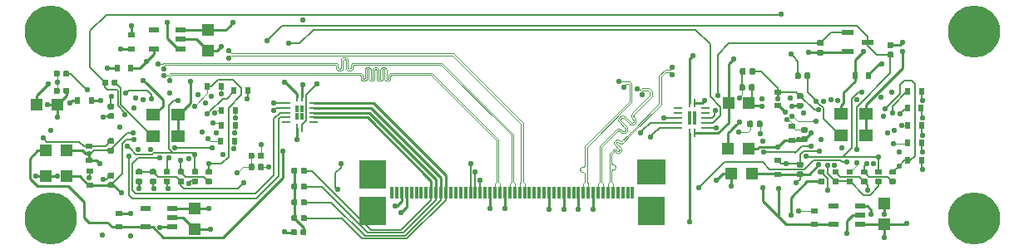
<source format=gbr>
G04 #@! TF.GenerationSoftware,KiCad,Pcbnew,5.0.2+dfsg1-1~bpo9+1*
G04 #@! TF.CreationDate,2019-10-08T18:25:51+02:00*
G04 #@! TF.ProjectId,OV9281,4f563932-3831-42e6-9b69-6361645f7063,rev?*
G04 #@! TF.SameCoordinates,Original*
G04 #@! TF.FileFunction,Copper,L1,Top*
G04 #@! TF.FilePolarity,Positive*
%FSLAX46Y46*%
G04 Gerber Fmt 4.6, Leading zero omitted, Abs format (unit mm)*
G04 Created by KiCad (PCBNEW 5.0.2+dfsg1-1~bpo9+1) date Tue 08 Oct 2019 06:25:51 PM CEST*
%MOMM*%
%LPD*%
G01*
G04 APERTURE LIST*
G04 #@! TA.AperFunction,SMDPad,CuDef*
%ADD10R,3.000000X2.500000*%
G04 #@! TD*
G04 #@! TA.AperFunction,SMDPad,CuDef*
%ADD11R,2.700000X3.000000*%
G04 #@! TD*
G04 #@! TA.AperFunction,SMDPad,CuDef*
%ADD12R,0.300000X1.200000*%
G04 #@! TD*
G04 #@! TA.AperFunction,Conductor*
%ADD13C,0.100000*%
G04 #@! TD*
G04 #@! TA.AperFunction,SMDPad,CuDef*
%ADD14C,0.590000*%
G04 #@! TD*
G04 #@! TA.AperFunction,SMDPad,CuDef*
%ADD15R,1.000000X0.550000*%
G04 #@! TD*
G04 #@! TA.AperFunction,SMDPad,CuDef*
%ADD16R,1.200000X1.200000*%
G04 #@! TD*
G04 #@! TA.AperFunction,SMDPad,CuDef*
%ADD17R,0.800000X0.600000*%
G04 #@! TD*
G04 #@! TA.AperFunction,SMDPad,CuDef*
%ADD18R,1.300000X0.600000*%
G04 #@! TD*
G04 #@! TA.AperFunction,SMDPad,CuDef*
%ADD19R,0.240000X0.900000*%
G04 #@! TD*
G04 #@! TA.AperFunction,SMDPad,CuDef*
%ADD20R,0.900000X0.240000*%
G04 #@! TD*
G04 #@! TA.AperFunction,SMDPad,CuDef*
%ADD21R,0.450000X0.700000*%
G04 #@! TD*
G04 #@! TA.AperFunction,SMDPad,CuDef*
%ADD22R,0.600000X0.800000*%
G04 #@! TD*
G04 #@! TA.AperFunction,ComponentPad*
%ADD23C,5.300000*%
G04 #@! TD*
G04 #@! TA.AperFunction,SMDPad,CuDef*
%ADD24R,1.400000X1.200000*%
G04 #@! TD*
G04 #@! TA.AperFunction,ViaPad*
%ADD25C,0.550000*%
G04 #@! TD*
G04 #@! TA.AperFunction,Conductor*
%ADD26C,0.254000*%
G04 #@! TD*
G04 #@! TA.AperFunction,Conductor*
%ADD27C,0.150000*%
G04 #@! TD*
G04 #@! TA.AperFunction,Conductor*
%ADD28C,0.250000*%
G04 #@! TD*
G04 #@! TA.AperFunction,Conductor*
%ADD29C,0.200000*%
G04 #@! TD*
G04 APERTURE END LIST*
D10*
G04 #@! TO.P,J3,~*
G04 #@! TO.N,N/C*
X164200000Y-117300000D03*
D11*
X164200000Y-121250000D03*
X135800000Y-121250000D03*
X135800000Y-117550000D03*
D12*
G04 #@! TO.P,J3,50*
G04 #@! TO.N,Net-(J3-Pad50)*
X137750000Y-119400000D03*
G04 #@! TO.P,J3,49*
G04 #@! TO.N,Net-(J3-Pad49)*
X138250000Y-119400000D03*
G04 #@! TO.P,J3,48*
G04 #@! TO.N,+3V3*
X138750000Y-119400000D03*
G04 #@! TO.P,J3,47*
X139250000Y-119400000D03*
G04 #@! TO.P,J3,46*
G04 #@! TO.N,Net-(J3-Pad46)*
X139750000Y-119400000D03*
G04 #@! TO.P,J3,45*
G04 #@! TO.N,Net-(J3-Pad45)*
X140250000Y-119400000D03*
G04 #@! TO.P,J3,44*
G04 #@! TO.N,Net-(J3-Pad44)*
X140750000Y-119400000D03*
G04 #@! TO.P,J3,43*
G04 #@! TO.N,Net-(J3-Pad43)*
X141250000Y-119400000D03*
G04 #@! TO.P,J3,42*
G04 #@! TO.N,/M2_CAM_SCL*
X141750000Y-119400000D03*
G04 #@! TO.P,J3,41*
G04 #@! TO.N,/M2_CAM_SDA*
X142250000Y-119400000D03*
G04 #@! TO.P,J3,40*
G04 #@! TO.N,/M1_CAM_SCL*
X142750000Y-119400000D03*
G04 #@! TO.P,J3,39*
G04 #@! TO.N,/M1_CAM_SDA*
X143250000Y-119400000D03*
G04 #@! TO.P,J3,38*
G04 #@! TO.N,Net-(J3-Pad38)*
X143750000Y-119400000D03*
G04 #@! TO.P,J3,37*
G04 #@! TO.N,Net-(J3-Pad37)*
X144250000Y-119400000D03*
G04 #@! TO.P,J3,36*
G04 #@! TO.N,Net-(J3-Pad36)*
X144750000Y-119400000D03*
G04 #@! TO.P,J3,35*
G04 #@! TO.N,Net-(J3-Pad35)*
X145250000Y-119400000D03*
G04 #@! TO.P,J3,34*
G04 #@! TO.N,/M2_VSYNC*
X145750000Y-119400000D03*
G04 #@! TO.P,J3,33*
G04 #@! TO.N,/CAM_RST*
X146250000Y-119400000D03*
G04 #@! TO.P,J3,32*
G04 #@! TO.N,/M1_VSYNC*
X146750000Y-119400000D03*
G04 #@! TO.P,J3,31*
G04 #@! TO.N,Net-(J3-Pad31)*
X147250000Y-119400000D03*
G04 #@! TO.P,J3,30*
G04 #@! TO.N,GND*
X147750000Y-119400000D03*
G04 #@! TO.P,J3,29*
G04 #@! TO.N,/CAM_R_CLK_P*
X148250000Y-119400000D03*
G04 #@! TO.P,J3,28*
G04 #@! TO.N,/CAM_R_CLK_N*
X148750000Y-119400000D03*
G04 #@! TO.P,J3,27*
G04 #@! TO.N,GND*
X149250000Y-119400000D03*
G04 #@! TO.P,J3,26*
G04 #@! TO.N,/CAM_R_D0_P*
X149750000Y-119400000D03*
G04 #@! TO.P,J3,25*
G04 #@! TO.N,/CAM_R_D0_N*
X150250000Y-119400000D03*
G04 #@! TO.P,J3,24*
G04 #@! TO.N,/CAM_R_D1_P*
X150750000Y-119400000D03*
G04 #@! TO.P,J3,23*
G04 #@! TO.N,/CAM_R_D1_N*
X151250000Y-119400000D03*
G04 #@! TO.P,J3,22*
G04 #@! TO.N,Net-(J3-Pad22)*
X151750000Y-119400000D03*
G04 #@! TO.P,J3,21*
G04 #@! TO.N,Net-(J3-Pad21)*
X152250000Y-119400000D03*
G04 #@! TO.P,J3,20*
G04 #@! TO.N,Net-(J3-Pad20)*
X152750000Y-119400000D03*
G04 #@! TO.P,J3,19*
G04 #@! TO.N,Net-(J3-Pad19)*
X153250000Y-119400000D03*
G04 #@! TO.P,J3,18*
G04 #@! TO.N,GND*
X153750000Y-119400000D03*
G04 #@! TO.P,J3,17*
G04 #@! TO.N,Net-(J3-Pad17)*
X154250000Y-119400000D03*
G04 #@! TO.P,J3,16*
G04 #@! TO.N,Net-(J3-Pad16)*
X154750000Y-119400000D03*
G04 #@! TO.P,J3,15*
G04 #@! TO.N,GND*
X155250000Y-119400000D03*
G04 #@! TO.P,J3,14*
G04 #@! TO.N,Net-(J3-Pad14)*
X155750000Y-119400000D03*
G04 #@! TO.P,J3,13*
G04 #@! TO.N,Net-(J3-Pad13)*
X156250000Y-119400000D03*
G04 #@! TO.P,J3,12*
G04 #@! TO.N,GND*
X156750000Y-119400000D03*
G04 #@! TO.P,J3,11*
G04 #@! TO.N,/CAM_L_CLK_P*
X157250000Y-119400000D03*
G04 #@! TO.P,J3,10*
G04 #@! TO.N,/CAM_L_CLK_N*
X157750000Y-119400000D03*
G04 #@! TO.P,J3,9*
G04 #@! TO.N,GND*
X158250000Y-119400000D03*
G04 #@! TO.P,J3,8*
G04 #@! TO.N,/CAM_L_D0_P*
X158750000Y-119400000D03*
G04 #@! TO.P,J3,7*
G04 #@! TO.N,/CAM_L_D0_N*
X159250000Y-119400000D03*
G04 #@! TO.P,J3,6*
G04 #@! TO.N,/CAM_L_D1_P*
X159750000Y-119400000D03*
G04 #@! TO.P,J3,5*
G04 #@! TO.N,/CAM_L_D1_N*
X160250000Y-119400000D03*
G04 #@! TO.P,J3,4*
G04 #@! TO.N,Net-(J3-Pad4)*
X160750000Y-119400000D03*
G04 #@! TO.P,J3,3*
G04 #@! TO.N,Net-(J3-Pad3)*
X161250000Y-119400000D03*
G04 #@! TO.P,J3,2*
G04 #@! TO.N,Net-(J3-Pad2)*
X161750000Y-119400000D03*
G04 #@! TO.P,J3,1*
G04 #@! TO.N,Net-(J3-Pad1)*
X162250000Y-119400000D03*
G04 #@! TD*
D13*
G04 #@! TO.N,/M1_VSYNC_1V8_M*
G04 #@! TO.C,R12*
G36*
X175346958Y-112090710D02*
X175361276Y-112092834D01*
X175375317Y-112096351D01*
X175388946Y-112101228D01*
X175402031Y-112107417D01*
X175414447Y-112114858D01*
X175426073Y-112123481D01*
X175436798Y-112133202D01*
X175446519Y-112143927D01*
X175455142Y-112155553D01*
X175462583Y-112167969D01*
X175468772Y-112181054D01*
X175473649Y-112194683D01*
X175477166Y-112208724D01*
X175479290Y-112223042D01*
X175480000Y-112237500D01*
X175480000Y-112582500D01*
X175479290Y-112596958D01*
X175477166Y-112611276D01*
X175473649Y-112625317D01*
X175468772Y-112638946D01*
X175462583Y-112652031D01*
X175455142Y-112664447D01*
X175446519Y-112676073D01*
X175436798Y-112686798D01*
X175426073Y-112696519D01*
X175414447Y-112705142D01*
X175402031Y-112712583D01*
X175388946Y-112718772D01*
X175375317Y-112723649D01*
X175361276Y-112727166D01*
X175346958Y-112729290D01*
X175332500Y-112730000D01*
X175037500Y-112730000D01*
X175023042Y-112729290D01*
X175008724Y-112727166D01*
X174994683Y-112723649D01*
X174981054Y-112718772D01*
X174967969Y-112712583D01*
X174955553Y-112705142D01*
X174943927Y-112696519D01*
X174933202Y-112686798D01*
X174923481Y-112676073D01*
X174914858Y-112664447D01*
X174907417Y-112652031D01*
X174901228Y-112638946D01*
X174896351Y-112625317D01*
X174892834Y-112611276D01*
X174890710Y-112596958D01*
X174890000Y-112582500D01*
X174890000Y-112237500D01*
X174890710Y-112223042D01*
X174892834Y-112208724D01*
X174896351Y-112194683D01*
X174901228Y-112181054D01*
X174907417Y-112167969D01*
X174914858Y-112155553D01*
X174923481Y-112143927D01*
X174933202Y-112133202D01*
X174943927Y-112123481D01*
X174955553Y-112114858D01*
X174967969Y-112107417D01*
X174981054Y-112101228D01*
X174994683Y-112096351D01*
X175008724Y-112092834D01*
X175023042Y-112090710D01*
X175037500Y-112090000D01*
X175332500Y-112090000D01*
X175346958Y-112090710D01*
X175346958Y-112090710D01*
G37*
D14*
G04 #@! TD*
G04 #@! TO.P,R12,1*
G04 #@! TO.N,/M1_VSYNC_1V8_M*
X175185000Y-112410000D03*
D13*
G04 #@! TO.N,/M1_VSYNC_1V8*
G04 #@! TO.C,R12*
G36*
X174376958Y-112090710D02*
X174391276Y-112092834D01*
X174405317Y-112096351D01*
X174418946Y-112101228D01*
X174432031Y-112107417D01*
X174444447Y-112114858D01*
X174456073Y-112123481D01*
X174466798Y-112133202D01*
X174476519Y-112143927D01*
X174485142Y-112155553D01*
X174492583Y-112167969D01*
X174498772Y-112181054D01*
X174503649Y-112194683D01*
X174507166Y-112208724D01*
X174509290Y-112223042D01*
X174510000Y-112237500D01*
X174510000Y-112582500D01*
X174509290Y-112596958D01*
X174507166Y-112611276D01*
X174503649Y-112625317D01*
X174498772Y-112638946D01*
X174492583Y-112652031D01*
X174485142Y-112664447D01*
X174476519Y-112676073D01*
X174466798Y-112686798D01*
X174456073Y-112696519D01*
X174444447Y-112705142D01*
X174432031Y-112712583D01*
X174418946Y-112718772D01*
X174405317Y-112723649D01*
X174391276Y-112727166D01*
X174376958Y-112729290D01*
X174362500Y-112730000D01*
X174067500Y-112730000D01*
X174053042Y-112729290D01*
X174038724Y-112727166D01*
X174024683Y-112723649D01*
X174011054Y-112718772D01*
X173997969Y-112712583D01*
X173985553Y-112705142D01*
X173973927Y-112696519D01*
X173963202Y-112686798D01*
X173953481Y-112676073D01*
X173944858Y-112664447D01*
X173937417Y-112652031D01*
X173931228Y-112638946D01*
X173926351Y-112625317D01*
X173922834Y-112611276D01*
X173920710Y-112596958D01*
X173920000Y-112582500D01*
X173920000Y-112237500D01*
X173920710Y-112223042D01*
X173922834Y-112208724D01*
X173926351Y-112194683D01*
X173931228Y-112181054D01*
X173937417Y-112167969D01*
X173944858Y-112155553D01*
X173953481Y-112143927D01*
X173963202Y-112133202D01*
X173973927Y-112123481D01*
X173985553Y-112114858D01*
X173997969Y-112107417D01*
X174011054Y-112101228D01*
X174024683Y-112096351D01*
X174038724Y-112092834D01*
X174053042Y-112090710D01*
X174067500Y-112090000D01*
X174362500Y-112090000D01*
X174376958Y-112090710D01*
X174376958Y-112090710D01*
G37*
D14*
G04 #@! TD*
G04 #@! TO.P,R12,2*
G04 #@! TO.N,/M1_VSYNC_1V8*
X174215000Y-112410000D03*
D13*
G04 #@! TO.N,/M2_VSYNC_1V8*
G04 #@! TO.C,R22*
G36*
X124576958Y-115340710D02*
X124591276Y-115342834D01*
X124605317Y-115346351D01*
X124618946Y-115351228D01*
X124632031Y-115357417D01*
X124644447Y-115364858D01*
X124656073Y-115373481D01*
X124666798Y-115383202D01*
X124676519Y-115393927D01*
X124685142Y-115405553D01*
X124692583Y-115417969D01*
X124698772Y-115431054D01*
X124703649Y-115444683D01*
X124707166Y-115458724D01*
X124709290Y-115473042D01*
X124710000Y-115487500D01*
X124710000Y-115832500D01*
X124709290Y-115846958D01*
X124707166Y-115861276D01*
X124703649Y-115875317D01*
X124698772Y-115888946D01*
X124692583Y-115902031D01*
X124685142Y-115914447D01*
X124676519Y-115926073D01*
X124666798Y-115936798D01*
X124656073Y-115946519D01*
X124644447Y-115955142D01*
X124632031Y-115962583D01*
X124618946Y-115968772D01*
X124605317Y-115973649D01*
X124591276Y-115977166D01*
X124576958Y-115979290D01*
X124562500Y-115980000D01*
X124267500Y-115980000D01*
X124253042Y-115979290D01*
X124238724Y-115977166D01*
X124224683Y-115973649D01*
X124211054Y-115968772D01*
X124197969Y-115962583D01*
X124185553Y-115955142D01*
X124173927Y-115946519D01*
X124163202Y-115936798D01*
X124153481Y-115926073D01*
X124144858Y-115914447D01*
X124137417Y-115902031D01*
X124131228Y-115888946D01*
X124126351Y-115875317D01*
X124122834Y-115861276D01*
X124120710Y-115846958D01*
X124120000Y-115832500D01*
X124120000Y-115487500D01*
X124120710Y-115473042D01*
X124122834Y-115458724D01*
X124126351Y-115444683D01*
X124131228Y-115431054D01*
X124137417Y-115417969D01*
X124144858Y-115405553D01*
X124153481Y-115393927D01*
X124163202Y-115383202D01*
X124173927Y-115373481D01*
X124185553Y-115364858D01*
X124197969Y-115357417D01*
X124211054Y-115351228D01*
X124224683Y-115346351D01*
X124238724Y-115342834D01*
X124253042Y-115340710D01*
X124267500Y-115340000D01*
X124562500Y-115340000D01*
X124576958Y-115340710D01*
X124576958Y-115340710D01*
G37*
D14*
G04 #@! TD*
G04 #@! TO.P,R22,2*
G04 #@! TO.N,/M2_VSYNC_1V8*
X124415000Y-115660000D03*
D13*
G04 #@! TO.N,/M2_VSYNC_1V8_M*
G04 #@! TO.C,R22*
G36*
X123606958Y-115340710D02*
X123621276Y-115342834D01*
X123635317Y-115346351D01*
X123648946Y-115351228D01*
X123662031Y-115357417D01*
X123674447Y-115364858D01*
X123686073Y-115373481D01*
X123696798Y-115383202D01*
X123706519Y-115393927D01*
X123715142Y-115405553D01*
X123722583Y-115417969D01*
X123728772Y-115431054D01*
X123733649Y-115444683D01*
X123737166Y-115458724D01*
X123739290Y-115473042D01*
X123740000Y-115487500D01*
X123740000Y-115832500D01*
X123739290Y-115846958D01*
X123737166Y-115861276D01*
X123733649Y-115875317D01*
X123728772Y-115888946D01*
X123722583Y-115902031D01*
X123715142Y-115914447D01*
X123706519Y-115926073D01*
X123696798Y-115936798D01*
X123686073Y-115946519D01*
X123674447Y-115955142D01*
X123662031Y-115962583D01*
X123648946Y-115968772D01*
X123635317Y-115973649D01*
X123621276Y-115977166D01*
X123606958Y-115979290D01*
X123592500Y-115980000D01*
X123297500Y-115980000D01*
X123283042Y-115979290D01*
X123268724Y-115977166D01*
X123254683Y-115973649D01*
X123241054Y-115968772D01*
X123227969Y-115962583D01*
X123215553Y-115955142D01*
X123203927Y-115946519D01*
X123193202Y-115936798D01*
X123183481Y-115926073D01*
X123174858Y-115914447D01*
X123167417Y-115902031D01*
X123161228Y-115888946D01*
X123156351Y-115875317D01*
X123152834Y-115861276D01*
X123150710Y-115846958D01*
X123150000Y-115832500D01*
X123150000Y-115487500D01*
X123150710Y-115473042D01*
X123152834Y-115458724D01*
X123156351Y-115444683D01*
X123161228Y-115431054D01*
X123167417Y-115417969D01*
X123174858Y-115405553D01*
X123183481Y-115393927D01*
X123193202Y-115383202D01*
X123203927Y-115373481D01*
X123215553Y-115364858D01*
X123227969Y-115357417D01*
X123241054Y-115351228D01*
X123254683Y-115346351D01*
X123268724Y-115342834D01*
X123283042Y-115340710D01*
X123297500Y-115340000D01*
X123592500Y-115340000D01*
X123606958Y-115340710D01*
X123606958Y-115340710D01*
G37*
D14*
G04 #@! TD*
G04 #@! TO.P,R22,1*
G04 #@! TO.N,/M2_VSYNC_1V8_M*
X123445000Y-115660000D03*
D13*
G04 #@! TO.N,/M1_VSYNC_1V8_M*
G04 #@! TO.C,R6*
G36*
X124586958Y-116480710D02*
X124601276Y-116482834D01*
X124615317Y-116486351D01*
X124628946Y-116491228D01*
X124642031Y-116497417D01*
X124654447Y-116504858D01*
X124666073Y-116513481D01*
X124676798Y-116523202D01*
X124686519Y-116533927D01*
X124695142Y-116545553D01*
X124702583Y-116557969D01*
X124708772Y-116571054D01*
X124713649Y-116584683D01*
X124717166Y-116598724D01*
X124719290Y-116613042D01*
X124720000Y-116627500D01*
X124720000Y-116972500D01*
X124719290Y-116986958D01*
X124717166Y-117001276D01*
X124713649Y-117015317D01*
X124708772Y-117028946D01*
X124702583Y-117042031D01*
X124695142Y-117054447D01*
X124686519Y-117066073D01*
X124676798Y-117076798D01*
X124666073Y-117086519D01*
X124654447Y-117095142D01*
X124642031Y-117102583D01*
X124628946Y-117108772D01*
X124615317Y-117113649D01*
X124601276Y-117117166D01*
X124586958Y-117119290D01*
X124572500Y-117120000D01*
X124277500Y-117120000D01*
X124263042Y-117119290D01*
X124248724Y-117117166D01*
X124234683Y-117113649D01*
X124221054Y-117108772D01*
X124207969Y-117102583D01*
X124195553Y-117095142D01*
X124183927Y-117086519D01*
X124173202Y-117076798D01*
X124163481Y-117066073D01*
X124154858Y-117054447D01*
X124147417Y-117042031D01*
X124141228Y-117028946D01*
X124136351Y-117015317D01*
X124132834Y-117001276D01*
X124130710Y-116986958D01*
X124130000Y-116972500D01*
X124130000Y-116627500D01*
X124130710Y-116613042D01*
X124132834Y-116598724D01*
X124136351Y-116584683D01*
X124141228Y-116571054D01*
X124147417Y-116557969D01*
X124154858Y-116545553D01*
X124163481Y-116533927D01*
X124173202Y-116523202D01*
X124183927Y-116513481D01*
X124195553Y-116504858D01*
X124207969Y-116497417D01*
X124221054Y-116491228D01*
X124234683Y-116486351D01*
X124248724Y-116482834D01*
X124263042Y-116480710D01*
X124277500Y-116480000D01*
X124572500Y-116480000D01*
X124586958Y-116480710D01*
X124586958Y-116480710D01*
G37*
D14*
G04 #@! TD*
G04 #@! TO.P,R6,1*
G04 #@! TO.N,/M1_VSYNC_1V8_M*
X124425000Y-116800000D03*
D13*
G04 #@! TO.N,/M2_VSYNC_1V8_M*
G04 #@! TO.C,R6*
G36*
X123616958Y-116480710D02*
X123631276Y-116482834D01*
X123645317Y-116486351D01*
X123658946Y-116491228D01*
X123672031Y-116497417D01*
X123684447Y-116504858D01*
X123696073Y-116513481D01*
X123706798Y-116523202D01*
X123716519Y-116533927D01*
X123725142Y-116545553D01*
X123732583Y-116557969D01*
X123738772Y-116571054D01*
X123743649Y-116584683D01*
X123747166Y-116598724D01*
X123749290Y-116613042D01*
X123750000Y-116627500D01*
X123750000Y-116972500D01*
X123749290Y-116986958D01*
X123747166Y-117001276D01*
X123743649Y-117015317D01*
X123738772Y-117028946D01*
X123732583Y-117042031D01*
X123725142Y-117054447D01*
X123716519Y-117066073D01*
X123706798Y-117076798D01*
X123696073Y-117086519D01*
X123684447Y-117095142D01*
X123672031Y-117102583D01*
X123658946Y-117108772D01*
X123645317Y-117113649D01*
X123631276Y-117117166D01*
X123616958Y-117119290D01*
X123602500Y-117120000D01*
X123307500Y-117120000D01*
X123293042Y-117119290D01*
X123278724Y-117117166D01*
X123264683Y-117113649D01*
X123251054Y-117108772D01*
X123237969Y-117102583D01*
X123225553Y-117095142D01*
X123213927Y-117086519D01*
X123203202Y-117076798D01*
X123193481Y-117066073D01*
X123184858Y-117054447D01*
X123177417Y-117042031D01*
X123171228Y-117028946D01*
X123166351Y-117015317D01*
X123162834Y-117001276D01*
X123160710Y-116986958D01*
X123160000Y-116972500D01*
X123160000Y-116627500D01*
X123160710Y-116613042D01*
X123162834Y-116598724D01*
X123166351Y-116584683D01*
X123171228Y-116571054D01*
X123177417Y-116557969D01*
X123184858Y-116545553D01*
X123193481Y-116533927D01*
X123203202Y-116523202D01*
X123213927Y-116513481D01*
X123225553Y-116504858D01*
X123237969Y-116497417D01*
X123251054Y-116491228D01*
X123264683Y-116486351D01*
X123278724Y-116482834D01*
X123293042Y-116480710D01*
X123307500Y-116480000D01*
X123602500Y-116480000D01*
X123616958Y-116480710D01*
X123616958Y-116480710D01*
G37*
D14*
G04 #@! TD*
G04 #@! TO.P,R6,2*
G04 #@! TO.N,/M2_VSYNC_1V8_M*
X123455000Y-116800000D03*
D15*
G04 #@! TO.P,IC1,5*
G04 #@! TO.N,+2V8*
X112656000Y-122924000D03*
G04 #@! TO.P,IC1,4*
G04 #@! TO.N,N/C*
X112656000Y-121024000D03*
G04 #@! TO.P,IC1,1*
G04 #@! TO.N,+3V3*
X115356000Y-122924000D03*
G04 #@! TO.P,IC1,2*
G04 #@! TO.N,GND*
X115356000Y-121974000D03*
G04 #@! TO.P,IC1,3*
G04 #@! TO.N,+3V3*
X115356000Y-121024000D03*
G04 #@! TD*
D16*
G04 #@! TO.P,C3,1*
G04 #@! TO.N,+3V3*
X187878000Y-122640000D03*
G04 #@! TO.P,C3,2*
G04 #@! TO.N,GND*
X187878000Y-120540000D03*
G04 #@! TD*
G04 #@! TO.P,C1,1*
G04 #@! TO.N,+3V3*
X117656000Y-121024000D03*
G04 #@! TO.P,C1,2*
G04 #@! TO.N,GND*
X117656000Y-123124000D03*
G04 #@! TD*
G04 #@! TO.P,C2,1*
G04 #@! TO.N,+3V3*
X118994000Y-102844000D03*
G04 #@! TO.P,C2,2*
G04 #@! TO.N,GND*
X118994000Y-104944000D03*
G04 #@! TD*
D17*
G04 #@! TO.P,C6,1*
G04 #@! TO.N,+1V2*
X180728000Y-122640000D03*
G04 #@! TO.P,C6,2*
G04 #@! TO.N,GND*
X180728000Y-121240000D03*
G04 #@! TD*
G04 #@! TO.P,C5,1*
G04 #@! TO.N,+1V8*
X111267797Y-104740280D03*
G04 #@! TO.P,C5,2*
G04 #@! TO.N,GND*
X111267797Y-103340280D03*
G04 #@! TD*
G04 #@! TO.P,C4,1*
G04 #@! TO.N,+2V8*
X109956000Y-122924000D03*
G04 #@! TO.P,C4,2*
G04 #@! TO.N,GND*
X109956000Y-121524000D03*
G04 #@! TD*
D15*
G04 #@! TO.P,IC3,5*
G04 #@! TO.N,+1V2*
X182678000Y-122640000D03*
G04 #@! TO.P,IC3,4*
G04 #@! TO.N,N/C*
X182678000Y-120740000D03*
G04 #@! TO.P,IC3,1*
G04 #@! TO.N,+3V3*
X185378000Y-122640000D03*
G04 #@! TO.P,IC3,2*
G04 #@! TO.N,GND*
X185378000Y-121690000D03*
G04 #@! TO.P,IC3,3*
G04 #@! TO.N,+3V3*
X185378000Y-120740000D03*
G04 #@! TD*
D13*
G04 #@! TO.N,/M2_CAM_SCL*
G04 #@! TO.C,R1*
G36*
X128959957Y-116862461D02*
X128974275Y-116864585D01*
X128988316Y-116868102D01*
X129001945Y-116872979D01*
X129015030Y-116879168D01*
X129027446Y-116886609D01*
X129039072Y-116895232D01*
X129049797Y-116904953D01*
X129059518Y-116915678D01*
X129068141Y-116927304D01*
X129075582Y-116939720D01*
X129081771Y-116952805D01*
X129086648Y-116966434D01*
X129090165Y-116980475D01*
X129092289Y-116994793D01*
X129092999Y-117009251D01*
X129092999Y-117354251D01*
X129092289Y-117368709D01*
X129090165Y-117383027D01*
X129086648Y-117397068D01*
X129081771Y-117410697D01*
X129075582Y-117423782D01*
X129068141Y-117436198D01*
X129059518Y-117447824D01*
X129049797Y-117458549D01*
X129039072Y-117468270D01*
X129027446Y-117476893D01*
X129015030Y-117484334D01*
X129001945Y-117490523D01*
X128988316Y-117495400D01*
X128974275Y-117498917D01*
X128959957Y-117501041D01*
X128945499Y-117501751D01*
X128650499Y-117501751D01*
X128636041Y-117501041D01*
X128621723Y-117498917D01*
X128607682Y-117495400D01*
X128594053Y-117490523D01*
X128580968Y-117484334D01*
X128568552Y-117476893D01*
X128556926Y-117468270D01*
X128546201Y-117458549D01*
X128536480Y-117447824D01*
X128527857Y-117436198D01*
X128520416Y-117423782D01*
X128514227Y-117410697D01*
X128509350Y-117397068D01*
X128505833Y-117383027D01*
X128503709Y-117368709D01*
X128502999Y-117354251D01*
X128502999Y-117009251D01*
X128503709Y-116994793D01*
X128505833Y-116980475D01*
X128509350Y-116966434D01*
X128514227Y-116952805D01*
X128520416Y-116939720D01*
X128527857Y-116927304D01*
X128536480Y-116915678D01*
X128546201Y-116904953D01*
X128556926Y-116895232D01*
X128568552Y-116886609D01*
X128580968Y-116879168D01*
X128594053Y-116872979D01*
X128607682Y-116868102D01*
X128621723Y-116864585D01*
X128636041Y-116862461D01*
X128650499Y-116861751D01*
X128945499Y-116861751D01*
X128959957Y-116862461D01*
X128959957Y-116862461D01*
G37*
D14*
G04 #@! TD*
G04 #@! TO.P,R1,2*
G04 #@! TO.N,/M2_CAM_SCL*
X128797999Y-117181751D03*
D13*
G04 #@! TO.N,Net-(R1-Pad1)*
G04 #@! TO.C,R1*
G36*
X127989957Y-116862461D02*
X128004275Y-116864585D01*
X128018316Y-116868102D01*
X128031945Y-116872979D01*
X128045030Y-116879168D01*
X128057446Y-116886609D01*
X128069072Y-116895232D01*
X128079797Y-116904953D01*
X128089518Y-116915678D01*
X128098141Y-116927304D01*
X128105582Y-116939720D01*
X128111771Y-116952805D01*
X128116648Y-116966434D01*
X128120165Y-116980475D01*
X128122289Y-116994793D01*
X128122999Y-117009251D01*
X128122999Y-117354251D01*
X128122289Y-117368709D01*
X128120165Y-117383027D01*
X128116648Y-117397068D01*
X128111771Y-117410697D01*
X128105582Y-117423782D01*
X128098141Y-117436198D01*
X128089518Y-117447824D01*
X128079797Y-117458549D01*
X128069072Y-117468270D01*
X128057446Y-117476893D01*
X128045030Y-117484334D01*
X128031945Y-117490523D01*
X128018316Y-117495400D01*
X128004275Y-117498917D01*
X127989957Y-117501041D01*
X127975499Y-117501751D01*
X127680499Y-117501751D01*
X127666041Y-117501041D01*
X127651723Y-117498917D01*
X127637682Y-117495400D01*
X127624053Y-117490523D01*
X127610968Y-117484334D01*
X127598552Y-117476893D01*
X127586926Y-117468270D01*
X127576201Y-117458549D01*
X127566480Y-117447824D01*
X127557857Y-117436198D01*
X127550416Y-117423782D01*
X127544227Y-117410697D01*
X127539350Y-117397068D01*
X127535833Y-117383027D01*
X127533709Y-117368709D01*
X127532999Y-117354251D01*
X127532999Y-117009251D01*
X127533709Y-116994793D01*
X127535833Y-116980475D01*
X127539350Y-116966434D01*
X127544227Y-116952805D01*
X127550416Y-116939720D01*
X127557857Y-116927304D01*
X127566480Y-116915678D01*
X127576201Y-116904953D01*
X127586926Y-116895232D01*
X127598552Y-116886609D01*
X127610968Y-116879168D01*
X127624053Y-116872979D01*
X127637682Y-116868102D01*
X127651723Y-116864585D01*
X127666041Y-116862461D01*
X127680499Y-116861751D01*
X127975499Y-116861751D01*
X127989957Y-116862461D01*
X127989957Y-116862461D01*
G37*
D14*
G04 #@! TD*
G04 #@! TO.P,R1,1*
G04 #@! TO.N,Net-(R1-Pad1)*
X127827999Y-117181751D03*
D13*
G04 #@! TO.N,/M2_CAM_SDA*
G04 #@! TO.C,R2*
G36*
X128959957Y-118474211D02*
X128974275Y-118476335D01*
X128988316Y-118479852D01*
X129001945Y-118484729D01*
X129015030Y-118490918D01*
X129027446Y-118498359D01*
X129039072Y-118506982D01*
X129049797Y-118516703D01*
X129059518Y-118527428D01*
X129068141Y-118539054D01*
X129075582Y-118551470D01*
X129081771Y-118564555D01*
X129086648Y-118578184D01*
X129090165Y-118592225D01*
X129092289Y-118606543D01*
X129092999Y-118621001D01*
X129092999Y-118966001D01*
X129092289Y-118980459D01*
X129090165Y-118994777D01*
X129086648Y-119008818D01*
X129081771Y-119022447D01*
X129075582Y-119035532D01*
X129068141Y-119047948D01*
X129059518Y-119059574D01*
X129049797Y-119070299D01*
X129039072Y-119080020D01*
X129027446Y-119088643D01*
X129015030Y-119096084D01*
X129001945Y-119102273D01*
X128988316Y-119107150D01*
X128974275Y-119110667D01*
X128959957Y-119112791D01*
X128945499Y-119113501D01*
X128650499Y-119113501D01*
X128636041Y-119112791D01*
X128621723Y-119110667D01*
X128607682Y-119107150D01*
X128594053Y-119102273D01*
X128580968Y-119096084D01*
X128568552Y-119088643D01*
X128556926Y-119080020D01*
X128546201Y-119070299D01*
X128536480Y-119059574D01*
X128527857Y-119047948D01*
X128520416Y-119035532D01*
X128514227Y-119022447D01*
X128509350Y-119008818D01*
X128505833Y-118994777D01*
X128503709Y-118980459D01*
X128502999Y-118966001D01*
X128502999Y-118621001D01*
X128503709Y-118606543D01*
X128505833Y-118592225D01*
X128509350Y-118578184D01*
X128514227Y-118564555D01*
X128520416Y-118551470D01*
X128527857Y-118539054D01*
X128536480Y-118527428D01*
X128546201Y-118516703D01*
X128556926Y-118506982D01*
X128568552Y-118498359D01*
X128580968Y-118490918D01*
X128594053Y-118484729D01*
X128607682Y-118479852D01*
X128621723Y-118476335D01*
X128636041Y-118474211D01*
X128650499Y-118473501D01*
X128945499Y-118473501D01*
X128959957Y-118474211D01*
X128959957Y-118474211D01*
G37*
D14*
G04 #@! TD*
G04 #@! TO.P,R2,2*
G04 #@! TO.N,/M2_CAM_SDA*
X128797999Y-118793501D03*
D13*
G04 #@! TO.N,Net-(R1-Pad1)*
G04 #@! TO.C,R2*
G36*
X127989957Y-118474211D02*
X128004275Y-118476335D01*
X128018316Y-118479852D01*
X128031945Y-118484729D01*
X128045030Y-118490918D01*
X128057446Y-118498359D01*
X128069072Y-118506982D01*
X128079797Y-118516703D01*
X128089518Y-118527428D01*
X128098141Y-118539054D01*
X128105582Y-118551470D01*
X128111771Y-118564555D01*
X128116648Y-118578184D01*
X128120165Y-118592225D01*
X128122289Y-118606543D01*
X128122999Y-118621001D01*
X128122999Y-118966001D01*
X128122289Y-118980459D01*
X128120165Y-118994777D01*
X128116648Y-119008818D01*
X128111771Y-119022447D01*
X128105582Y-119035532D01*
X128098141Y-119047948D01*
X128089518Y-119059574D01*
X128079797Y-119070299D01*
X128069072Y-119080020D01*
X128057446Y-119088643D01*
X128045030Y-119096084D01*
X128031945Y-119102273D01*
X128018316Y-119107150D01*
X128004275Y-119110667D01*
X127989957Y-119112791D01*
X127975499Y-119113501D01*
X127680499Y-119113501D01*
X127666041Y-119112791D01*
X127651723Y-119110667D01*
X127637682Y-119107150D01*
X127624053Y-119102273D01*
X127610968Y-119096084D01*
X127598552Y-119088643D01*
X127586926Y-119080020D01*
X127576201Y-119070299D01*
X127566480Y-119059574D01*
X127557857Y-119047948D01*
X127550416Y-119035532D01*
X127544227Y-119022447D01*
X127539350Y-119008818D01*
X127535833Y-118994777D01*
X127533709Y-118980459D01*
X127532999Y-118966001D01*
X127532999Y-118621001D01*
X127533709Y-118606543D01*
X127535833Y-118592225D01*
X127539350Y-118578184D01*
X127544227Y-118564555D01*
X127550416Y-118551470D01*
X127557857Y-118539054D01*
X127566480Y-118527428D01*
X127576201Y-118516703D01*
X127586926Y-118506982D01*
X127598552Y-118498359D01*
X127610968Y-118490918D01*
X127624053Y-118484729D01*
X127637682Y-118479852D01*
X127651723Y-118476335D01*
X127666041Y-118474211D01*
X127680499Y-118473501D01*
X127975499Y-118473501D01*
X127989957Y-118474211D01*
X127989957Y-118474211D01*
G37*
D14*
G04 #@! TD*
G04 #@! TO.P,R2,1*
G04 #@! TO.N,Net-(R1-Pad1)*
X127827999Y-118793501D03*
D13*
G04 #@! TO.N,/M1_CAM_SCL*
G04 #@! TO.C,R3*
G36*
X128959957Y-120085961D02*
X128974275Y-120088085D01*
X128988316Y-120091602D01*
X129001945Y-120096479D01*
X129015030Y-120102668D01*
X129027446Y-120110109D01*
X129039072Y-120118732D01*
X129049797Y-120128453D01*
X129059518Y-120139178D01*
X129068141Y-120150804D01*
X129075582Y-120163220D01*
X129081771Y-120176305D01*
X129086648Y-120189934D01*
X129090165Y-120203975D01*
X129092289Y-120218293D01*
X129092999Y-120232751D01*
X129092999Y-120577751D01*
X129092289Y-120592209D01*
X129090165Y-120606527D01*
X129086648Y-120620568D01*
X129081771Y-120634197D01*
X129075582Y-120647282D01*
X129068141Y-120659698D01*
X129059518Y-120671324D01*
X129049797Y-120682049D01*
X129039072Y-120691770D01*
X129027446Y-120700393D01*
X129015030Y-120707834D01*
X129001945Y-120714023D01*
X128988316Y-120718900D01*
X128974275Y-120722417D01*
X128959957Y-120724541D01*
X128945499Y-120725251D01*
X128650499Y-120725251D01*
X128636041Y-120724541D01*
X128621723Y-120722417D01*
X128607682Y-120718900D01*
X128594053Y-120714023D01*
X128580968Y-120707834D01*
X128568552Y-120700393D01*
X128556926Y-120691770D01*
X128546201Y-120682049D01*
X128536480Y-120671324D01*
X128527857Y-120659698D01*
X128520416Y-120647282D01*
X128514227Y-120634197D01*
X128509350Y-120620568D01*
X128505833Y-120606527D01*
X128503709Y-120592209D01*
X128502999Y-120577751D01*
X128502999Y-120232751D01*
X128503709Y-120218293D01*
X128505833Y-120203975D01*
X128509350Y-120189934D01*
X128514227Y-120176305D01*
X128520416Y-120163220D01*
X128527857Y-120150804D01*
X128536480Y-120139178D01*
X128546201Y-120128453D01*
X128556926Y-120118732D01*
X128568552Y-120110109D01*
X128580968Y-120102668D01*
X128594053Y-120096479D01*
X128607682Y-120091602D01*
X128621723Y-120088085D01*
X128636041Y-120085961D01*
X128650499Y-120085251D01*
X128945499Y-120085251D01*
X128959957Y-120085961D01*
X128959957Y-120085961D01*
G37*
D14*
G04 #@! TD*
G04 #@! TO.P,R3,2*
G04 #@! TO.N,/M1_CAM_SCL*
X128797999Y-120405251D03*
D13*
G04 #@! TO.N,Net-(R1-Pad1)*
G04 #@! TO.C,R3*
G36*
X127989957Y-120085961D02*
X128004275Y-120088085D01*
X128018316Y-120091602D01*
X128031945Y-120096479D01*
X128045030Y-120102668D01*
X128057446Y-120110109D01*
X128069072Y-120118732D01*
X128079797Y-120128453D01*
X128089518Y-120139178D01*
X128098141Y-120150804D01*
X128105582Y-120163220D01*
X128111771Y-120176305D01*
X128116648Y-120189934D01*
X128120165Y-120203975D01*
X128122289Y-120218293D01*
X128122999Y-120232751D01*
X128122999Y-120577751D01*
X128122289Y-120592209D01*
X128120165Y-120606527D01*
X128116648Y-120620568D01*
X128111771Y-120634197D01*
X128105582Y-120647282D01*
X128098141Y-120659698D01*
X128089518Y-120671324D01*
X128079797Y-120682049D01*
X128069072Y-120691770D01*
X128057446Y-120700393D01*
X128045030Y-120707834D01*
X128031945Y-120714023D01*
X128018316Y-120718900D01*
X128004275Y-120722417D01*
X127989957Y-120724541D01*
X127975499Y-120725251D01*
X127680499Y-120725251D01*
X127666041Y-120724541D01*
X127651723Y-120722417D01*
X127637682Y-120718900D01*
X127624053Y-120714023D01*
X127610968Y-120707834D01*
X127598552Y-120700393D01*
X127586926Y-120691770D01*
X127576201Y-120682049D01*
X127566480Y-120671324D01*
X127557857Y-120659698D01*
X127550416Y-120647282D01*
X127544227Y-120634197D01*
X127539350Y-120620568D01*
X127535833Y-120606527D01*
X127533709Y-120592209D01*
X127532999Y-120577751D01*
X127532999Y-120232751D01*
X127533709Y-120218293D01*
X127535833Y-120203975D01*
X127539350Y-120189934D01*
X127544227Y-120176305D01*
X127550416Y-120163220D01*
X127557857Y-120150804D01*
X127566480Y-120139178D01*
X127576201Y-120128453D01*
X127586926Y-120118732D01*
X127598552Y-120110109D01*
X127610968Y-120102668D01*
X127624053Y-120096479D01*
X127637682Y-120091602D01*
X127651723Y-120088085D01*
X127666041Y-120085961D01*
X127680499Y-120085251D01*
X127975499Y-120085251D01*
X127989957Y-120085961D01*
X127989957Y-120085961D01*
G37*
D14*
G04 #@! TD*
G04 #@! TO.P,R3,1*
G04 #@! TO.N,Net-(R1-Pad1)*
X127827999Y-120405251D03*
D13*
G04 #@! TO.N,/M1_CAM_SDA*
G04 #@! TO.C,R4*
G36*
X128959957Y-121697711D02*
X128974275Y-121699835D01*
X128988316Y-121703352D01*
X129001945Y-121708229D01*
X129015030Y-121714418D01*
X129027446Y-121721859D01*
X129039072Y-121730482D01*
X129049797Y-121740203D01*
X129059518Y-121750928D01*
X129068141Y-121762554D01*
X129075582Y-121774970D01*
X129081771Y-121788055D01*
X129086648Y-121801684D01*
X129090165Y-121815725D01*
X129092289Y-121830043D01*
X129092999Y-121844501D01*
X129092999Y-122189501D01*
X129092289Y-122203959D01*
X129090165Y-122218277D01*
X129086648Y-122232318D01*
X129081771Y-122245947D01*
X129075582Y-122259032D01*
X129068141Y-122271448D01*
X129059518Y-122283074D01*
X129049797Y-122293799D01*
X129039072Y-122303520D01*
X129027446Y-122312143D01*
X129015030Y-122319584D01*
X129001945Y-122325773D01*
X128988316Y-122330650D01*
X128974275Y-122334167D01*
X128959957Y-122336291D01*
X128945499Y-122337001D01*
X128650499Y-122337001D01*
X128636041Y-122336291D01*
X128621723Y-122334167D01*
X128607682Y-122330650D01*
X128594053Y-122325773D01*
X128580968Y-122319584D01*
X128568552Y-122312143D01*
X128556926Y-122303520D01*
X128546201Y-122293799D01*
X128536480Y-122283074D01*
X128527857Y-122271448D01*
X128520416Y-122259032D01*
X128514227Y-122245947D01*
X128509350Y-122232318D01*
X128505833Y-122218277D01*
X128503709Y-122203959D01*
X128502999Y-122189501D01*
X128502999Y-121844501D01*
X128503709Y-121830043D01*
X128505833Y-121815725D01*
X128509350Y-121801684D01*
X128514227Y-121788055D01*
X128520416Y-121774970D01*
X128527857Y-121762554D01*
X128536480Y-121750928D01*
X128546201Y-121740203D01*
X128556926Y-121730482D01*
X128568552Y-121721859D01*
X128580968Y-121714418D01*
X128594053Y-121708229D01*
X128607682Y-121703352D01*
X128621723Y-121699835D01*
X128636041Y-121697711D01*
X128650499Y-121697001D01*
X128945499Y-121697001D01*
X128959957Y-121697711D01*
X128959957Y-121697711D01*
G37*
D14*
G04 #@! TD*
G04 #@! TO.P,R4,2*
G04 #@! TO.N,/M1_CAM_SDA*
X128797999Y-122017001D03*
D13*
G04 #@! TO.N,Net-(R1-Pad1)*
G04 #@! TO.C,R4*
G36*
X127989957Y-121697711D02*
X128004275Y-121699835D01*
X128018316Y-121703352D01*
X128031945Y-121708229D01*
X128045030Y-121714418D01*
X128057446Y-121721859D01*
X128069072Y-121730482D01*
X128079797Y-121740203D01*
X128089518Y-121750928D01*
X128098141Y-121762554D01*
X128105582Y-121774970D01*
X128111771Y-121788055D01*
X128116648Y-121801684D01*
X128120165Y-121815725D01*
X128122289Y-121830043D01*
X128122999Y-121844501D01*
X128122999Y-122189501D01*
X128122289Y-122203959D01*
X128120165Y-122218277D01*
X128116648Y-122232318D01*
X128111771Y-122245947D01*
X128105582Y-122259032D01*
X128098141Y-122271448D01*
X128089518Y-122283074D01*
X128079797Y-122293799D01*
X128069072Y-122303520D01*
X128057446Y-122312143D01*
X128045030Y-122319584D01*
X128031945Y-122325773D01*
X128018316Y-122330650D01*
X128004275Y-122334167D01*
X127989957Y-122336291D01*
X127975499Y-122337001D01*
X127680499Y-122337001D01*
X127666041Y-122336291D01*
X127651723Y-122334167D01*
X127637682Y-122330650D01*
X127624053Y-122325773D01*
X127610968Y-122319584D01*
X127598552Y-122312143D01*
X127586926Y-122303520D01*
X127576201Y-122293799D01*
X127566480Y-122283074D01*
X127557857Y-122271448D01*
X127550416Y-122259032D01*
X127544227Y-122245947D01*
X127539350Y-122232318D01*
X127535833Y-122218277D01*
X127533709Y-122203959D01*
X127532999Y-122189501D01*
X127532999Y-121844501D01*
X127533709Y-121830043D01*
X127535833Y-121815725D01*
X127539350Y-121801684D01*
X127544227Y-121788055D01*
X127550416Y-121774970D01*
X127557857Y-121762554D01*
X127566480Y-121750928D01*
X127576201Y-121740203D01*
X127586926Y-121730482D01*
X127598552Y-121721859D01*
X127610968Y-121714418D01*
X127624053Y-121708229D01*
X127637682Y-121703352D01*
X127651723Y-121699835D01*
X127666041Y-121697711D01*
X127680499Y-121697001D01*
X127975499Y-121697001D01*
X127989957Y-121697711D01*
X127989957Y-121697711D01*
G37*
D14*
G04 #@! TD*
G04 #@! TO.P,R4,1*
G04 #@! TO.N,Net-(R1-Pad1)*
X127827999Y-122017001D03*
D13*
G04 #@! TO.N,Net-(R1-Pad1)*
G04 #@! TO.C,R5*
G36*
X128916958Y-123124710D02*
X128931276Y-123126834D01*
X128945317Y-123130351D01*
X128958946Y-123135228D01*
X128972031Y-123141417D01*
X128984447Y-123148858D01*
X128996073Y-123157481D01*
X129006798Y-123167202D01*
X129016519Y-123177927D01*
X129025142Y-123189553D01*
X129032583Y-123201969D01*
X129038772Y-123215054D01*
X129043649Y-123228683D01*
X129047166Y-123242724D01*
X129049290Y-123257042D01*
X129050000Y-123271500D01*
X129050000Y-123616500D01*
X129049290Y-123630958D01*
X129047166Y-123645276D01*
X129043649Y-123659317D01*
X129038772Y-123672946D01*
X129032583Y-123686031D01*
X129025142Y-123698447D01*
X129016519Y-123710073D01*
X129006798Y-123720798D01*
X128996073Y-123730519D01*
X128984447Y-123739142D01*
X128972031Y-123746583D01*
X128958946Y-123752772D01*
X128945317Y-123757649D01*
X128931276Y-123761166D01*
X128916958Y-123763290D01*
X128902500Y-123764000D01*
X128607500Y-123764000D01*
X128593042Y-123763290D01*
X128578724Y-123761166D01*
X128564683Y-123757649D01*
X128551054Y-123752772D01*
X128537969Y-123746583D01*
X128525553Y-123739142D01*
X128513927Y-123730519D01*
X128503202Y-123720798D01*
X128493481Y-123710073D01*
X128484858Y-123698447D01*
X128477417Y-123686031D01*
X128471228Y-123672946D01*
X128466351Y-123659317D01*
X128462834Y-123645276D01*
X128460710Y-123630958D01*
X128460000Y-123616500D01*
X128460000Y-123271500D01*
X128460710Y-123257042D01*
X128462834Y-123242724D01*
X128466351Y-123228683D01*
X128471228Y-123215054D01*
X128477417Y-123201969D01*
X128484858Y-123189553D01*
X128493481Y-123177927D01*
X128503202Y-123167202D01*
X128513927Y-123157481D01*
X128525553Y-123148858D01*
X128537969Y-123141417D01*
X128551054Y-123135228D01*
X128564683Y-123130351D01*
X128578724Y-123126834D01*
X128593042Y-123124710D01*
X128607500Y-123124000D01*
X128902500Y-123124000D01*
X128916958Y-123124710D01*
X128916958Y-123124710D01*
G37*
D14*
G04 #@! TD*
G04 #@! TO.P,R5,2*
G04 #@! TO.N,Net-(R1-Pad1)*
X128755000Y-123444000D03*
D13*
G04 #@! TO.N,+3V3*
G04 #@! TO.C,R5*
G36*
X127946958Y-123124710D02*
X127961276Y-123126834D01*
X127975317Y-123130351D01*
X127988946Y-123135228D01*
X128002031Y-123141417D01*
X128014447Y-123148858D01*
X128026073Y-123157481D01*
X128036798Y-123167202D01*
X128046519Y-123177927D01*
X128055142Y-123189553D01*
X128062583Y-123201969D01*
X128068772Y-123215054D01*
X128073649Y-123228683D01*
X128077166Y-123242724D01*
X128079290Y-123257042D01*
X128080000Y-123271500D01*
X128080000Y-123616500D01*
X128079290Y-123630958D01*
X128077166Y-123645276D01*
X128073649Y-123659317D01*
X128068772Y-123672946D01*
X128062583Y-123686031D01*
X128055142Y-123698447D01*
X128046519Y-123710073D01*
X128036798Y-123720798D01*
X128026073Y-123730519D01*
X128014447Y-123739142D01*
X128002031Y-123746583D01*
X127988946Y-123752772D01*
X127975317Y-123757649D01*
X127961276Y-123761166D01*
X127946958Y-123763290D01*
X127932500Y-123764000D01*
X127637500Y-123764000D01*
X127623042Y-123763290D01*
X127608724Y-123761166D01*
X127594683Y-123757649D01*
X127581054Y-123752772D01*
X127567969Y-123746583D01*
X127555553Y-123739142D01*
X127543927Y-123730519D01*
X127533202Y-123720798D01*
X127523481Y-123710073D01*
X127514858Y-123698447D01*
X127507417Y-123686031D01*
X127501228Y-123672946D01*
X127496351Y-123659317D01*
X127492834Y-123645276D01*
X127490710Y-123630958D01*
X127490000Y-123616500D01*
X127490000Y-123271500D01*
X127490710Y-123257042D01*
X127492834Y-123242724D01*
X127496351Y-123228683D01*
X127501228Y-123215054D01*
X127507417Y-123201969D01*
X127514858Y-123189553D01*
X127523481Y-123177927D01*
X127533202Y-123167202D01*
X127543927Y-123157481D01*
X127555553Y-123148858D01*
X127567969Y-123141417D01*
X127581054Y-123135228D01*
X127594683Y-123130351D01*
X127608724Y-123126834D01*
X127623042Y-123124710D01*
X127637500Y-123124000D01*
X127932500Y-123124000D01*
X127946958Y-123124710D01*
X127946958Y-123124710D01*
G37*
D14*
G04 #@! TD*
G04 #@! TO.P,R5,1*
G04 #@! TO.N,+3V3*
X127785000Y-123444000D03*
D18*
G04 #@! TO.P,Q1,3*
G04 #@! TO.N,/CAM_NRST_1V8*
X186214900Y-104058000D03*
G04 #@! TO.P,Q1,2*
G04 #@! TO.N,GND*
X184114900Y-105008000D03*
G04 #@! TO.P,Q1,1*
G04 #@! TO.N,/CAM_RST_1V8*
X184114900Y-103108000D03*
G04 #@! TD*
D19*
G04 #@! TO.P,U4,1*
G04 #@! TO.N,+1V8*
X168552500Y-113336000D03*
G04 #@! TO.P,U4,14*
G04 #@! TO.N,+3V3*
X168052500Y-113336000D03*
D20*
G04 #@! TO.P,U4,13*
G04 #@! TO.N,/M1_VSYNC*
X166902500Y-112786000D03*
G04 #@! TO.P,U4,12*
G04 #@! TO.N,/M2_VSYNC*
X166902500Y-112286000D03*
G04 #@! TO.P,U4,11*
G04 #@! TO.N,/CAM_RST*
X166902500Y-111786000D03*
G04 #@! TO.P,U4,10*
G04 #@! TO.N,Net-(U4-Pad10)*
X166902500Y-111286000D03*
G04 #@! TO.P,U4,9*
G04 #@! TO.N,Net-(U4-Pad9)*
X166902500Y-110786000D03*
D19*
G04 #@! TO.P,U4,8*
G04 #@! TO.N,+1V8*
X168052500Y-110236000D03*
G04 #@! TO.P,U4,7*
G04 #@! TO.N,GND*
X168552500Y-110236000D03*
D20*
G04 #@! TO.P,U4,6*
G04 #@! TO.N,Net-(U4-Pad6)*
X169702500Y-110786000D03*
G04 #@! TO.P,U4,5*
G04 #@! TO.N,Net-(U4-Pad5)*
X169702500Y-111286000D03*
G04 #@! TO.P,U4,4*
G04 #@! TO.N,/CAM_RST_1V8*
X169702500Y-111786000D03*
G04 #@! TO.P,U4,3*
G04 #@! TO.N,/M2_VSYNC_1V8*
X169702500Y-112286000D03*
G04 #@! TO.P,U4,2*
G04 #@! TO.N,/M1_VSYNC_1V8*
X169702500Y-112786000D03*
D21*
G04 #@! TO.P,U4,~*
G04 #@! TO.N,N/C*
X168527500Y-112136000D03*
X168077500Y-112136000D03*
X168527500Y-111436000D03*
X168077500Y-111436000D03*
G04 #@! TD*
G04 #@! TO.P,U3,~*
G04 #@! TO.N,N/C*
X128585000Y-111600000D03*
X128135000Y-111600000D03*
X128585000Y-110900000D03*
X128135000Y-110900000D03*
D20*
G04 #@! TO.P,U3,2*
G04 #@! TO.N,/M1_CAM_SDA_1V8*
X126960000Y-110250000D03*
G04 #@! TO.P,U3,3*
G04 #@! TO.N,/M1_CAM_SCL_1V8*
X126960000Y-110750000D03*
G04 #@! TO.P,U3,4*
G04 #@! TO.N,/M2_CAM_SDA_1V8*
X126960000Y-111250000D03*
G04 #@! TO.P,U3,5*
G04 #@! TO.N,/M2_CAM_SCL_1V8*
X126960000Y-111750000D03*
G04 #@! TO.P,U3,6*
G04 #@! TO.N,Net-(U3-Pad6)*
X126960000Y-112250000D03*
D19*
G04 #@! TO.P,U3,7*
G04 #@! TO.N,GND*
X128110000Y-112800000D03*
G04 #@! TO.P,U3,8*
G04 #@! TO.N,+1V8*
X128610000Y-112800000D03*
D20*
G04 #@! TO.P,U3,9*
G04 #@! TO.N,Net-(U3-Pad9)*
X129760000Y-112250000D03*
G04 #@! TO.P,U3,10*
G04 #@! TO.N,/M2_CAM_SCL*
X129760000Y-111750000D03*
G04 #@! TO.P,U3,11*
G04 #@! TO.N,/M2_CAM_SDA*
X129760000Y-111250000D03*
G04 #@! TO.P,U3,12*
G04 #@! TO.N,/M1_CAM_SCL*
X129760000Y-110750000D03*
G04 #@! TO.P,U3,13*
G04 #@! TO.N,/M1_CAM_SDA*
X129760000Y-110250000D03*
D19*
G04 #@! TO.P,U3,14*
G04 #@! TO.N,+3V3*
X128610000Y-109700000D03*
G04 #@! TO.P,U3,1*
G04 #@! TO.N,+1V8*
X128110000Y-109700000D03*
G04 #@! TD*
D16*
G04 #@! TO.P,L2,2*
G04 #@! TO.N,/M1_DOVDD*
X174100000Y-110250000D03*
G04 #@! TO.P,L2,1*
G04 #@! TO.N,+1V8*
X172000000Y-110250000D03*
G04 #@! TD*
G04 #@! TO.P,L1,1*
G04 #@! TO.N,+1V2*
X172270000Y-117510000D03*
G04 #@! TO.P,L1,2*
G04 #@! TO.N,/M1_DVDD*
X174370000Y-117510000D03*
G04 #@! TD*
G04 #@! TO.P,L3,2*
G04 #@! TO.N,/M1_AVDD*
X174075000Y-114950000D03*
G04 #@! TO.P,L3,1*
G04 #@! TO.N,+2V8*
X171975000Y-114950000D03*
G04 #@! TD*
G04 #@! TO.P,L4,1*
G04 #@! TO.N,+1V2*
X102560000Y-117750000D03*
G04 #@! TO.P,L4,2*
G04 #@! TO.N,/M2_DVDD*
X104660000Y-117750000D03*
G04 #@! TD*
G04 #@! TO.P,L5,2*
G04 #@! TO.N,/M2_DOVDD*
X103675000Y-110475000D03*
G04 #@! TO.P,L5,1*
G04 #@! TO.N,+1V8*
X101575000Y-110475000D03*
G04 #@! TD*
G04 #@! TO.P,L6,1*
G04 #@! TO.N,+2V8*
X102560000Y-115130000D03*
G04 #@! TO.P,L6,2*
G04 #@! TO.N,/M2_AVDD*
X104660000Y-115130000D03*
G04 #@! TD*
D22*
G04 #@! TO.P,C25,2*
G04 #@! TO.N,/M2_AGND*
X123100000Y-109020000D03*
G04 #@! TO.P,C25,1*
G04 #@! TO.N,/M2_VN3*
X121700000Y-109020000D03*
G04 #@! TD*
G04 #@! TO.P,C35,1*
G04 #@! TO.N,/M2_AVDD*
X118950000Y-108560000D03*
G04 #@! TO.P,C35,2*
G04 #@! TO.N,/M2_AGND*
X120350000Y-108560000D03*
G04 #@! TD*
G04 #@! TO.P,C33,1*
G04 #@! TO.N,+1V8*
X186270000Y-107442000D03*
G04 #@! TO.P,C33,2*
G04 #@! TO.N,GND*
X184870000Y-107442000D03*
G04 #@! TD*
G04 #@! TO.P,C24,2*
G04 #@! TO.N,/M2_AGND*
X121800000Y-112550000D03*
G04 #@! TO.P,C24,1*
G04 #@! TO.N,/M2_VN2*
X120400000Y-112550000D03*
G04 #@! TD*
D17*
G04 #@! TO.P,C27,1*
G04 #@! TO.N,/M2_DVDD*
X106970000Y-118640000D03*
G04 #@! TO.P,C27,2*
G04 #@! TO.N,/M2_DGND*
X106970000Y-117240000D03*
G04 #@! TD*
D22*
G04 #@! TO.P,C28,2*
G04 #@! TO.N,/M2_DGND*
X107175000Y-110025000D03*
G04 #@! TO.P,C28,1*
G04 #@! TO.N,/M2_DOVDD*
X105775000Y-110025000D03*
G04 #@! TD*
D17*
G04 #@! TO.P,C36,1*
G04 #@! TO.N,/M2_AVDD*
X106950000Y-116100000D03*
G04 #@! TO.P,C36,2*
G04 #@! TO.N,/M2_AGND*
X106950000Y-114700000D03*
G04 #@! TD*
D22*
G04 #@! TO.P,C38,2*
G04 #@! TO.N,/M2_AGND*
X121800000Y-111075000D03*
G04 #@! TO.P,C38,1*
G04 #@! TO.N,/M2_VH*
X120400000Y-111075000D03*
G04 #@! TD*
D17*
G04 #@! TO.P,C12,1*
G04 #@! TO.N,/M1_DVDD*
X177020000Y-117519738D03*
G04 #@! TO.P,C12,2*
G04 #@! TO.N,/M1_DGND*
X177020000Y-116119738D03*
G04 #@! TD*
D22*
G04 #@! TO.P,C7,2*
G04 #@! TO.N,/M1_AGND*
X191665000Y-114374281D03*
G04 #@! TO.P,C7,1*
G04 #@! TO.N,/M1_VN1*
X190265000Y-114374281D03*
G04 #@! TD*
G04 #@! TO.P,C10,1*
G04 #@! TO.N,/M1_VN3*
X190265000Y-109045000D03*
G04 #@! TO.P,C10,2*
G04 #@! TO.N,/M1_AGND*
X191665000Y-109045000D03*
G04 #@! TD*
D17*
G04 #@! TO.P,C13,2*
G04 #@! TO.N,/M1_DGND*
X177020000Y-109160000D03*
G04 #@! TO.P,C13,1*
G04 #@! TO.N,/M1_DOVDD*
X177020000Y-110560000D03*
G04 #@! TD*
D22*
G04 #@! TO.P,C22,1*
G04 #@! TO.N,/M2_VN1*
X120325000Y-114125000D03*
G04 #@! TO.P,C22,2*
G04 #@! TO.N,/M2_AGND*
X121725000Y-114125000D03*
G04 #@! TD*
D17*
G04 #@! TO.P,C18,2*
G04 #@! TO.N,/M1_AGND*
X178450000Y-112675000D03*
G04 #@! TO.P,C18,1*
G04 #@! TO.N,/M1_AVDD*
X178450000Y-114075000D03*
G04 #@! TD*
D22*
G04 #@! TO.P,C19,1*
G04 #@! TO.N,/M1_AVDD*
X190265000Y-116150710D03*
G04 #@! TO.P,C19,2*
G04 #@! TO.N,/M1_AGND*
X191665000Y-116150710D03*
G04 #@! TD*
G04 #@! TO.P,C21,2*
G04 #@! TO.N,/M1_AGND*
X191635000Y-110821427D03*
G04 #@! TO.P,C21,1*
G04 #@! TO.N,/M1_VH*
X190235000Y-110821427D03*
G04 #@! TD*
G04 #@! TO.P,C8,1*
G04 #@! TO.N,/M1_VN2*
X190245000Y-112597854D03*
G04 #@! TO.P,C8,2*
G04 #@! TO.N,/M1_AGND*
X191645000Y-112597854D03*
G04 #@! TD*
D13*
G04 #@! TO.N,/M1_DOVDD*
G04 #@! TO.C,R7*
G36*
X174535958Y-108364710D02*
X174550276Y-108366834D01*
X174564317Y-108370351D01*
X174577946Y-108375228D01*
X174591031Y-108381417D01*
X174603447Y-108388858D01*
X174615073Y-108397481D01*
X174625798Y-108407202D01*
X174635519Y-108417927D01*
X174644142Y-108429553D01*
X174651583Y-108441969D01*
X174657772Y-108455054D01*
X174662649Y-108468683D01*
X174666166Y-108482724D01*
X174668290Y-108497042D01*
X174669000Y-108511500D01*
X174669000Y-108856500D01*
X174668290Y-108870958D01*
X174666166Y-108885276D01*
X174662649Y-108899317D01*
X174657772Y-108912946D01*
X174651583Y-108926031D01*
X174644142Y-108938447D01*
X174635519Y-108950073D01*
X174625798Y-108960798D01*
X174615073Y-108970519D01*
X174603447Y-108979142D01*
X174591031Y-108986583D01*
X174577946Y-108992772D01*
X174564317Y-108997649D01*
X174550276Y-109001166D01*
X174535958Y-109003290D01*
X174521500Y-109004000D01*
X174226500Y-109004000D01*
X174212042Y-109003290D01*
X174197724Y-109001166D01*
X174183683Y-108997649D01*
X174170054Y-108992772D01*
X174156969Y-108986583D01*
X174144553Y-108979142D01*
X174132927Y-108970519D01*
X174122202Y-108960798D01*
X174112481Y-108950073D01*
X174103858Y-108938447D01*
X174096417Y-108926031D01*
X174090228Y-108912946D01*
X174085351Y-108899317D01*
X174081834Y-108885276D01*
X174079710Y-108870958D01*
X174079000Y-108856500D01*
X174079000Y-108511500D01*
X174079710Y-108497042D01*
X174081834Y-108482724D01*
X174085351Y-108468683D01*
X174090228Y-108455054D01*
X174096417Y-108441969D01*
X174103858Y-108429553D01*
X174112481Y-108417927D01*
X174122202Y-108407202D01*
X174132927Y-108397481D01*
X174144553Y-108388858D01*
X174156969Y-108381417D01*
X174170054Y-108375228D01*
X174183683Y-108370351D01*
X174197724Y-108366834D01*
X174212042Y-108364710D01*
X174226500Y-108364000D01*
X174521500Y-108364000D01*
X174535958Y-108364710D01*
X174535958Y-108364710D01*
G37*
D14*
G04 #@! TD*
G04 #@! TO.P,R7,1*
G04 #@! TO.N,/M1_DOVDD*
X174374000Y-108684000D03*
D13*
G04 #@! TO.N,/M1_SID*
G04 #@! TO.C,R7*
G36*
X173565958Y-108364710D02*
X173580276Y-108366834D01*
X173594317Y-108370351D01*
X173607946Y-108375228D01*
X173621031Y-108381417D01*
X173633447Y-108388858D01*
X173645073Y-108397481D01*
X173655798Y-108407202D01*
X173665519Y-108417927D01*
X173674142Y-108429553D01*
X173681583Y-108441969D01*
X173687772Y-108455054D01*
X173692649Y-108468683D01*
X173696166Y-108482724D01*
X173698290Y-108497042D01*
X173699000Y-108511500D01*
X173699000Y-108856500D01*
X173698290Y-108870958D01*
X173696166Y-108885276D01*
X173692649Y-108899317D01*
X173687772Y-108912946D01*
X173681583Y-108926031D01*
X173674142Y-108938447D01*
X173665519Y-108950073D01*
X173655798Y-108960798D01*
X173645073Y-108970519D01*
X173633447Y-108979142D01*
X173621031Y-108986583D01*
X173607946Y-108992772D01*
X173594317Y-108997649D01*
X173580276Y-109001166D01*
X173565958Y-109003290D01*
X173551500Y-109004000D01*
X173256500Y-109004000D01*
X173242042Y-109003290D01*
X173227724Y-109001166D01*
X173213683Y-108997649D01*
X173200054Y-108992772D01*
X173186969Y-108986583D01*
X173174553Y-108979142D01*
X173162927Y-108970519D01*
X173152202Y-108960798D01*
X173142481Y-108950073D01*
X173133858Y-108938447D01*
X173126417Y-108926031D01*
X173120228Y-108912946D01*
X173115351Y-108899317D01*
X173111834Y-108885276D01*
X173109710Y-108870958D01*
X173109000Y-108856500D01*
X173109000Y-108511500D01*
X173109710Y-108497042D01*
X173111834Y-108482724D01*
X173115351Y-108468683D01*
X173120228Y-108455054D01*
X173126417Y-108441969D01*
X173133858Y-108429553D01*
X173142481Y-108417927D01*
X173152202Y-108407202D01*
X173162927Y-108397481D01*
X173174553Y-108388858D01*
X173186969Y-108381417D01*
X173200054Y-108375228D01*
X173213683Y-108370351D01*
X173227724Y-108366834D01*
X173242042Y-108364710D01*
X173256500Y-108364000D01*
X173551500Y-108364000D01*
X173565958Y-108364710D01*
X173565958Y-108364710D01*
G37*
D14*
G04 #@! TD*
G04 #@! TO.P,R7,2*
G04 #@! TO.N,/M1_SID*
X173404000Y-108684000D03*
D13*
G04 #@! TO.N,/M2_MCLK_M*
G04 #@! TO.C,R20*
G36*
X179229458Y-107166710D02*
X179243776Y-107168834D01*
X179257817Y-107172351D01*
X179271446Y-107177228D01*
X179284531Y-107183417D01*
X179296947Y-107190858D01*
X179308573Y-107199481D01*
X179319298Y-107209202D01*
X179329019Y-107219927D01*
X179337642Y-107231553D01*
X179345083Y-107243969D01*
X179351272Y-107257054D01*
X179356149Y-107270683D01*
X179359666Y-107284724D01*
X179361790Y-107299042D01*
X179362500Y-107313500D01*
X179362500Y-107658500D01*
X179361790Y-107672958D01*
X179359666Y-107687276D01*
X179356149Y-107701317D01*
X179351272Y-107714946D01*
X179345083Y-107728031D01*
X179337642Y-107740447D01*
X179329019Y-107752073D01*
X179319298Y-107762798D01*
X179308573Y-107772519D01*
X179296947Y-107781142D01*
X179284531Y-107788583D01*
X179271446Y-107794772D01*
X179257817Y-107799649D01*
X179243776Y-107803166D01*
X179229458Y-107805290D01*
X179215000Y-107806000D01*
X178920000Y-107806000D01*
X178905542Y-107805290D01*
X178891224Y-107803166D01*
X178877183Y-107799649D01*
X178863554Y-107794772D01*
X178850469Y-107788583D01*
X178838053Y-107781142D01*
X178826427Y-107772519D01*
X178815702Y-107762798D01*
X178805981Y-107752073D01*
X178797358Y-107740447D01*
X178789917Y-107728031D01*
X178783728Y-107714946D01*
X178778851Y-107701317D01*
X178775334Y-107687276D01*
X178773210Y-107672958D01*
X178772500Y-107658500D01*
X178772500Y-107313500D01*
X178773210Y-107299042D01*
X178775334Y-107284724D01*
X178778851Y-107270683D01*
X178783728Y-107257054D01*
X178789917Y-107243969D01*
X178797358Y-107231553D01*
X178805981Y-107219927D01*
X178815702Y-107209202D01*
X178826427Y-107199481D01*
X178838053Y-107190858D01*
X178850469Y-107183417D01*
X178863554Y-107177228D01*
X178877183Y-107172351D01*
X178891224Y-107168834D01*
X178905542Y-107166710D01*
X178920000Y-107166000D01*
X179215000Y-107166000D01*
X179229458Y-107166710D01*
X179229458Y-107166710D01*
G37*
D14*
G04 #@! TD*
G04 #@! TO.P,R20,1*
G04 #@! TO.N,/M2_MCLK_M*
X179067500Y-107486000D03*
D13*
G04 #@! TO.N,/M1_MCLK*
G04 #@! TO.C,R20*
G36*
X180199458Y-107166710D02*
X180213776Y-107168834D01*
X180227817Y-107172351D01*
X180241446Y-107177228D01*
X180254531Y-107183417D01*
X180266947Y-107190858D01*
X180278573Y-107199481D01*
X180289298Y-107209202D01*
X180299019Y-107219927D01*
X180307642Y-107231553D01*
X180315083Y-107243969D01*
X180321272Y-107257054D01*
X180326149Y-107270683D01*
X180329666Y-107284724D01*
X180331790Y-107299042D01*
X180332500Y-107313500D01*
X180332500Y-107658500D01*
X180331790Y-107672958D01*
X180329666Y-107687276D01*
X180326149Y-107701317D01*
X180321272Y-107714946D01*
X180315083Y-107728031D01*
X180307642Y-107740447D01*
X180299019Y-107752073D01*
X180289298Y-107762798D01*
X180278573Y-107772519D01*
X180266947Y-107781142D01*
X180254531Y-107788583D01*
X180241446Y-107794772D01*
X180227817Y-107799649D01*
X180213776Y-107803166D01*
X180199458Y-107805290D01*
X180185000Y-107806000D01*
X179890000Y-107806000D01*
X179875542Y-107805290D01*
X179861224Y-107803166D01*
X179847183Y-107799649D01*
X179833554Y-107794772D01*
X179820469Y-107788583D01*
X179808053Y-107781142D01*
X179796427Y-107772519D01*
X179785702Y-107762798D01*
X179775981Y-107752073D01*
X179767358Y-107740447D01*
X179759917Y-107728031D01*
X179753728Y-107714946D01*
X179748851Y-107701317D01*
X179745334Y-107687276D01*
X179743210Y-107672958D01*
X179742500Y-107658500D01*
X179742500Y-107313500D01*
X179743210Y-107299042D01*
X179745334Y-107284724D01*
X179748851Y-107270683D01*
X179753728Y-107257054D01*
X179759917Y-107243969D01*
X179767358Y-107231553D01*
X179775981Y-107219927D01*
X179785702Y-107209202D01*
X179796427Y-107199481D01*
X179808053Y-107190858D01*
X179820469Y-107183417D01*
X179833554Y-107177228D01*
X179847183Y-107172351D01*
X179861224Y-107168834D01*
X179875542Y-107166710D01*
X179890000Y-107166000D01*
X180185000Y-107166000D01*
X180199458Y-107166710D01*
X180199458Y-107166710D01*
G37*
D14*
G04 #@! TD*
G04 #@! TO.P,R20,2*
G04 #@! TO.N,/M1_MCLK*
X180037500Y-107486000D03*
D13*
G04 #@! TO.N,/CAM_NRST_1V8*
G04 #@! TO.C,R19*
G36*
X188672958Y-105048710D02*
X188687276Y-105050834D01*
X188701317Y-105054351D01*
X188714946Y-105059228D01*
X188728031Y-105065417D01*
X188740447Y-105072858D01*
X188752073Y-105081481D01*
X188762798Y-105091202D01*
X188772519Y-105101927D01*
X188781142Y-105113553D01*
X188788583Y-105125969D01*
X188794772Y-105139054D01*
X188799649Y-105152683D01*
X188803166Y-105166724D01*
X188805290Y-105181042D01*
X188806000Y-105195500D01*
X188806000Y-105490500D01*
X188805290Y-105504958D01*
X188803166Y-105519276D01*
X188799649Y-105533317D01*
X188794772Y-105546946D01*
X188788583Y-105560031D01*
X188781142Y-105572447D01*
X188772519Y-105584073D01*
X188762798Y-105594798D01*
X188752073Y-105604519D01*
X188740447Y-105613142D01*
X188728031Y-105620583D01*
X188714946Y-105626772D01*
X188701317Y-105631649D01*
X188687276Y-105635166D01*
X188672958Y-105637290D01*
X188658500Y-105638000D01*
X188313500Y-105638000D01*
X188299042Y-105637290D01*
X188284724Y-105635166D01*
X188270683Y-105631649D01*
X188257054Y-105626772D01*
X188243969Y-105620583D01*
X188231553Y-105613142D01*
X188219927Y-105604519D01*
X188209202Y-105594798D01*
X188199481Y-105584073D01*
X188190858Y-105572447D01*
X188183417Y-105560031D01*
X188177228Y-105546946D01*
X188172351Y-105533317D01*
X188168834Y-105519276D01*
X188166710Y-105504958D01*
X188166000Y-105490500D01*
X188166000Y-105195500D01*
X188166710Y-105181042D01*
X188168834Y-105166724D01*
X188172351Y-105152683D01*
X188177228Y-105139054D01*
X188183417Y-105125969D01*
X188190858Y-105113553D01*
X188199481Y-105101927D01*
X188209202Y-105091202D01*
X188219927Y-105081481D01*
X188231553Y-105072858D01*
X188243969Y-105065417D01*
X188257054Y-105059228D01*
X188270683Y-105054351D01*
X188284724Y-105050834D01*
X188299042Y-105048710D01*
X188313500Y-105048000D01*
X188658500Y-105048000D01*
X188672958Y-105048710D01*
X188672958Y-105048710D01*
G37*
D14*
G04 #@! TD*
G04 #@! TO.P,R19,2*
G04 #@! TO.N,/CAM_NRST_1V8*
X188486000Y-105343000D03*
D13*
G04 #@! TO.N,+1V8*
G04 #@! TO.C,R19*
G36*
X188672958Y-104078710D02*
X188687276Y-104080834D01*
X188701317Y-104084351D01*
X188714946Y-104089228D01*
X188728031Y-104095417D01*
X188740447Y-104102858D01*
X188752073Y-104111481D01*
X188762798Y-104121202D01*
X188772519Y-104131927D01*
X188781142Y-104143553D01*
X188788583Y-104155969D01*
X188794772Y-104169054D01*
X188799649Y-104182683D01*
X188803166Y-104196724D01*
X188805290Y-104211042D01*
X188806000Y-104225500D01*
X188806000Y-104520500D01*
X188805290Y-104534958D01*
X188803166Y-104549276D01*
X188799649Y-104563317D01*
X188794772Y-104576946D01*
X188788583Y-104590031D01*
X188781142Y-104602447D01*
X188772519Y-104614073D01*
X188762798Y-104624798D01*
X188752073Y-104634519D01*
X188740447Y-104643142D01*
X188728031Y-104650583D01*
X188714946Y-104656772D01*
X188701317Y-104661649D01*
X188687276Y-104665166D01*
X188672958Y-104667290D01*
X188658500Y-104668000D01*
X188313500Y-104668000D01*
X188299042Y-104667290D01*
X188284724Y-104665166D01*
X188270683Y-104661649D01*
X188257054Y-104656772D01*
X188243969Y-104650583D01*
X188231553Y-104643142D01*
X188219927Y-104634519D01*
X188209202Y-104624798D01*
X188199481Y-104614073D01*
X188190858Y-104602447D01*
X188183417Y-104590031D01*
X188177228Y-104576946D01*
X188172351Y-104563317D01*
X188168834Y-104549276D01*
X188166710Y-104534958D01*
X188166000Y-104520500D01*
X188166000Y-104225500D01*
X188166710Y-104211042D01*
X188168834Y-104196724D01*
X188172351Y-104182683D01*
X188177228Y-104169054D01*
X188183417Y-104155969D01*
X188190858Y-104143553D01*
X188199481Y-104131927D01*
X188209202Y-104121202D01*
X188219927Y-104111481D01*
X188231553Y-104102858D01*
X188243969Y-104095417D01*
X188257054Y-104089228D01*
X188270683Y-104084351D01*
X188284724Y-104080834D01*
X188299042Y-104078710D01*
X188313500Y-104078000D01*
X188658500Y-104078000D01*
X188672958Y-104078710D01*
X188672958Y-104078710D01*
G37*
D14*
G04 #@! TD*
G04 #@! TO.P,R19,1*
G04 #@! TO.N,+1V8*
X188486000Y-104373000D03*
D13*
G04 #@! TO.N,/M1_PVDD*
G04 #@! TO.C,R9*
G36*
X188908958Y-117974710D02*
X188923276Y-117976834D01*
X188937317Y-117980351D01*
X188950946Y-117985228D01*
X188964031Y-117991417D01*
X188976447Y-117998858D01*
X188988073Y-118007481D01*
X188998798Y-118017202D01*
X189008519Y-118027927D01*
X189017142Y-118039553D01*
X189024583Y-118051969D01*
X189030772Y-118065054D01*
X189035649Y-118078683D01*
X189039166Y-118092724D01*
X189041290Y-118107042D01*
X189042000Y-118121500D01*
X189042000Y-118416500D01*
X189041290Y-118430958D01*
X189039166Y-118445276D01*
X189035649Y-118459317D01*
X189030772Y-118472946D01*
X189024583Y-118486031D01*
X189017142Y-118498447D01*
X189008519Y-118510073D01*
X188998798Y-118520798D01*
X188988073Y-118530519D01*
X188976447Y-118539142D01*
X188964031Y-118546583D01*
X188950946Y-118552772D01*
X188937317Y-118557649D01*
X188923276Y-118561166D01*
X188908958Y-118563290D01*
X188894500Y-118564000D01*
X188549500Y-118564000D01*
X188535042Y-118563290D01*
X188520724Y-118561166D01*
X188506683Y-118557649D01*
X188493054Y-118552772D01*
X188479969Y-118546583D01*
X188467553Y-118539142D01*
X188455927Y-118530519D01*
X188445202Y-118520798D01*
X188435481Y-118510073D01*
X188426858Y-118498447D01*
X188419417Y-118486031D01*
X188413228Y-118472946D01*
X188408351Y-118459317D01*
X188404834Y-118445276D01*
X188402710Y-118430958D01*
X188402000Y-118416500D01*
X188402000Y-118121500D01*
X188402710Y-118107042D01*
X188404834Y-118092724D01*
X188408351Y-118078683D01*
X188413228Y-118065054D01*
X188419417Y-118051969D01*
X188426858Y-118039553D01*
X188435481Y-118027927D01*
X188445202Y-118017202D01*
X188455927Y-118007481D01*
X188467553Y-117998858D01*
X188479969Y-117991417D01*
X188493054Y-117985228D01*
X188506683Y-117980351D01*
X188520724Y-117976834D01*
X188535042Y-117974710D01*
X188549500Y-117974000D01*
X188894500Y-117974000D01*
X188908958Y-117974710D01*
X188908958Y-117974710D01*
G37*
D14*
G04 #@! TD*
G04 #@! TO.P,R9,1*
G04 #@! TO.N,/M1_PVDD*
X188722000Y-118269000D03*
D13*
G04 #@! TO.N,/M1_AVDD*
G04 #@! TO.C,R9*
G36*
X188908958Y-117004710D02*
X188923276Y-117006834D01*
X188937317Y-117010351D01*
X188950946Y-117015228D01*
X188964031Y-117021417D01*
X188976447Y-117028858D01*
X188988073Y-117037481D01*
X188998798Y-117047202D01*
X189008519Y-117057927D01*
X189017142Y-117069553D01*
X189024583Y-117081969D01*
X189030772Y-117095054D01*
X189035649Y-117108683D01*
X189039166Y-117122724D01*
X189041290Y-117137042D01*
X189042000Y-117151500D01*
X189042000Y-117446500D01*
X189041290Y-117460958D01*
X189039166Y-117475276D01*
X189035649Y-117489317D01*
X189030772Y-117502946D01*
X189024583Y-117516031D01*
X189017142Y-117528447D01*
X189008519Y-117540073D01*
X188998798Y-117550798D01*
X188988073Y-117560519D01*
X188976447Y-117569142D01*
X188964031Y-117576583D01*
X188950946Y-117582772D01*
X188937317Y-117587649D01*
X188923276Y-117591166D01*
X188908958Y-117593290D01*
X188894500Y-117594000D01*
X188549500Y-117594000D01*
X188535042Y-117593290D01*
X188520724Y-117591166D01*
X188506683Y-117587649D01*
X188493054Y-117582772D01*
X188479969Y-117576583D01*
X188467553Y-117569142D01*
X188455927Y-117560519D01*
X188445202Y-117550798D01*
X188435481Y-117540073D01*
X188426858Y-117528447D01*
X188419417Y-117516031D01*
X188413228Y-117502946D01*
X188408351Y-117489317D01*
X188404834Y-117475276D01*
X188402710Y-117460958D01*
X188402000Y-117446500D01*
X188402000Y-117151500D01*
X188402710Y-117137042D01*
X188404834Y-117122724D01*
X188408351Y-117108683D01*
X188413228Y-117095054D01*
X188419417Y-117081969D01*
X188426858Y-117069553D01*
X188435481Y-117057927D01*
X188445202Y-117047202D01*
X188455927Y-117037481D01*
X188467553Y-117028858D01*
X188479969Y-117021417D01*
X188493054Y-117015228D01*
X188506683Y-117010351D01*
X188520724Y-117006834D01*
X188535042Y-117004710D01*
X188549500Y-117004000D01*
X188894500Y-117004000D01*
X188908958Y-117004710D01*
X188908958Y-117004710D01*
G37*
D14*
G04 #@! TD*
G04 #@! TO.P,R9,2*
G04 #@! TO.N,/M1_AVDD*
X188722000Y-117299000D03*
D13*
G04 #@! TO.N,/M1_AGND*
G04 #@! TO.C,R10*
G36*
X183095860Y-117004710D02*
X183110178Y-117006834D01*
X183124219Y-117010351D01*
X183137848Y-117015228D01*
X183150933Y-117021417D01*
X183163349Y-117028858D01*
X183174975Y-117037481D01*
X183185700Y-117047202D01*
X183195421Y-117057927D01*
X183204044Y-117069553D01*
X183211485Y-117081969D01*
X183217674Y-117095054D01*
X183222551Y-117108683D01*
X183226068Y-117122724D01*
X183228192Y-117137042D01*
X183228902Y-117151500D01*
X183228902Y-117446500D01*
X183228192Y-117460958D01*
X183226068Y-117475276D01*
X183222551Y-117489317D01*
X183217674Y-117502946D01*
X183211485Y-117516031D01*
X183204044Y-117528447D01*
X183195421Y-117540073D01*
X183185700Y-117550798D01*
X183174975Y-117560519D01*
X183163349Y-117569142D01*
X183150933Y-117576583D01*
X183137848Y-117582772D01*
X183124219Y-117587649D01*
X183110178Y-117591166D01*
X183095860Y-117593290D01*
X183081402Y-117594000D01*
X182736402Y-117594000D01*
X182721944Y-117593290D01*
X182707626Y-117591166D01*
X182693585Y-117587649D01*
X182679956Y-117582772D01*
X182666871Y-117576583D01*
X182654455Y-117569142D01*
X182642829Y-117560519D01*
X182632104Y-117550798D01*
X182622383Y-117540073D01*
X182613760Y-117528447D01*
X182606319Y-117516031D01*
X182600130Y-117502946D01*
X182595253Y-117489317D01*
X182591736Y-117475276D01*
X182589612Y-117460958D01*
X182588902Y-117446500D01*
X182588902Y-117151500D01*
X182589612Y-117137042D01*
X182591736Y-117122724D01*
X182595253Y-117108683D01*
X182600130Y-117095054D01*
X182606319Y-117081969D01*
X182613760Y-117069553D01*
X182622383Y-117057927D01*
X182632104Y-117047202D01*
X182642829Y-117037481D01*
X182654455Y-117028858D01*
X182666871Y-117021417D01*
X182679956Y-117015228D01*
X182693585Y-117010351D01*
X182707626Y-117006834D01*
X182721944Y-117004710D01*
X182736402Y-117004000D01*
X183081402Y-117004000D01*
X183095860Y-117004710D01*
X183095860Y-117004710D01*
G37*
D14*
G04 #@! TD*
G04 #@! TO.P,R10,2*
G04 #@! TO.N,/M1_AGND*
X182908902Y-117299000D03*
D13*
G04 #@! TO.N,/M1_DGND*
G04 #@! TO.C,R10*
G36*
X183095860Y-117974710D02*
X183110178Y-117976834D01*
X183124219Y-117980351D01*
X183137848Y-117985228D01*
X183150933Y-117991417D01*
X183163349Y-117998858D01*
X183174975Y-118007481D01*
X183185700Y-118017202D01*
X183195421Y-118027927D01*
X183204044Y-118039553D01*
X183211485Y-118051969D01*
X183217674Y-118065054D01*
X183222551Y-118078683D01*
X183226068Y-118092724D01*
X183228192Y-118107042D01*
X183228902Y-118121500D01*
X183228902Y-118416500D01*
X183228192Y-118430958D01*
X183226068Y-118445276D01*
X183222551Y-118459317D01*
X183217674Y-118472946D01*
X183211485Y-118486031D01*
X183204044Y-118498447D01*
X183195421Y-118510073D01*
X183185700Y-118520798D01*
X183174975Y-118530519D01*
X183163349Y-118539142D01*
X183150933Y-118546583D01*
X183137848Y-118552772D01*
X183124219Y-118557649D01*
X183110178Y-118561166D01*
X183095860Y-118563290D01*
X183081402Y-118564000D01*
X182736402Y-118564000D01*
X182721944Y-118563290D01*
X182707626Y-118561166D01*
X182693585Y-118557649D01*
X182679956Y-118552772D01*
X182666871Y-118546583D01*
X182654455Y-118539142D01*
X182642829Y-118530519D01*
X182632104Y-118520798D01*
X182622383Y-118510073D01*
X182613760Y-118498447D01*
X182606319Y-118486031D01*
X182600130Y-118472946D01*
X182595253Y-118459317D01*
X182591736Y-118445276D01*
X182589612Y-118430958D01*
X182588902Y-118416500D01*
X182588902Y-118121500D01*
X182589612Y-118107042D01*
X182591736Y-118092724D01*
X182595253Y-118078683D01*
X182600130Y-118065054D01*
X182606319Y-118051969D01*
X182613760Y-118039553D01*
X182622383Y-118027927D01*
X182632104Y-118017202D01*
X182642829Y-118007481D01*
X182654455Y-117998858D01*
X182666871Y-117991417D01*
X182679956Y-117985228D01*
X182693585Y-117980351D01*
X182707626Y-117976834D01*
X182721944Y-117974710D01*
X182736402Y-117974000D01*
X183081402Y-117974000D01*
X183095860Y-117974710D01*
X183095860Y-117974710D01*
G37*
D14*
G04 #@! TD*
G04 #@! TO.P,R10,1*
G04 #@! TO.N,/M1_DGND*
X182908902Y-118269000D03*
D13*
G04 #@! TO.N,/M1_AGND*
G04 #@! TO.C,R11*
G36*
X181642586Y-117004710D02*
X181656904Y-117006834D01*
X181670945Y-117010351D01*
X181684574Y-117015228D01*
X181697659Y-117021417D01*
X181710075Y-117028858D01*
X181721701Y-117037481D01*
X181732426Y-117047202D01*
X181742147Y-117057927D01*
X181750770Y-117069553D01*
X181758211Y-117081969D01*
X181764400Y-117095054D01*
X181769277Y-117108683D01*
X181772794Y-117122724D01*
X181774918Y-117137042D01*
X181775628Y-117151500D01*
X181775628Y-117446500D01*
X181774918Y-117460958D01*
X181772794Y-117475276D01*
X181769277Y-117489317D01*
X181764400Y-117502946D01*
X181758211Y-117516031D01*
X181750770Y-117528447D01*
X181742147Y-117540073D01*
X181732426Y-117550798D01*
X181721701Y-117560519D01*
X181710075Y-117569142D01*
X181697659Y-117576583D01*
X181684574Y-117582772D01*
X181670945Y-117587649D01*
X181656904Y-117591166D01*
X181642586Y-117593290D01*
X181628128Y-117594000D01*
X181283128Y-117594000D01*
X181268670Y-117593290D01*
X181254352Y-117591166D01*
X181240311Y-117587649D01*
X181226682Y-117582772D01*
X181213597Y-117576583D01*
X181201181Y-117569142D01*
X181189555Y-117560519D01*
X181178830Y-117550798D01*
X181169109Y-117540073D01*
X181160486Y-117528447D01*
X181153045Y-117516031D01*
X181146856Y-117502946D01*
X181141979Y-117489317D01*
X181138462Y-117475276D01*
X181136338Y-117460958D01*
X181135628Y-117446500D01*
X181135628Y-117151500D01*
X181136338Y-117137042D01*
X181138462Y-117122724D01*
X181141979Y-117108683D01*
X181146856Y-117095054D01*
X181153045Y-117081969D01*
X181160486Y-117069553D01*
X181169109Y-117057927D01*
X181178830Y-117047202D01*
X181189555Y-117037481D01*
X181201181Y-117028858D01*
X181213597Y-117021417D01*
X181226682Y-117015228D01*
X181240311Y-117010351D01*
X181254352Y-117006834D01*
X181268670Y-117004710D01*
X181283128Y-117004000D01*
X181628128Y-117004000D01*
X181642586Y-117004710D01*
X181642586Y-117004710D01*
G37*
D14*
G04 #@! TD*
G04 #@! TO.P,R11,1*
G04 #@! TO.N,/M1_AGND*
X181455628Y-117299000D03*
D13*
G04 #@! TO.N,GND*
G04 #@! TO.C,R11*
G36*
X181642586Y-117974710D02*
X181656904Y-117976834D01*
X181670945Y-117980351D01*
X181684574Y-117985228D01*
X181697659Y-117991417D01*
X181710075Y-117998858D01*
X181721701Y-118007481D01*
X181732426Y-118017202D01*
X181742147Y-118027927D01*
X181750770Y-118039553D01*
X181758211Y-118051969D01*
X181764400Y-118065054D01*
X181769277Y-118078683D01*
X181772794Y-118092724D01*
X181774918Y-118107042D01*
X181775628Y-118121500D01*
X181775628Y-118416500D01*
X181774918Y-118430958D01*
X181772794Y-118445276D01*
X181769277Y-118459317D01*
X181764400Y-118472946D01*
X181758211Y-118486031D01*
X181750770Y-118498447D01*
X181742147Y-118510073D01*
X181732426Y-118520798D01*
X181721701Y-118530519D01*
X181710075Y-118539142D01*
X181697659Y-118546583D01*
X181684574Y-118552772D01*
X181670945Y-118557649D01*
X181656904Y-118561166D01*
X181642586Y-118563290D01*
X181628128Y-118564000D01*
X181283128Y-118564000D01*
X181268670Y-118563290D01*
X181254352Y-118561166D01*
X181240311Y-118557649D01*
X181226682Y-118552772D01*
X181213597Y-118546583D01*
X181201181Y-118539142D01*
X181189555Y-118530519D01*
X181178830Y-118520798D01*
X181169109Y-118510073D01*
X181160486Y-118498447D01*
X181153045Y-118486031D01*
X181146856Y-118472946D01*
X181141979Y-118459317D01*
X181138462Y-118445276D01*
X181136338Y-118430958D01*
X181135628Y-118416500D01*
X181135628Y-118121500D01*
X181136338Y-118107042D01*
X181138462Y-118092724D01*
X181141979Y-118078683D01*
X181146856Y-118065054D01*
X181153045Y-118051969D01*
X181160486Y-118039553D01*
X181169109Y-118027927D01*
X181178830Y-118017202D01*
X181189555Y-118007481D01*
X181201181Y-117998858D01*
X181213597Y-117991417D01*
X181226682Y-117985228D01*
X181240311Y-117980351D01*
X181254352Y-117976834D01*
X181268670Y-117974710D01*
X181283128Y-117974000D01*
X181628128Y-117974000D01*
X181642586Y-117974710D01*
X181642586Y-117974710D01*
G37*
D14*
G04 #@! TD*
G04 #@! TO.P,R11,2*
G04 #@! TO.N,GND*
X181455628Y-118269000D03*
D13*
G04 #@! TO.N,GND*
G04 #@! TO.C,R18*
G36*
X181542958Y-104838710D02*
X181557276Y-104840834D01*
X181571317Y-104844351D01*
X181584946Y-104849228D01*
X181598031Y-104855417D01*
X181610447Y-104862858D01*
X181622073Y-104871481D01*
X181632798Y-104881202D01*
X181642519Y-104891927D01*
X181651142Y-104903553D01*
X181658583Y-104915969D01*
X181664772Y-104929054D01*
X181669649Y-104942683D01*
X181673166Y-104956724D01*
X181675290Y-104971042D01*
X181676000Y-104985500D01*
X181676000Y-105280500D01*
X181675290Y-105294958D01*
X181673166Y-105309276D01*
X181669649Y-105323317D01*
X181664772Y-105336946D01*
X181658583Y-105350031D01*
X181651142Y-105362447D01*
X181642519Y-105374073D01*
X181632798Y-105384798D01*
X181622073Y-105394519D01*
X181610447Y-105403142D01*
X181598031Y-105410583D01*
X181584946Y-105416772D01*
X181571317Y-105421649D01*
X181557276Y-105425166D01*
X181542958Y-105427290D01*
X181528500Y-105428000D01*
X181183500Y-105428000D01*
X181169042Y-105427290D01*
X181154724Y-105425166D01*
X181140683Y-105421649D01*
X181127054Y-105416772D01*
X181113969Y-105410583D01*
X181101553Y-105403142D01*
X181089927Y-105394519D01*
X181079202Y-105384798D01*
X181069481Y-105374073D01*
X181060858Y-105362447D01*
X181053417Y-105350031D01*
X181047228Y-105336946D01*
X181042351Y-105323317D01*
X181038834Y-105309276D01*
X181036710Y-105294958D01*
X181036000Y-105280500D01*
X181036000Y-104985500D01*
X181036710Y-104971042D01*
X181038834Y-104956724D01*
X181042351Y-104942683D01*
X181047228Y-104929054D01*
X181053417Y-104915969D01*
X181060858Y-104903553D01*
X181069481Y-104891927D01*
X181079202Y-104881202D01*
X181089927Y-104871481D01*
X181101553Y-104862858D01*
X181113969Y-104855417D01*
X181127054Y-104849228D01*
X181140683Y-104844351D01*
X181154724Y-104840834D01*
X181169042Y-104838710D01*
X181183500Y-104838000D01*
X181528500Y-104838000D01*
X181542958Y-104838710D01*
X181542958Y-104838710D01*
G37*
D14*
G04 #@! TD*
G04 #@! TO.P,R18,2*
G04 #@! TO.N,GND*
X181356000Y-105133000D03*
D13*
G04 #@! TO.N,/CAM_RST_1V8*
G04 #@! TO.C,R18*
G36*
X181542958Y-103868710D02*
X181557276Y-103870834D01*
X181571317Y-103874351D01*
X181584946Y-103879228D01*
X181598031Y-103885417D01*
X181610447Y-103892858D01*
X181622073Y-103901481D01*
X181632798Y-103911202D01*
X181642519Y-103921927D01*
X181651142Y-103933553D01*
X181658583Y-103945969D01*
X181664772Y-103959054D01*
X181669649Y-103972683D01*
X181673166Y-103986724D01*
X181675290Y-104001042D01*
X181676000Y-104015500D01*
X181676000Y-104310500D01*
X181675290Y-104324958D01*
X181673166Y-104339276D01*
X181669649Y-104353317D01*
X181664772Y-104366946D01*
X181658583Y-104380031D01*
X181651142Y-104392447D01*
X181642519Y-104404073D01*
X181632798Y-104414798D01*
X181622073Y-104424519D01*
X181610447Y-104433142D01*
X181598031Y-104440583D01*
X181584946Y-104446772D01*
X181571317Y-104451649D01*
X181557276Y-104455166D01*
X181542958Y-104457290D01*
X181528500Y-104458000D01*
X181183500Y-104458000D01*
X181169042Y-104457290D01*
X181154724Y-104455166D01*
X181140683Y-104451649D01*
X181127054Y-104446772D01*
X181113969Y-104440583D01*
X181101553Y-104433142D01*
X181089927Y-104424519D01*
X181079202Y-104414798D01*
X181069481Y-104404073D01*
X181060858Y-104392447D01*
X181053417Y-104380031D01*
X181047228Y-104366946D01*
X181042351Y-104353317D01*
X181038834Y-104339276D01*
X181036710Y-104324958D01*
X181036000Y-104310500D01*
X181036000Y-104015500D01*
X181036710Y-104001042D01*
X181038834Y-103986724D01*
X181042351Y-103972683D01*
X181047228Y-103959054D01*
X181053417Y-103945969D01*
X181060858Y-103933553D01*
X181069481Y-103921927D01*
X181079202Y-103911202D01*
X181089927Y-103901481D01*
X181101553Y-103892858D01*
X181113969Y-103885417D01*
X181127054Y-103879228D01*
X181140683Y-103874351D01*
X181154724Y-103870834D01*
X181169042Y-103868710D01*
X181183500Y-103868000D01*
X181528500Y-103868000D01*
X181542958Y-103868710D01*
X181542958Y-103868710D01*
G37*
D14*
G04 #@! TD*
G04 #@! TO.P,R18,1*
G04 #@! TO.N,/CAM_RST_1V8*
X181356000Y-104163000D03*
D13*
G04 #@! TO.N,/M2_PVDD*
G04 #@! TO.C,R13*
G36*
X119312958Y-117970710D02*
X119327276Y-117972834D01*
X119341317Y-117976351D01*
X119354946Y-117981228D01*
X119368031Y-117987417D01*
X119380447Y-117994858D01*
X119392073Y-118003481D01*
X119402798Y-118013202D01*
X119412519Y-118023927D01*
X119421142Y-118035553D01*
X119428583Y-118047969D01*
X119434772Y-118061054D01*
X119439649Y-118074683D01*
X119443166Y-118088724D01*
X119445290Y-118103042D01*
X119446000Y-118117500D01*
X119446000Y-118412500D01*
X119445290Y-118426958D01*
X119443166Y-118441276D01*
X119439649Y-118455317D01*
X119434772Y-118468946D01*
X119428583Y-118482031D01*
X119421142Y-118494447D01*
X119412519Y-118506073D01*
X119402798Y-118516798D01*
X119392073Y-118526519D01*
X119380447Y-118535142D01*
X119368031Y-118542583D01*
X119354946Y-118548772D01*
X119341317Y-118553649D01*
X119327276Y-118557166D01*
X119312958Y-118559290D01*
X119298500Y-118560000D01*
X118953500Y-118560000D01*
X118939042Y-118559290D01*
X118924724Y-118557166D01*
X118910683Y-118553649D01*
X118897054Y-118548772D01*
X118883969Y-118542583D01*
X118871553Y-118535142D01*
X118859927Y-118526519D01*
X118849202Y-118516798D01*
X118839481Y-118506073D01*
X118830858Y-118494447D01*
X118823417Y-118482031D01*
X118817228Y-118468946D01*
X118812351Y-118455317D01*
X118808834Y-118441276D01*
X118806710Y-118426958D01*
X118806000Y-118412500D01*
X118806000Y-118117500D01*
X118806710Y-118103042D01*
X118808834Y-118088724D01*
X118812351Y-118074683D01*
X118817228Y-118061054D01*
X118823417Y-118047969D01*
X118830858Y-118035553D01*
X118839481Y-118023927D01*
X118849202Y-118013202D01*
X118859927Y-118003481D01*
X118871553Y-117994858D01*
X118883969Y-117987417D01*
X118897054Y-117981228D01*
X118910683Y-117976351D01*
X118924724Y-117972834D01*
X118939042Y-117970710D01*
X118953500Y-117970000D01*
X119298500Y-117970000D01*
X119312958Y-117970710D01*
X119312958Y-117970710D01*
G37*
D14*
G04 #@! TD*
G04 #@! TO.P,R13,1*
G04 #@! TO.N,/M2_PVDD*
X119126000Y-118265000D03*
D13*
G04 #@! TO.N,/M2_AVDD*
G04 #@! TO.C,R13*
G36*
X119312958Y-117000710D02*
X119327276Y-117002834D01*
X119341317Y-117006351D01*
X119354946Y-117011228D01*
X119368031Y-117017417D01*
X119380447Y-117024858D01*
X119392073Y-117033481D01*
X119402798Y-117043202D01*
X119412519Y-117053927D01*
X119421142Y-117065553D01*
X119428583Y-117077969D01*
X119434772Y-117091054D01*
X119439649Y-117104683D01*
X119443166Y-117118724D01*
X119445290Y-117133042D01*
X119446000Y-117147500D01*
X119446000Y-117442500D01*
X119445290Y-117456958D01*
X119443166Y-117471276D01*
X119439649Y-117485317D01*
X119434772Y-117498946D01*
X119428583Y-117512031D01*
X119421142Y-117524447D01*
X119412519Y-117536073D01*
X119402798Y-117546798D01*
X119392073Y-117556519D01*
X119380447Y-117565142D01*
X119368031Y-117572583D01*
X119354946Y-117578772D01*
X119341317Y-117583649D01*
X119327276Y-117587166D01*
X119312958Y-117589290D01*
X119298500Y-117590000D01*
X118953500Y-117590000D01*
X118939042Y-117589290D01*
X118924724Y-117587166D01*
X118910683Y-117583649D01*
X118897054Y-117578772D01*
X118883969Y-117572583D01*
X118871553Y-117565142D01*
X118859927Y-117556519D01*
X118849202Y-117546798D01*
X118839481Y-117536073D01*
X118830858Y-117524447D01*
X118823417Y-117512031D01*
X118817228Y-117498946D01*
X118812351Y-117485317D01*
X118808834Y-117471276D01*
X118806710Y-117456958D01*
X118806000Y-117442500D01*
X118806000Y-117147500D01*
X118806710Y-117133042D01*
X118808834Y-117118724D01*
X118812351Y-117104683D01*
X118817228Y-117091054D01*
X118823417Y-117077969D01*
X118830858Y-117065553D01*
X118839481Y-117053927D01*
X118849202Y-117043202D01*
X118859927Y-117033481D01*
X118871553Y-117024858D01*
X118883969Y-117017417D01*
X118897054Y-117011228D01*
X118910683Y-117006351D01*
X118924724Y-117002834D01*
X118939042Y-117000710D01*
X118953500Y-117000000D01*
X119298500Y-117000000D01*
X119312958Y-117000710D01*
X119312958Y-117000710D01*
G37*
D14*
G04 #@! TD*
G04 #@! TO.P,R13,2*
G04 #@! TO.N,/M2_AVDD*
X119126000Y-117295000D03*
D13*
G04 #@! TO.N,/M2_AGND*
G04 #@! TO.C,R15*
G36*
X112200958Y-117000710D02*
X112215276Y-117002834D01*
X112229317Y-117006351D01*
X112242946Y-117011228D01*
X112256031Y-117017417D01*
X112268447Y-117024858D01*
X112280073Y-117033481D01*
X112290798Y-117043202D01*
X112300519Y-117053927D01*
X112309142Y-117065553D01*
X112316583Y-117077969D01*
X112322772Y-117091054D01*
X112327649Y-117104683D01*
X112331166Y-117118724D01*
X112333290Y-117133042D01*
X112334000Y-117147500D01*
X112334000Y-117442500D01*
X112333290Y-117456958D01*
X112331166Y-117471276D01*
X112327649Y-117485317D01*
X112322772Y-117498946D01*
X112316583Y-117512031D01*
X112309142Y-117524447D01*
X112300519Y-117536073D01*
X112290798Y-117546798D01*
X112280073Y-117556519D01*
X112268447Y-117565142D01*
X112256031Y-117572583D01*
X112242946Y-117578772D01*
X112229317Y-117583649D01*
X112215276Y-117587166D01*
X112200958Y-117589290D01*
X112186500Y-117590000D01*
X111841500Y-117590000D01*
X111827042Y-117589290D01*
X111812724Y-117587166D01*
X111798683Y-117583649D01*
X111785054Y-117578772D01*
X111771969Y-117572583D01*
X111759553Y-117565142D01*
X111747927Y-117556519D01*
X111737202Y-117546798D01*
X111727481Y-117536073D01*
X111718858Y-117524447D01*
X111711417Y-117512031D01*
X111705228Y-117498946D01*
X111700351Y-117485317D01*
X111696834Y-117471276D01*
X111694710Y-117456958D01*
X111694000Y-117442500D01*
X111694000Y-117147500D01*
X111694710Y-117133042D01*
X111696834Y-117118724D01*
X111700351Y-117104683D01*
X111705228Y-117091054D01*
X111711417Y-117077969D01*
X111718858Y-117065553D01*
X111727481Y-117053927D01*
X111737202Y-117043202D01*
X111747927Y-117033481D01*
X111759553Y-117024858D01*
X111771969Y-117017417D01*
X111785054Y-117011228D01*
X111798683Y-117006351D01*
X111812724Y-117002834D01*
X111827042Y-117000710D01*
X111841500Y-117000000D01*
X112186500Y-117000000D01*
X112200958Y-117000710D01*
X112200958Y-117000710D01*
G37*
D14*
G04 #@! TD*
G04 #@! TO.P,R15,1*
G04 #@! TO.N,/M2_AGND*
X112014000Y-117295000D03*
D13*
G04 #@! TO.N,GND*
G04 #@! TO.C,R15*
G36*
X112200958Y-117970710D02*
X112215276Y-117972834D01*
X112229317Y-117976351D01*
X112242946Y-117981228D01*
X112256031Y-117987417D01*
X112268447Y-117994858D01*
X112280073Y-118003481D01*
X112290798Y-118013202D01*
X112300519Y-118023927D01*
X112309142Y-118035553D01*
X112316583Y-118047969D01*
X112322772Y-118061054D01*
X112327649Y-118074683D01*
X112331166Y-118088724D01*
X112333290Y-118103042D01*
X112334000Y-118117500D01*
X112334000Y-118412500D01*
X112333290Y-118426958D01*
X112331166Y-118441276D01*
X112327649Y-118455317D01*
X112322772Y-118468946D01*
X112316583Y-118482031D01*
X112309142Y-118494447D01*
X112300519Y-118506073D01*
X112290798Y-118516798D01*
X112280073Y-118526519D01*
X112268447Y-118535142D01*
X112256031Y-118542583D01*
X112242946Y-118548772D01*
X112229317Y-118553649D01*
X112215276Y-118557166D01*
X112200958Y-118559290D01*
X112186500Y-118560000D01*
X111841500Y-118560000D01*
X111827042Y-118559290D01*
X111812724Y-118557166D01*
X111798683Y-118553649D01*
X111785054Y-118548772D01*
X111771969Y-118542583D01*
X111759553Y-118535142D01*
X111747927Y-118526519D01*
X111737202Y-118516798D01*
X111727481Y-118506073D01*
X111718858Y-118494447D01*
X111711417Y-118482031D01*
X111705228Y-118468946D01*
X111700351Y-118455317D01*
X111696834Y-118441276D01*
X111694710Y-118426958D01*
X111694000Y-118412500D01*
X111694000Y-118117500D01*
X111694710Y-118103042D01*
X111696834Y-118088724D01*
X111700351Y-118074683D01*
X111705228Y-118061054D01*
X111711417Y-118047969D01*
X111718858Y-118035553D01*
X111727481Y-118023927D01*
X111737202Y-118013202D01*
X111747927Y-118003481D01*
X111759553Y-117994858D01*
X111771969Y-117987417D01*
X111785054Y-117981228D01*
X111798683Y-117976351D01*
X111812724Y-117972834D01*
X111827042Y-117970710D01*
X111841500Y-117970000D01*
X112186500Y-117970000D01*
X112200958Y-117970710D01*
X112200958Y-117970710D01*
G37*
D14*
G04 #@! TD*
G04 #@! TO.P,R15,2*
G04 #@! TO.N,GND*
X112014000Y-118265000D03*
D13*
G04 #@! TO.N,/M2_SID*
G04 #@! TO.C,R16*
G36*
X103798958Y-108712710D02*
X103813276Y-108714834D01*
X103827317Y-108718351D01*
X103840946Y-108723228D01*
X103854031Y-108729417D01*
X103866447Y-108736858D01*
X103878073Y-108745481D01*
X103888798Y-108755202D01*
X103898519Y-108765927D01*
X103907142Y-108777553D01*
X103914583Y-108789969D01*
X103920772Y-108803054D01*
X103925649Y-108816683D01*
X103929166Y-108830724D01*
X103931290Y-108845042D01*
X103932000Y-108859500D01*
X103932000Y-109204500D01*
X103931290Y-109218958D01*
X103929166Y-109233276D01*
X103925649Y-109247317D01*
X103920772Y-109260946D01*
X103914583Y-109274031D01*
X103907142Y-109286447D01*
X103898519Y-109298073D01*
X103888798Y-109308798D01*
X103878073Y-109318519D01*
X103866447Y-109327142D01*
X103854031Y-109334583D01*
X103840946Y-109340772D01*
X103827317Y-109345649D01*
X103813276Y-109349166D01*
X103798958Y-109351290D01*
X103784500Y-109352000D01*
X103489500Y-109352000D01*
X103475042Y-109351290D01*
X103460724Y-109349166D01*
X103446683Y-109345649D01*
X103433054Y-109340772D01*
X103419969Y-109334583D01*
X103407553Y-109327142D01*
X103395927Y-109318519D01*
X103385202Y-109308798D01*
X103375481Y-109298073D01*
X103366858Y-109286447D01*
X103359417Y-109274031D01*
X103353228Y-109260946D01*
X103348351Y-109247317D01*
X103344834Y-109233276D01*
X103342710Y-109218958D01*
X103342000Y-109204500D01*
X103342000Y-108859500D01*
X103342710Y-108845042D01*
X103344834Y-108830724D01*
X103348351Y-108816683D01*
X103353228Y-108803054D01*
X103359417Y-108789969D01*
X103366858Y-108777553D01*
X103375481Y-108765927D01*
X103385202Y-108755202D01*
X103395927Y-108745481D01*
X103407553Y-108736858D01*
X103419969Y-108729417D01*
X103433054Y-108723228D01*
X103446683Y-108718351D01*
X103460724Y-108714834D01*
X103475042Y-108712710D01*
X103489500Y-108712000D01*
X103784500Y-108712000D01*
X103798958Y-108712710D01*
X103798958Y-108712710D01*
G37*
D14*
G04 #@! TD*
G04 #@! TO.P,R16,2*
G04 #@! TO.N,/M2_SID*
X103637000Y-109032000D03*
D13*
G04 #@! TO.N,/M2_DOVDD*
G04 #@! TO.C,R16*
G36*
X104768958Y-108712710D02*
X104783276Y-108714834D01*
X104797317Y-108718351D01*
X104810946Y-108723228D01*
X104824031Y-108729417D01*
X104836447Y-108736858D01*
X104848073Y-108745481D01*
X104858798Y-108755202D01*
X104868519Y-108765927D01*
X104877142Y-108777553D01*
X104884583Y-108789969D01*
X104890772Y-108803054D01*
X104895649Y-108816683D01*
X104899166Y-108830724D01*
X104901290Y-108845042D01*
X104902000Y-108859500D01*
X104902000Y-109204500D01*
X104901290Y-109218958D01*
X104899166Y-109233276D01*
X104895649Y-109247317D01*
X104890772Y-109260946D01*
X104884583Y-109274031D01*
X104877142Y-109286447D01*
X104868519Y-109298073D01*
X104858798Y-109308798D01*
X104848073Y-109318519D01*
X104836447Y-109327142D01*
X104824031Y-109334583D01*
X104810946Y-109340772D01*
X104797317Y-109345649D01*
X104783276Y-109349166D01*
X104768958Y-109351290D01*
X104754500Y-109352000D01*
X104459500Y-109352000D01*
X104445042Y-109351290D01*
X104430724Y-109349166D01*
X104416683Y-109345649D01*
X104403054Y-109340772D01*
X104389969Y-109334583D01*
X104377553Y-109327142D01*
X104365927Y-109318519D01*
X104355202Y-109308798D01*
X104345481Y-109298073D01*
X104336858Y-109286447D01*
X104329417Y-109274031D01*
X104323228Y-109260946D01*
X104318351Y-109247317D01*
X104314834Y-109233276D01*
X104312710Y-109218958D01*
X104312000Y-109204500D01*
X104312000Y-108859500D01*
X104312710Y-108845042D01*
X104314834Y-108830724D01*
X104318351Y-108816683D01*
X104323228Y-108803054D01*
X104329417Y-108789969D01*
X104336858Y-108777553D01*
X104345481Y-108765927D01*
X104355202Y-108755202D01*
X104365927Y-108745481D01*
X104377553Y-108736858D01*
X104389969Y-108729417D01*
X104403054Y-108723228D01*
X104416683Y-108718351D01*
X104430724Y-108714834D01*
X104445042Y-108712710D01*
X104459500Y-108712000D01*
X104754500Y-108712000D01*
X104768958Y-108712710D01*
X104768958Y-108712710D01*
G37*
D14*
G04 #@! TD*
G04 #@! TO.P,R16,1*
G04 #@! TO.N,/M2_DOVDD*
X104607000Y-109032000D03*
D13*
G04 #@! TO.N,/M2_SID*
G04 #@! TO.C,R17*
G36*
X103788958Y-106962710D02*
X103803276Y-106964834D01*
X103817317Y-106968351D01*
X103830946Y-106973228D01*
X103844031Y-106979417D01*
X103856447Y-106986858D01*
X103868073Y-106995481D01*
X103878798Y-107005202D01*
X103888519Y-107015927D01*
X103897142Y-107027553D01*
X103904583Y-107039969D01*
X103910772Y-107053054D01*
X103915649Y-107066683D01*
X103919166Y-107080724D01*
X103921290Y-107095042D01*
X103922000Y-107109500D01*
X103922000Y-107454500D01*
X103921290Y-107468958D01*
X103919166Y-107483276D01*
X103915649Y-107497317D01*
X103910772Y-107510946D01*
X103904583Y-107524031D01*
X103897142Y-107536447D01*
X103888519Y-107548073D01*
X103878798Y-107558798D01*
X103868073Y-107568519D01*
X103856447Y-107577142D01*
X103844031Y-107584583D01*
X103830946Y-107590772D01*
X103817317Y-107595649D01*
X103803276Y-107599166D01*
X103788958Y-107601290D01*
X103774500Y-107602000D01*
X103479500Y-107602000D01*
X103465042Y-107601290D01*
X103450724Y-107599166D01*
X103436683Y-107595649D01*
X103423054Y-107590772D01*
X103409969Y-107584583D01*
X103397553Y-107577142D01*
X103385927Y-107568519D01*
X103375202Y-107558798D01*
X103365481Y-107548073D01*
X103356858Y-107536447D01*
X103349417Y-107524031D01*
X103343228Y-107510946D01*
X103338351Y-107497317D01*
X103334834Y-107483276D01*
X103332710Y-107468958D01*
X103332000Y-107454500D01*
X103332000Y-107109500D01*
X103332710Y-107095042D01*
X103334834Y-107080724D01*
X103338351Y-107066683D01*
X103343228Y-107053054D01*
X103349417Y-107039969D01*
X103356858Y-107027553D01*
X103365481Y-107015927D01*
X103375202Y-107005202D01*
X103385927Y-106995481D01*
X103397553Y-106986858D01*
X103409969Y-106979417D01*
X103423054Y-106973228D01*
X103436683Y-106968351D01*
X103450724Y-106964834D01*
X103465042Y-106962710D01*
X103479500Y-106962000D01*
X103774500Y-106962000D01*
X103788958Y-106962710D01*
X103788958Y-106962710D01*
G37*
D14*
G04 #@! TD*
G04 #@! TO.P,R17,1*
G04 #@! TO.N,/M2_SID*
X103627000Y-107282000D03*
D13*
G04 #@! TO.N,/M2_DGND*
G04 #@! TO.C,R17*
G36*
X104758958Y-106962710D02*
X104773276Y-106964834D01*
X104787317Y-106968351D01*
X104800946Y-106973228D01*
X104814031Y-106979417D01*
X104826447Y-106986858D01*
X104838073Y-106995481D01*
X104848798Y-107005202D01*
X104858519Y-107015927D01*
X104867142Y-107027553D01*
X104874583Y-107039969D01*
X104880772Y-107053054D01*
X104885649Y-107066683D01*
X104889166Y-107080724D01*
X104891290Y-107095042D01*
X104892000Y-107109500D01*
X104892000Y-107454500D01*
X104891290Y-107468958D01*
X104889166Y-107483276D01*
X104885649Y-107497317D01*
X104880772Y-107510946D01*
X104874583Y-107524031D01*
X104867142Y-107536447D01*
X104858519Y-107548073D01*
X104848798Y-107558798D01*
X104838073Y-107568519D01*
X104826447Y-107577142D01*
X104814031Y-107584583D01*
X104800946Y-107590772D01*
X104787317Y-107595649D01*
X104773276Y-107599166D01*
X104758958Y-107601290D01*
X104744500Y-107602000D01*
X104449500Y-107602000D01*
X104435042Y-107601290D01*
X104420724Y-107599166D01*
X104406683Y-107595649D01*
X104393054Y-107590772D01*
X104379969Y-107584583D01*
X104367553Y-107577142D01*
X104355927Y-107568519D01*
X104345202Y-107558798D01*
X104335481Y-107548073D01*
X104326858Y-107536447D01*
X104319417Y-107524031D01*
X104313228Y-107510946D01*
X104308351Y-107497317D01*
X104304834Y-107483276D01*
X104302710Y-107468958D01*
X104302000Y-107454500D01*
X104302000Y-107109500D01*
X104302710Y-107095042D01*
X104304834Y-107080724D01*
X104308351Y-107066683D01*
X104313228Y-107053054D01*
X104319417Y-107039969D01*
X104326858Y-107027553D01*
X104335481Y-107015927D01*
X104345202Y-107005202D01*
X104355927Y-106995481D01*
X104367553Y-106986858D01*
X104379969Y-106979417D01*
X104393054Y-106973228D01*
X104406683Y-106968351D01*
X104420724Y-106964834D01*
X104435042Y-106962710D01*
X104449500Y-106962000D01*
X104744500Y-106962000D01*
X104758958Y-106962710D01*
X104758958Y-106962710D01*
G37*
D14*
G04 #@! TD*
G04 #@! TO.P,R17,2*
G04 #@! TO.N,/M2_DGND*
X104597000Y-107282000D03*
D13*
G04 #@! TO.N,/M1_DGND*
G04 #@! TO.C,R8*
G36*
X174603108Y-106734710D02*
X174617426Y-106736834D01*
X174631467Y-106740351D01*
X174645096Y-106745228D01*
X174658181Y-106751417D01*
X174670597Y-106758858D01*
X174682223Y-106767481D01*
X174692948Y-106777202D01*
X174702669Y-106787927D01*
X174711292Y-106799553D01*
X174718733Y-106811969D01*
X174724922Y-106825054D01*
X174729799Y-106838683D01*
X174733316Y-106852724D01*
X174735440Y-106867042D01*
X174736150Y-106881500D01*
X174736150Y-107226500D01*
X174735440Y-107240958D01*
X174733316Y-107255276D01*
X174729799Y-107269317D01*
X174724922Y-107282946D01*
X174718733Y-107296031D01*
X174711292Y-107308447D01*
X174702669Y-107320073D01*
X174692948Y-107330798D01*
X174682223Y-107340519D01*
X174670597Y-107349142D01*
X174658181Y-107356583D01*
X174645096Y-107362772D01*
X174631467Y-107367649D01*
X174617426Y-107371166D01*
X174603108Y-107373290D01*
X174588650Y-107374000D01*
X174293650Y-107374000D01*
X174279192Y-107373290D01*
X174264874Y-107371166D01*
X174250833Y-107367649D01*
X174237204Y-107362772D01*
X174224119Y-107356583D01*
X174211703Y-107349142D01*
X174200077Y-107340519D01*
X174189352Y-107330798D01*
X174179631Y-107320073D01*
X174171008Y-107308447D01*
X174163567Y-107296031D01*
X174157378Y-107282946D01*
X174152501Y-107269317D01*
X174148984Y-107255276D01*
X174146860Y-107240958D01*
X174146150Y-107226500D01*
X174146150Y-106881500D01*
X174146860Y-106867042D01*
X174148984Y-106852724D01*
X174152501Y-106838683D01*
X174157378Y-106825054D01*
X174163567Y-106811969D01*
X174171008Y-106799553D01*
X174179631Y-106787927D01*
X174189352Y-106777202D01*
X174200077Y-106767481D01*
X174211703Y-106758858D01*
X174224119Y-106751417D01*
X174237204Y-106745228D01*
X174250833Y-106740351D01*
X174264874Y-106736834D01*
X174279192Y-106734710D01*
X174293650Y-106734000D01*
X174588650Y-106734000D01*
X174603108Y-106734710D01*
X174603108Y-106734710D01*
G37*
D14*
G04 #@! TD*
G04 #@! TO.P,R8,2*
G04 #@! TO.N,/M1_DGND*
X174441150Y-107054000D03*
D13*
G04 #@! TO.N,/M1_SID*
G04 #@! TO.C,R8*
G36*
X173633108Y-106734710D02*
X173647426Y-106736834D01*
X173661467Y-106740351D01*
X173675096Y-106745228D01*
X173688181Y-106751417D01*
X173700597Y-106758858D01*
X173712223Y-106767481D01*
X173722948Y-106777202D01*
X173732669Y-106787927D01*
X173741292Y-106799553D01*
X173748733Y-106811969D01*
X173754922Y-106825054D01*
X173759799Y-106838683D01*
X173763316Y-106852724D01*
X173765440Y-106867042D01*
X173766150Y-106881500D01*
X173766150Y-107226500D01*
X173765440Y-107240958D01*
X173763316Y-107255276D01*
X173759799Y-107269317D01*
X173754922Y-107282946D01*
X173748733Y-107296031D01*
X173741292Y-107308447D01*
X173732669Y-107320073D01*
X173722948Y-107330798D01*
X173712223Y-107340519D01*
X173700597Y-107349142D01*
X173688181Y-107356583D01*
X173675096Y-107362772D01*
X173661467Y-107367649D01*
X173647426Y-107371166D01*
X173633108Y-107373290D01*
X173618650Y-107374000D01*
X173323650Y-107374000D01*
X173309192Y-107373290D01*
X173294874Y-107371166D01*
X173280833Y-107367649D01*
X173267204Y-107362772D01*
X173254119Y-107356583D01*
X173241703Y-107349142D01*
X173230077Y-107340519D01*
X173219352Y-107330798D01*
X173209631Y-107320073D01*
X173201008Y-107308447D01*
X173193567Y-107296031D01*
X173187378Y-107282946D01*
X173182501Y-107269317D01*
X173178984Y-107255276D01*
X173176860Y-107240958D01*
X173176150Y-107226500D01*
X173176150Y-106881500D01*
X173176860Y-106867042D01*
X173178984Y-106852724D01*
X173182501Y-106838683D01*
X173187378Y-106825054D01*
X173193567Y-106811969D01*
X173201008Y-106799553D01*
X173209631Y-106787927D01*
X173219352Y-106777202D01*
X173230077Y-106767481D01*
X173241703Y-106758858D01*
X173254119Y-106751417D01*
X173267204Y-106745228D01*
X173280833Y-106740351D01*
X173294874Y-106736834D01*
X173309192Y-106734710D01*
X173323650Y-106734000D01*
X173618650Y-106734000D01*
X173633108Y-106734710D01*
X173633108Y-106734710D01*
G37*
D14*
G04 #@! TD*
G04 #@! TO.P,R8,1*
G04 #@! TO.N,/M1_SID*
X173471150Y-107054000D03*
D13*
G04 #@! TO.N,/M2_AVDD*
G04 #@! TO.C,C37*
G36*
X109336958Y-114830710D02*
X109351276Y-114832834D01*
X109365317Y-114836351D01*
X109378946Y-114841228D01*
X109392031Y-114847417D01*
X109404447Y-114854858D01*
X109416073Y-114863481D01*
X109426798Y-114873202D01*
X109436519Y-114883927D01*
X109445142Y-114895553D01*
X109452583Y-114907969D01*
X109458772Y-114921054D01*
X109463649Y-114934683D01*
X109467166Y-114948724D01*
X109469290Y-114963042D01*
X109470000Y-114977500D01*
X109470000Y-115272500D01*
X109469290Y-115286958D01*
X109467166Y-115301276D01*
X109463649Y-115315317D01*
X109458772Y-115328946D01*
X109452583Y-115342031D01*
X109445142Y-115354447D01*
X109436519Y-115366073D01*
X109426798Y-115376798D01*
X109416073Y-115386519D01*
X109404447Y-115395142D01*
X109392031Y-115402583D01*
X109378946Y-115408772D01*
X109365317Y-115413649D01*
X109351276Y-115417166D01*
X109336958Y-115419290D01*
X109322500Y-115420000D01*
X108977500Y-115420000D01*
X108963042Y-115419290D01*
X108948724Y-115417166D01*
X108934683Y-115413649D01*
X108921054Y-115408772D01*
X108907969Y-115402583D01*
X108895553Y-115395142D01*
X108883927Y-115386519D01*
X108873202Y-115376798D01*
X108863481Y-115366073D01*
X108854858Y-115354447D01*
X108847417Y-115342031D01*
X108841228Y-115328946D01*
X108836351Y-115315317D01*
X108832834Y-115301276D01*
X108830710Y-115286958D01*
X108830000Y-115272500D01*
X108830000Y-114977500D01*
X108830710Y-114963042D01*
X108832834Y-114948724D01*
X108836351Y-114934683D01*
X108841228Y-114921054D01*
X108847417Y-114907969D01*
X108854858Y-114895553D01*
X108863481Y-114883927D01*
X108873202Y-114873202D01*
X108883927Y-114863481D01*
X108895553Y-114854858D01*
X108907969Y-114847417D01*
X108921054Y-114841228D01*
X108934683Y-114836351D01*
X108948724Y-114832834D01*
X108963042Y-114830710D01*
X108977500Y-114830000D01*
X109322500Y-114830000D01*
X109336958Y-114830710D01*
X109336958Y-114830710D01*
G37*
D14*
G04 #@! TD*
G04 #@! TO.P,C37,1*
G04 #@! TO.N,/M2_AVDD*
X109150000Y-115125000D03*
D13*
G04 #@! TO.N,/M2_AGND*
G04 #@! TO.C,C37*
G36*
X109336958Y-113860710D02*
X109351276Y-113862834D01*
X109365317Y-113866351D01*
X109378946Y-113871228D01*
X109392031Y-113877417D01*
X109404447Y-113884858D01*
X109416073Y-113893481D01*
X109426798Y-113903202D01*
X109436519Y-113913927D01*
X109445142Y-113925553D01*
X109452583Y-113937969D01*
X109458772Y-113951054D01*
X109463649Y-113964683D01*
X109467166Y-113978724D01*
X109469290Y-113993042D01*
X109470000Y-114007500D01*
X109470000Y-114302500D01*
X109469290Y-114316958D01*
X109467166Y-114331276D01*
X109463649Y-114345317D01*
X109458772Y-114358946D01*
X109452583Y-114372031D01*
X109445142Y-114384447D01*
X109436519Y-114396073D01*
X109426798Y-114406798D01*
X109416073Y-114416519D01*
X109404447Y-114425142D01*
X109392031Y-114432583D01*
X109378946Y-114438772D01*
X109365317Y-114443649D01*
X109351276Y-114447166D01*
X109336958Y-114449290D01*
X109322500Y-114450000D01*
X108977500Y-114450000D01*
X108963042Y-114449290D01*
X108948724Y-114447166D01*
X108934683Y-114443649D01*
X108921054Y-114438772D01*
X108907969Y-114432583D01*
X108895553Y-114425142D01*
X108883927Y-114416519D01*
X108873202Y-114406798D01*
X108863481Y-114396073D01*
X108854858Y-114384447D01*
X108847417Y-114372031D01*
X108841228Y-114358946D01*
X108836351Y-114345317D01*
X108832834Y-114331276D01*
X108830710Y-114316958D01*
X108830000Y-114302500D01*
X108830000Y-114007500D01*
X108830710Y-113993042D01*
X108832834Y-113978724D01*
X108836351Y-113964683D01*
X108841228Y-113951054D01*
X108847417Y-113937969D01*
X108854858Y-113925553D01*
X108863481Y-113913927D01*
X108873202Y-113903202D01*
X108883927Y-113893481D01*
X108895553Y-113884858D01*
X108907969Y-113877417D01*
X108921054Y-113871228D01*
X108934683Y-113866351D01*
X108948724Y-113862834D01*
X108963042Y-113860710D01*
X108977500Y-113860000D01*
X109322500Y-113860000D01*
X109336958Y-113860710D01*
X109336958Y-113860710D01*
G37*
D14*
G04 #@! TD*
G04 #@! TO.P,C37,2*
G04 #@! TO.N,/M2_AGND*
X109150000Y-114155000D03*
D13*
G04 #@! TO.N,/M1_DGND*
G04 #@! TO.C,C9*
G36*
X184549134Y-117974710D02*
X184563452Y-117976834D01*
X184577493Y-117980351D01*
X184591122Y-117985228D01*
X184604207Y-117991417D01*
X184616623Y-117998858D01*
X184628249Y-118007481D01*
X184638974Y-118017202D01*
X184648695Y-118027927D01*
X184657318Y-118039553D01*
X184664759Y-118051969D01*
X184670948Y-118065054D01*
X184675825Y-118078683D01*
X184679342Y-118092724D01*
X184681466Y-118107042D01*
X184682176Y-118121500D01*
X184682176Y-118416500D01*
X184681466Y-118430958D01*
X184679342Y-118445276D01*
X184675825Y-118459317D01*
X184670948Y-118472946D01*
X184664759Y-118486031D01*
X184657318Y-118498447D01*
X184648695Y-118510073D01*
X184638974Y-118520798D01*
X184628249Y-118530519D01*
X184616623Y-118539142D01*
X184604207Y-118546583D01*
X184591122Y-118552772D01*
X184577493Y-118557649D01*
X184563452Y-118561166D01*
X184549134Y-118563290D01*
X184534676Y-118564000D01*
X184189676Y-118564000D01*
X184175218Y-118563290D01*
X184160900Y-118561166D01*
X184146859Y-118557649D01*
X184133230Y-118552772D01*
X184120145Y-118546583D01*
X184107729Y-118539142D01*
X184096103Y-118530519D01*
X184085378Y-118520798D01*
X184075657Y-118510073D01*
X184067034Y-118498447D01*
X184059593Y-118486031D01*
X184053404Y-118472946D01*
X184048527Y-118459317D01*
X184045010Y-118445276D01*
X184042886Y-118430958D01*
X184042176Y-118416500D01*
X184042176Y-118121500D01*
X184042886Y-118107042D01*
X184045010Y-118092724D01*
X184048527Y-118078683D01*
X184053404Y-118065054D01*
X184059593Y-118051969D01*
X184067034Y-118039553D01*
X184075657Y-118027927D01*
X184085378Y-118017202D01*
X184096103Y-118007481D01*
X184107729Y-117998858D01*
X184120145Y-117991417D01*
X184133230Y-117985228D01*
X184146859Y-117980351D01*
X184160900Y-117976834D01*
X184175218Y-117974710D01*
X184189676Y-117974000D01*
X184534676Y-117974000D01*
X184549134Y-117974710D01*
X184549134Y-117974710D01*
G37*
D14*
G04 #@! TD*
G04 #@! TO.P,C9,2*
G04 #@! TO.N,/M1_DGND*
X184362176Y-118269000D03*
D13*
G04 #@! TO.N,/M1_DVDD*
G04 #@! TO.C,C9*
G36*
X184549134Y-117004710D02*
X184563452Y-117006834D01*
X184577493Y-117010351D01*
X184591122Y-117015228D01*
X184604207Y-117021417D01*
X184616623Y-117028858D01*
X184628249Y-117037481D01*
X184638974Y-117047202D01*
X184648695Y-117057927D01*
X184657318Y-117069553D01*
X184664759Y-117081969D01*
X184670948Y-117095054D01*
X184675825Y-117108683D01*
X184679342Y-117122724D01*
X184681466Y-117137042D01*
X184682176Y-117151500D01*
X184682176Y-117446500D01*
X184681466Y-117460958D01*
X184679342Y-117475276D01*
X184675825Y-117489317D01*
X184670948Y-117502946D01*
X184664759Y-117516031D01*
X184657318Y-117528447D01*
X184648695Y-117540073D01*
X184638974Y-117550798D01*
X184628249Y-117560519D01*
X184616623Y-117569142D01*
X184604207Y-117576583D01*
X184591122Y-117582772D01*
X184577493Y-117587649D01*
X184563452Y-117591166D01*
X184549134Y-117593290D01*
X184534676Y-117594000D01*
X184189676Y-117594000D01*
X184175218Y-117593290D01*
X184160900Y-117591166D01*
X184146859Y-117587649D01*
X184133230Y-117582772D01*
X184120145Y-117576583D01*
X184107729Y-117569142D01*
X184096103Y-117560519D01*
X184085378Y-117550798D01*
X184075657Y-117540073D01*
X184067034Y-117528447D01*
X184059593Y-117516031D01*
X184053404Y-117502946D01*
X184048527Y-117489317D01*
X184045010Y-117475276D01*
X184042886Y-117460958D01*
X184042176Y-117446500D01*
X184042176Y-117151500D01*
X184042886Y-117137042D01*
X184045010Y-117122724D01*
X184048527Y-117108683D01*
X184053404Y-117095054D01*
X184059593Y-117081969D01*
X184067034Y-117069553D01*
X184075657Y-117057927D01*
X184085378Y-117047202D01*
X184096103Y-117037481D01*
X184107729Y-117028858D01*
X184120145Y-117021417D01*
X184133230Y-117015228D01*
X184146859Y-117010351D01*
X184160900Y-117006834D01*
X184175218Y-117004710D01*
X184189676Y-117004000D01*
X184534676Y-117004000D01*
X184549134Y-117004710D01*
X184549134Y-117004710D01*
G37*
D14*
G04 #@! TD*
G04 #@! TO.P,C9,1*
G04 #@! TO.N,/M1_DVDD*
X184362176Y-117299000D03*
D13*
G04 #@! TO.N,/M2_PVDD*
G04 #@! TO.C,C32*
G36*
X116468158Y-117000710D02*
X116482476Y-117002834D01*
X116496517Y-117006351D01*
X116510146Y-117011228D01*
X116523231Y-117017417D01*
X116535647Y-117024858D01*
X116547273Y-117033481D01*
X116557998Y-117043202D01*
X116567719Y-117053927D01*
X116576342Y-117065553D01*
X116583783Y-117077969D01*
X116589972Y-117091054D01*
X116594849Y-117104683D01*
X116598366Y-117118724D01*
X116600490Y-117133042D01*
X116601200Y-117147500D01*
X116601200Y-117442500D01*
X116600490Y-117456958D01*
X116598366Y-117471276D01*
X116594849Y-117485317D01*
X116589972Y-117498946D01*
X116583783Y-117512031D01*
X116576342Y-117524447D01*
X116567719Y-117536073D01*
X116557998Y-117546798D01*
X116547273Y-117556519D01*
X116535647Y-117565142D01*
X116523231Y-117572583D01*
X116510146Y-117578772D01*
X116496517Y-117583649D01*
X116482476Y-117587166D01*
X116468158Y-117589290D01*
X116453700Y-117590000D01*
X116108700Y-117590000D01*
X116094242Y-117589290D01*
X116079924Y-117587166D01*
X116065883Y-117583649D01*
X116052254Y-117578772D01*
X116039169Y-117572583D01*
X116026753Y-117565142D01*
X116015127Y-117556519D01*
X116004402Y-117546798D01*
X115994681Y-117536073D01*
X115986058Y-117524447D01*
X115978617Y-117512031D01*
X115972428Y-117498946D01*
X115967551Y-117485317D01*
X115964034Y-117471276D01*
X115961910Y-117456958D01*
X115961200Y-117442500D01*
X115961200Y-117147500D01*
X115961910Y-117133042D01*
X115964034Y-117118724D01*
X115967551Y-117104683D01*
X115972428Y-117091054D01*
X115978617Y-117077969D01*
X115986058Y-117065553D01*
X115994681Y-117053927D01*
X116004402Y-117043202D01*
X116015127Y-117033481D01*
X116026753Y-117024858D01*
X116039169Y-117017417D01*
X116052254Y-117011228D01*
X116065883Y-117006351D01*
X116079924Y-117002834D01*
X116094242Y-117000710D01*
X116108700Y-117000000D01*
X116453700Y-117000000D01*
X116468158Y-117000710D01*
X116468158Y-117000710D01*
G37*
D14*
G04 #@! TD*
G04 #@! TO.P,C32,1*
G04 #@! TO.N,/M2_PVDD*
X116281200Y-117295000D03*
D13*
G04 #@! TO.N,/M2_AGND*
G04 #@! TO.C,C32*
G36*
X116468158Y-117970710D02*
X116482476Y-117972834D01*
X116496517Y-117976351D01*
X116510146Y-117981228D01*
X116523231Y-117987417D01*
X116535647Y-117994858D01*
X116547273Y-118003481D01*
X116557998Y-118013202D01*
X116567719Y-118023927D01*
X116576342Y-118035553D01*
X116583783Y-118047969D01*
X116589972Y-118061054D01*
X116594849Y-118074683D01*
X116598366Y-118088724D01*
X116600490Y-118103042D01*
X116601200Y-118117500D01*
X116601200Y-118412500D01*
X116600490Y-118426958D01*
X116598366Y-118441276D01*
X116594849Y-118455317D01*
X116589972Y-118468946D01*
X116583783Y-118482031D01*
X116576342Y-118494447D01*
X116567719Y-118506073D01*
X116557998Y-118516798D01*
X116547273Y-118526519D01*
X116535647Y-118535142D01*
X116523231Y-118542583D01*
X116510146Y-118548772D01*
X116496517Y-118553649D01*
X116482476Y-118557166D01*
X116468158Y-118559290D01*
X116453700Y-118560000D01*
X116108700Y-118560000D01*
X116094242Y-118559290D01*
X116079924Y-118557166D01*
X116065883Y-118553649D01*
X116052254Y-118548772D01*
X116039169Y-118542583D01*
X116026753Y-118535142D01*
X116015127Y-118526519D01*
X116004402Y-118516798D01*
X115994681Y-118506073D01*
X115986058Y-118494447D01*
X115978617Y-118482031D01*
X115972428Y-118468946D01*
X115967551Y-118455317D01*
X115964034Y-118441276D01*
X115961910Y-118426958D01*
X115961200Y-118412500D01*
X115961200Y-118117500D01*
X115961910Y-118103042D01*
X115964034Y-118088724D01*
X115967551Y-118074683D01*
X115972428Y-118061054D01*
X115978617Y-118047969D01*
X115986058Y-118035553D01*
X115994681Y-118023927D01*
X116004402Y-118013202D01*
X116015127Y-118003481D01*
X116026753Y-117994858D01*
X116039169Y-117987417D01*
X116052254Y-117981228D01*
X116065883Y-117976351D01*
X116079924Y-117972834D01*
X116094242Y-117970710D01*
X116108700Y-117970000D01*
X116453700Y-117970000D01*
X116468158Y-117970710D01*
X116468158Y-117970710D01*
G37*
D14*
G04 #@! TD*
G04 #@! TO.P,C32,2*
G04 #@! TO.N,/M2_AGND*
X116281200Y-118265000D03*
D13*
G04 #@! TO.N,/M2_DGND*
G04 #@! TO.C,C31*
G36*
X117890558Y-117970710D02*
X117904876Y-117972834D01*
X117918917Y-117976351D01*
X117932546Y-117981228D01*
X117945631Y-117987417D01*
X117958047Y-117994858D01*
X117969673Y-118003481D01*
X117980398Y-118013202D01*
X117990119Y-118023927D01*
X117998742Y-118035553D01*
X118006183Y-118047969D01*
X118012372Y-118061054D01*
X118017249Y-118074683D01*
X118020766Y-118088724D01*
X118022890Y-118103042D01*
X118023600Y-118117500D01*
X118023600Y-118412500D01*
X118022890Y-118426958D01*
X118020766Y-118441276D01*
X118017249Y-118455317D01*
X118012372Y-118468946D01*
X118006183Y-118482031D01*
X117998742Y-118494447D01*
X117990119Y-118506073D01*
X117980398Y-118516798D01*
X117969673Y-118526519D01*
X117958047Y-118535142D01*
X117945631Y-118542583D01*
X117932546Y-118548772D01*
X117918917Y-118553649D01*
X117904876Y-118557166D01*
X117890558Y-118559290D01*
X117876100Y-118560000D01*
X117531100Y-118560000D01*
X117516642Y-118559290D01*
X117502324Y-118557166D01*
X117488283Y-118553649D01*
X117474654Y-118548772D01*
X117461569Y-118542583D01*
X117449153Y-118535142D01*
X117437527Y-118526519D01*
X117426802Y-118516798D01*
X117417081Y-118506073D01*
X117408458Y-118494447D01*
X117401017Y-118482031D01*
X117394828Y-118468946D01*
X117389951Y-118455317D01*
X117386434Y-118441276D01*
X117384310Y-118426958D01*
X117383600Y-118412500D01*
X117383600Y-118117500D01*
X117384310Y-118103042D01*
X117386434Y-118088724D01*
X117389951Y-118074683D01*
X117394828Y-118061054D01*
X117401017Y-118047969D01*
X117408458Y-118035553D01*
X117417081Y-118023927D01*
X117426802Y-118013202D01*
X117437527Y-118003481D01*
X117449153Y-117994858D01*
X117461569Y-117987417D01*
X117474654Y-117981228D01*
X117488283Y-117976351D01*
X117502324Y-117972834D01*
X117516642Y-117970710D01*
X117531100Y-117970000D01*
X117876100Y-117970000D01*
X117890558Y-117970710D01*
X117890558Y-117970710D01*
G37*
D14*
G04 #@! TD*
G04 #@! TO.P,C31,2*
G04 #@! TO.N,/M2_DGND*
X117703600Y-118265000D03*
D13*
G04 #@! TO.N,/M2_DOVDD*
G04 #@! TO.C,C31*
G36*
X117890558Y-117000710D02*
X117904876Y-117002834D01*
X117918917Y-117006351D01*
X117932546Y-117011228D01*
X117945631Y-117017417D01*
X117958047Y-117024858D01*
X117969673Y-117033481D01*
X117980398Y-117043202D01*
X117990119Y-117053927D01*
X117998742Y-117065553D01*
X118006183Y-117077969D01*
X118012372Y-117091054D01*
X118017249Y-117104683D01*
X118020766Y-117118724D01*
X118022890Y-117133042D01*
X118023600Y-117147500D01*
X118023600Y-117442500D01*
X118022890Y-117456958D01*
X118020766Y-117471276D01*
X118017249Y-117485317D01*
X118012372Y-117498946D01*
X118006183Y-117512031D01*
X117998742Y-117524447D01*
X117990119Y-117536073D01*
X117980398Y-117546798D01*
X117969673Y-117556519D01*
X117958047Y-117565142D01*
X117945631Y-117572583D01*
X117932546Y-117578772D01*
X117918917Y-117583649D01*
X117904876Y-117587166D01*
X117890558Y-117589290D01*
X117876100Y-117590000D01*
X117531100Y-117590000D01*
X117516642Y-117589290D01*
X117502324Y-117587166D01*
X117488283Y-117583649D01*
X117474654Y-117578772D01*
X117461569Y-117572583D01*
X117449153Y-117565142D01*
X117437527Y-117556519D01*
X117426802Y-117546798D01*
X117417081Y-117536073D01*
X117408458Y-117524447D01*
X117401017Y-117512031D01*
X117394828Y-117498946D01*
X117389951Y-117485317D01*
X117386434Y-117471276D01*
X117384310Y-117456958D01*
X117383600Y-117442500D01*
X117383600Y-117147500D01*
X117384310Y-117133042D01*
X117386434Y-117118724D01*
X117389951Y-117104683D01*
X117394828Y-117091054D01*
X117401017Y-117077969D01*
X117408458Y-117065553D01*
X117417081Y-117053927D01*
X117426802Y-117043202D01*
X117437527Y-117033481D01*
X117449153Y-117024858D01*
X117461569Y-117017417D01*
X117474654Y-117011228D01*
X117488283Y-117006351D01*
X117502324Y-117002834D01*
X117516642Y-117000710D01*
X117531100Y-117000000D01*
X117876100Y-117000000D01*
X117890558Y-117000710D01*
X117890558Y-117000710D01*
G37*
D14*
G04 #@! TD*
G04 #@! TO.P,C31,1*
G04 #@! TO.N,/M2_DOVDD*
X117703600Y-117295000D03*
D13*
G04 #@! TO.N,/M1_AVDD*
G04 #@! TO.C,C20*
G36*
X179911958Y-113690710D02*
X179926276Y-113692834D01*
X179940317Y-113696351D01*
X179953946Y-113701228D01*
X179967031Y-113707417D01*
X179979447Y-113714858D01*
X179991073Y-113723481D01*
X180001798Y-113733202D01*
X180011519Y-113743927D01*
X180020142Y-113755553D01*
X180027583Y-113767969D01*
X180033772Y-113781054D01*
X180038649Y-113794683D01*
X180042166Y-113808724D01*
X180044290Y-113823042D01*
X180045000Y-113837500D01*
X180045000Y-114132500D01*
X180044290Y-114146958D01*
X180042166Y-114161276D01*
X180038649Y-114175317D01*
X180033772Y-114188946D01*
X180027583Y-114202031D01*
X180020142Y-114214447D01*
X180011519Y-114226073D01*
X180001798Y-114236798D01*
X179991073Y-114246519D01*
X179979447Y-114255142D01*
X179967031Y-114262583D01*
X179953946Y-114268772D01*
X179940317Y-114273649D01*
X179926276Y-114277166D01*
X179911958Y-114279290D01*
X179897500Y-114280000D01*
X179552500Y-114280000D01*
X179538042Y-114279290D01*
X179523724Y-114277166D01*
X179509683Y-114273649D01*
X179496054Y-114268772D01*
X179482969Y-114262583D01*
X179470553Y-114255142D01*
X179458927Y-114246519D01*
X179448202Y-114236798D01*
X179438481Y-114226073D01*
X179429858Y-114214447D01*
X179422417Y-114202031D01*
X179416228Y-114188946D01*
X179411351Y-114175317D01*
X179407834Y-114161276D01*
X179405710Y-114146958D01*
X179405000Y-114132500D01*
X179405000Y-113837500D01*
X179405710Y-113823042D01*
X179407834Y-113808724D01*
X179411351Y-113794683D01*
X179416228Y-113781054D01*
X179422417Y-113767969D01*
X179429858Y-113755553D01*
X179438481Y-113743927D01*
X179448202Y-113733202D01*
X179458927Y-113723481D01*
X179470553Y-113714858D01*
X179482969Y-113707417D01*
X179496054Y-113701228D01*
X179509683Y-113696351D01*
X179523724Y-113692834D01*
X179538042Y-113690710D01*
X179552500Y-113690000D01*
X179897500Y-113690000D01*
X179911958Y-113690710D01*
X179911958Y-113690710D01*
G37*
D14*
G04 #@! TD*
G04 #@! TO.P,C20,1*
G04 #@! TO.N,/M1_AVDD*
X179725000Y-113985000D03*
D13*
G04 #@! TO.N,/M1_AGND*
G04 #@! TO.C,C20*
G36*
X179911958Y-112720710D02*
X179926276Y-112722834D01*
X179940317Y-112726351D01*
X179953946Y-112731228D01*
X179967031Y-112737417D01*
X179979447Y-112744858D01*
X179991073Y-112753481D01*
X180001798Y-112763202D01*
X180011519Y-112773927D01*
X180020142Y-112785553D01*
X180027583Y-112797969D01*
X180033772Y-112811054D01*
X180038649Y-112824683D01*
X180042166Y-112838724D01*
X180044290Y-112853042D01*
X180045000Y-112867500D01*
X180045000Y-113162500D01*
X180044290Y-113176958D01*
X180042166Y-113191276D01*
X180038649Y-113205317D01*
X180033772Y-113218946D01*
X180027583Y-113232031D01*
X180020142Y-113244447D01*
X180011519Y-113256073D01*
X180001798Y-113266798D01*
X179991073Y-113276519D01*
X179979447Y-113285142D01*
X179967031Y-113292583D01*
X179953946Y-113298772D01*
X179940317Y-113303649D01*
X179926276Y-113307166D01*
X179911958Y-113309290D01*
X179897500Y-113310000D01*
X179552500Y-113310000D01*
X179538042Y-113309290D01*
X179523724Y-113307166D01*
X179509683Y-113303649D01*
X179496054Y-113298772D01*
X179482969Y-113292583D01*
X179470553Y-113285142D01*
X179458927Y-113276519D01*
X179448202Y-113266798D01*
X179438481Y-113256073D01*
X179429858Y-113244447D01*
X179422417Y-113232031D01*
X179416228Y-113218946D01*
X179411351Y-113205317D01*
X179407834Y-113191276D01*
X179405710Y-113176958D01*
X179405000Y-113162500D01*
X179405000Y-112867500D01*
X179405710Y-112853042D01*
X179407834Y-112838724D01*
X179411351Y-112824683D01*
X179416228Y-112811054D01*
X179422417Y-112797969D01*
X179429858Y-112785553D01*
X179438481Y-112773927D01*
X179448202Y-112763202D01*
X179458927Y-112753481D01*
X179470553Y-112744858D01*
X179482969Y-112737417D01*
X179496054Y-112731228D01*
X179509683Y-112726351D01*
X179523724Y-112722834D01*
X179538042Y-112720710D01*
X179552500Y-112720000D01*
X179897500Y-112720000D01*
X179911958Y-112720710D01*
X179911958Y-112720710D01*
G37*
D14*
G04 #@! TD*
G04 #@! TO.P,C20,2*
G04 #@! TO.N,/M1_AGND*
X179725000Y-113015000D03*
D13*
G04 #@! TO.N,/M2_DGND*
G04 #@! TO.C,C30*
G36*
X109336958Y-110350710D02*
X109351276Y-110352834D01*
X109365317Y-110356351D01*
X109378946Y-110361228D01*
X109392031Y-110367417D01*
X109404447Y-110374858D01*
X109416073Y-110383481D01*
X109426798Y-110393202D01*
X109436519Y-110403927D01*
X109445142Y-110415553D01*
X109452583Y-110427969D01*
X109458772Y-110441054D01*
X109463649Y-110454683D01*
X109467166Y-110468724D01*
X109469290Y-110483042D01*
X109470000Y-110497500D01*
X109470000Y-110792500D01*
X109469290Y-110806958D01*
X109467166Y-110821276D01*
X109463649Y-110835317D01*
X109458772Y-110848946D01*
X109452583Y-110862031D01*
X109445142Y-110874447D01*
X109436519Y-110886073D01*
X109426798Y-110896798D01*
X109416073Y-110906519D01*
X109404447Y-110915142D01*
X109392031Y-110922583D01*
X109378946Y-110928772D01*
X109365317Y-110933649D01*
X109351276Y-110937166D01*
X109336958Y-110939290D01*
X109322500Y-110940000D01*
X108977500Y-110940000D01*
X108963042Y-110939290D01*
X108948724Y-110937166D01*
X108934683Y-110933649D01*
X108921054Y-110928772D01*
X108907969Y-110922583D01*
X108895553Y-110915142D01*
X108883927Y-110906519D01*
X108873202Y-110896798D01*
X108863481Y-110886073D01*
X108854858Y-110874447D01*
X108847417Y-110862031D01*
X108841228Y-110848946D01*
X108836351Y-110835317D01*
X108832834Y-110821276D01*
X108830710Y-110806958D01*
X108830000Y-110792500D01*
X108830000Y-110497500D01*
X108830710Y-110483042D01*
X108832834Y-110468724D01*
X108836351Y-110454683D01*
X108841228Y-110441054D01*
X108847417Y-110427969D01*
X108854858Y-110415553D01*
X108863481Y-110403927D01*
X108873202Y-110393202D01*
X108883927Y-110383481D01*
X108895553Y-110374858D01*
X108907969Y-110367417D01*
X108921054Y-110361228D01*
X108934683Y-110356351D01*
X108948724Y-110352834D01*
X108963042Y-110350710D01*
X108977500Y-110350000D01*
X109322500Y-110350000D01*
X109336958Y-110350710D01*
X109336958Y-110350710D01*
G37*
D14*
G04 #@! TD*
G04 #@! TO.P,C30,2*
G04 #@! TO.N,/M2_DGND*
X109150000Y-110645000D03*
D13*
G04 #@! TO.N,/M2_DOVDD*
G04 #@! TO.C,C30*
G36*
X109336958Y-111320710D02*
X109351276Y-111322834D01*
X109365317Y-111326351D01*
X109378946Y-111331228D01*
X109392031Y-111337417D01*
X109404447Y-111344858D01*
X109416073Y-111353481D01*
X109426798Y-111363202D01*
X109436519Y-111373927D01*
X109445142Y-111385553D01*
X109452583Y-111397969D01*
X109458772Y-111411054D01*
X109463649Y-111424683D01*
X109467166Y-111438724D01*
X109469290Y-111453042D01*
X109470000Y-111467500D01*
X109470000Y-111762500D01*
X109469290Y-111776958D01*
X109467166Y-111791276D01*
X109463649Y-111805317D01*
X109458772Y-111818946D01*
X109452583Y-111832031D01*
X109445142Y-111844447D01*
X109436519Y-111856073D01*
X109426798Y-111866798D01*
X109416073Y-111876519D01*
X109404447Y-111885142D01*
X109392031Y-111892583D01*
X109378946Y-111898772D01*
X109365317Y-111903649D01*
X109351276Y-111907166D01*
X109336958Y-111909290D01*
X109322500Y-111910000D01*
X108977500Y-111910000D01*
X108963042Y-111909290D01*
X108948724Y-111907166D01*
X108934683Y-111903649D01*
X108921054Y-111898772D01*
X108907969Y-111892583D01*
X108895553Y-111885142D01*
X108883927Y-111876519D01*
X108873202Y-111866798D01*
X108863481Y-111856073D01*
X108854858Y-111844447D01*
X108847417Y-111832031D01*
X108841228Y-111818946D01*
X108836351Y-111805317D01*
X108832834Y-111791276D01*
X108830710Y-111776958D01*
X108830000Y-111762500D01*
X108830000Y-111467500D01*
X108830710Y-111453042D01*
X108832834Y-111438724D01*
X108836351Y-111424683D01*
X108841228Y-111411054D01*
X108847417Y-111397969D01*
X108854858Y-111385553D01*
X108863481Y-111373927D01*
X108873202Y-111363202D01*
X108883927Y-111353481D01*
X108895553Y-111344858D01*
X108907969Y-111337417D01*
X108921054Y-111331228D01*
X108934683Y-111326351D01*
X108948724Y-111322834D01*
X108963042Y-111320710D01*
X108977500Y-111320000D01*
X109322500Y-111320000D01*
X109336958Y-111320710D01*
X109336958Y-111320710D01*
G37*
D14*
G04 #@! TD*
G04 #@! TO.P,C30,1*
G04 #@! TO.N,/M2_DOVDD*
X109150000Y-111615000D03*
D13*
G04 #@! TO.N,/M2_DVDD*
G04 #@! TO.C,C29*
G36*
X109336958Y-118350710D02*
X109351276Y-118352834D01*
X109365317Y-118356351D01*
X109378946Y-118361228D01*
X109392031Y-118367417D01*
X109404447Y-118374858D01*
X109416073Y-118383481D01*
X109426798Y-118393202D01*
X109436519Y-118403927D01*
X109445142Y-118415553D01*
X109452583Y-118427969D01*
X109458772Y-118441054D01*
X109463649Y-118454683D01*
X109467166Y-118468724D01*
X109469290Y-118483042D01*
X109470000Y-118497500D01*
X109470000Y-118792500D01*
X109469290Y-118806958D01*
X109467166Y-118821276D01*
X109463649Y-118835317D01*
X109458772Y-118848946D01*
X109452583Y-118862031D01*
X109445142Y-118874447D01*
X109436519Y-118886073D01*
X109426798Y-118896798D01*
X109416073Y-118906519D01*
X109404447Y-118915142D01*
X109392031Y-118922583D01*
X109378946Y-118928772D01*
X109365317Y-118933649D01*
X109351276Y-118937166D01*
X109336958Y-118939290D01*
X109322500Y-118940000D01*
X108977500Y-118940000D01*
X108963042Y-118939290D01*
X108948724Y-118937166D01*
X108934683Y-118933649D01*
X108921054Y-118928772D01*
X108907969Y-118922583D01*
X108895553Y-118915142D01*
X108883927Y-118906519D01*
X108873202Y-118896798D01*
X108863481Y-118886073D01*
X108854858Y-118874447D01*
X108847417Y-118862031D01*
X108841228Y-118848946D01*
X108836351Y-118835317D01*
X108832834Y-118821276D01*
X108830710Y-118806958D01*
X108830000Y-118792500D01*
X108830000Y-118497500D01*
X108830710Y-118483042D01*
X108832834Y-118468724D01*
X108836351Y-118454683D01*
X108841228Y-118441054D01*
X108847417Y-118427969D01*
X108854858Y-118415553D01*
X108863481Y-118403927D01*
X108873202Y-118393202D01*
X108883927Y-118383481D01*
X108895553Y-118374858D01*
X108907969Y-118367417D01*
X108921054Y-118361228D01*
X108934683Y-118356351D01*
X108948724Y-118352834D01*
X108963042Y-118350710D01*
X108977500Y-118350000D01*
X109322500Y-118350000D01*
X109336958Y-118350710D01*
X109336958Y-118350710D01*
G37*
D14*
G04 #@! TD*
G04 #@! TO.P,C29,1*
G04 #@! TO.N,/M2_DVDD*
X109150000Y-118645000D03*
D13*
G04 #@! TO.N,/M2_DGND*
G04 #@! TO.C,C29*
G36*
X109336958Y-117380710D02*
X109351276Y-117382834D01*
X109365317Y-117386351D01*
X109378946Y-117391228D01*
X109392031Y-117397417D01*
X109404447Y-117404858D01*
X109416073Y-117413481D01*
X109426798Y-117423202D01*
X109436519Y-117433927D01*
X109445142Y-117445553D01*
X109452583Y-117457969D01*
X109458772Y-117471054D01*
X109463649Y-117484683D01*
X109467166Y-117498724D01*
X109469290Y-117513042D01*
X109470000Y-117527500D01*
X109470000Y-117822500D01*
X109469290Y-117836958D01*
X109467166Y-117851276D01*
X109463649Y-117865317D01*
X109458772Y-117878946D01*
X109452583Y-117892031D01*
X109445142Y-117904447D01*
X109436519Y-117916073D01*
X109426798Y-117926798D01*
X109416073Y-117936519D01*
X109404447Y-117945142D01*
X109392031Y-117952583D01*
X109378946Y-117958772D01*
X109365317Y-117963649D01*
X109351276Y-117967166D01*
X109336958Y-117969290D01*
X109322500Y-117970000D01*
X108977500Y-117970000D01*
X108963042Y-117969290D01*
X108948724Y-117967166D01*
X108934683Y-117963649D01*
X108921054Y-117958772D01*
X108907969Y-117952583D01*
X108895553Y-117945142D01*
X108883927Y-117936519D01*
X108873202Y-117926798D01*
X108863481Y-117916073D01*
X108854858Y-117904447D01*
X108847417Y-117892031D01*
X108841228Y-117878946D01*
X108836351Y-117865317D01*
X108832834Y-117851276D01*
X108830710Y-117836958D01*
X108830000Y-117822500D01*
X108830000Y-117527500D01*
X108830710Y-117513042D01*
X108832834Y-117498724D01*
X108836351Y-117484683D01*
X108841228Y-117471054D01*
X108847417Y-117457969D01*
X108854858Y-117445553D01*
X108863481Y-117433927D01*
X108873202Y-117423202D01*
X108883927Y-117413481D01*
X108895553Y-117404858D01*
X108907969Y-117397417D01*
X108921054Y-117391228D01*
X108934683Y-117386351D01*
X108948724Y-117382834D01*
X108963042Y-117380710D01*
X108977500Y-117380000D01*
X109322500Y-117380000D01*
X109336958Y-117380710D01*
X109336958Y-117380710D01*
G37*
D14*
G04 #@! TD*
G04 #@! TO.P,C29,2*
G04 #@! TO.N,/M2_DGND*
X109150000Y-117675000D03*
D13*
G04 #@! TO.N,/M1_AGND*
G04 #@! TO.C,C17*
G36*
X186002408Y-117974710D02*
X186016726Y-117976834D01*
X186030767Y-117980351D01*
X186044396Y-117985228D01*
X186057481Y-117991417D01*
X186069897Y-117998858D01*
X186081523Y-118007481D01*
X186092248Y-118017202D01*
X186101969Y-118027927D01*
X186110592Y-118039553D01*
X186118033Y-118051969D01*
X186124222Y-118065054D01*
X186129099Y-118078683D01*
X186132616Y-118092724D01*
X186134740Y-118107042D01*
X186135450Y-118121500D01*
X186135450Y-118416500D01*
X186134740Y-118430958D01*
X186132616Y-118445276D01*
X186129099Y-118459317D01*
X186124222Y-118472946D01*
X186118033Y-118486031D01*
X186110592Y-118498447D01*
X186101969Y-118510073D01*
X186092248Y-118520798D01*
X186081523Y-118530519D01*
X186069897Y-118539142D01*
X186057481Y-118546583D01*
X186044396Y-118552772D01*
X186030767Y-118557649D01*
X186016726Y-118561166D01*
X186002408Y-118563290D01*
X185987950Y-118564000D01*
X185642950Y-118564000D01*
X185628492Y-118563290D01*
X185614174Y-118561166D01*
X185600133Y-118557649D01*
X185586504Y-118552772D01*
X185573419Y-118546583D01*
X185561003Y-118539142D01*
X185549377Y-118530519D01*
X185538652Y-118520798D01*
X185528931Y-118510073D01*
X185520308Y-118498447D01*
X185512867Y-118486031D01*
X185506678Y-118472946D01*
X185501801Y-118459317D01*
X185498284Y-118445276D01*
X185496160Y-118430958D01*
X185495450Y-118416500D01*
X185495450Y-118121500D01*
X185496160Y-118107042D01*
X185498284Y-118092724D01*
X185501801Y-118078683D01*
X185506678Y-118065054D01*
X185512867Y-118051969D01*
X185520308Y-118039553D01*
X185528931Y-118027927D01*
X185538652Y-118017202D01*
X185549377Y-118007481D01*
X185561003Y-117998858D01*
X185573419Y-117991417D01*
X185586504Y-117985228D01*
X185600133Y-117980351D01*
X185614174Y-117976834D01*
X185628492Y-117974710D01*
X185642950Y-117974000D01*
X185987950Y-117974000D01*
X186002408Y-117974710D01*
X186002408Y-117974710D01*
G37*
D14*
G04 #@! TD*
G04 #@! TO.P,C17,2*
G04 #@! TO.N,/M1_AGND*
X185815450Y-118269000D03*
D13*
G04 #@! TO.N,/M1_PVDD*
G04 #@! TO.C,C17*
G36*
X186002408Y-117004710D02*
X186016726Y-117006834D01*
X186030767Y-117010351D01*
X186044396Y-117015228D01*
X186057481Y-117021417D01*
X186069897Y-117028858D01*
X186081523Y-117037481D01*
X186092248Y-117047202D01*
X186101969Y-117057927D01*
X186110592Y-117069553D01*
X186118033Y-117081969D01*
X186124222Y-117095054D01*
X186129099Y-117108683D01*
X186132616Y-117122724D01*
X186134740Y-117137042D01*
X186135450Y-117151500D01*
X186135450Y-117446500D01*
X186134740Y-117460958D01*
X186132616Y-117475276D01*
X186129099Y-117489317D01*
X186124222Y-117502946D01*
X186118033Y-117516031D01*
X186110592Y-117528447D01*
X186101969Y-117540073D01*
X186092248Y-117550798D01*
X186081523Y-117560519D01*
X186069897Y-117569142D01*
X186057481Y-117576583D01*
X186044396Y-117582772D01*
X186030767Y-117587649D01*
X186016726Y-117591166D01*
X186002408Y-117593290D01*
X185987950Y-117594000D01*
X185642950Y-117594000D01*
X185628492Y-117593290D01*
X185614174Y-117591166D01*
X185600133Y-117587649D01*
X185586504Y-117582772D01*
X185573419Y-117576583D01*
X185561003Y-117569142D01*
X185549377Y-117560519D01*
X185538652Y-117550798D01*
X185528931Y-117540073D01*
X185520308Y-117528447D01*
X185512867Y-117516031D01*
X185506678Y-117502946D01*
X185501801Y-117489317D01*
X185498284Y-117475276D01*
X185496160Y-117460958D01*
X185495450Y-117446500D01*
X185495450Y-117151500D01*
X185496160Y-117137042D01*
X185498284Y-117122724D01*
X185501801Y-117108683D01*
X185506678Y-117095054D01*
X185512867Y-117081969D01*
X185520308Y-117069553D01*
X185528931Y-117057927D01*
X185538652Y-117047202D01*
X185549377Y-117037481D01*
X185561003Y-117028858D01*
X185573419Y-117021417D01*
X185586504Y-117015228D01*
X185600133Y-117010351D01*
X185614174Y-117006834D01*
X185628492Y-117004710D01*
X185642950Y-117004000D01*
X185987950Y-117004000D01*
X186002408Y-117004710D01*
X186002408Y-117004710D01*
G37*
D14*
G04 #@! TD*
G04 #@! TO.P,C17,1*
G04 #@! TO.N,/M1_PVDD*
X185815450Y-117299000D03*
D13*
G04 #@! TO.N,/M2_DGND*
G04 #@! TO.C,C23*
G36*
X115045758Y-117970710D02*
X115060076Y-117972834D01*
X115074117Y-117976351D01*
X115087746Y-117981228D01*
X115100831Y-117987417D01*
X115113247Y-117994858D01*
X115124873Y-118003481D01*
X115135598Y-118013202D01*
X115145319Y-118023927D01*
X115153942Y-118035553D01*
X115161383Y-118047969D01*
X115167572Y-118061054D01*
X115172449Y-118074683D01*
X115175966Y-118088724D01*
X115178090Y-118103042D01*
X115178800Y-118117500D01*
X115178800Y-118412500D01*
X115178090Y-118426958D01*
X115175966Y-118441276D01*
X115172449Y-118455317D01*
X115167572Y-118468946D01*
X115161383Y-118482031D01*
X115153942Y-118494447D01*
X115145319Y-118506073D01*
X115135598Y-118516798D01*
X115124873Y-118526519D01*
X115113247Y-118535142D01*
X115100831Y-118542583D01*
X115087746Y-118548772D01*
X115074117Y-118553649D01*
X115060076Y-118557166D01*
X115045758Y-118559290D01*
X115031300Y-118560000D01*
X114686300Y-118560000D01*
X114671842Y-118559290D01*
X114657524Y-118557166D01*
X114643483Y-118553649D01*
X114629854Y-118548772D01*
X114616769Y-118542583D01*
X114604353Y-118535142D01*
X114592727Y-118526519D01*
X114582002Y-118516798D01*
X114572281Y-118506073D01*
X114563658Y-118494447D01*
X114556217Y-118482031D01*
X114550028Y-118468946D01*
X114545151Y-118455317D01*
X114541634Y-118441276D01*
X114539510Y-118426958D01*
X114538800Y-118412500D01*
X114538800Y-118117500D01*
X114539510Y-118103042D01*
X114541634Y-118088724D01*
X114545151Y-118074683D01*
X114550028Y-118061054D01*
X114556217Y-118047969D01*
X114563658Y-118035553D01*
X114572281Y-118023927D01*
X114582002Y-118013202D01*
X114592727Y-118003481D01*
X114604353Y-117994858D01*
X114616769Y-117987417D01*
X114629854Y-117981228D01*
X114643483Y-117976351D01*
X114657524Y-117972834D01*
X114671842Y-117970710D01*
X114686300Y-117970000D01*
X115031300Y-117970000D01*
X115045758Y-117970710D01*
X115045758Y-117970710D01*
G37*
D14*
G04 #@! TD*
G04 #@! TO.P,C23,2*
G04 #@! TO.N,/M2_DGND*
X114858800Y-118265000D03*
D13*
G04 #@! TO.N,/M2_DVDD*
G04 #@! TO.C,C23*
G36*
X115045758Y-117000710D02*
X115060076Y-117002834D01*
X115074117Y-117006351D01*
X115087746Y-117011228D01*
X115100831Y-117017417D01*
X115113247Y-117024858D01*
X115124873Y-117033481D01*
X115135598Y-117043202D01*
X115145319Y-117053927D01*
X115153942Y-117065553D01*
X115161383Y-117077969D01*
X115167572Y-117091054D01*
X115172449Y-117104683D01*
X115175966Y-117118724D01*
X115178090Y-117133042D01*
X115178800Y-117147500D01*
X115178800Y-117442500D01*
X115178090Y-117456958D01*
X115175966Y-117471276D01*
X115172449Y-117485317D01*
X115167572Y-117498946D01*
X115161383Y-117512031D01*
X115153942Y-117524447D01*
X115145319Y-117536073D01*
X115135598Y-117546798D01*
X115124873Y-117556519D01*
X115113247Y-117565142D01*
X115100831Y-117572583D01*
X115087746Y-117578772D01*
X115074117Y-117583649D01*
X115060076Y-117587166D01*
X115045758Y-117589290D01*
X115031300Y-117590000D01*
X114686300Y-117590000D01*
X114671842Y-117589290D01*
X114657524Y-117587166D01*
X114643483Y-117583649D01*
X114629854Y-117578772D01*
X114616769Y-117572583D01*
X114604353Y-117565142D01*
X114592727Y-117556519D01*
X114582002Y-117546798D01*
X114572281Y-117536073D01*
X114563658Y-117524447D01*
X114556217Y-117512031D01*
X114550028Y-117498946D01*
X114545151Y-117485317D01*
X114541634Y-117471276D01*
X114539510Y-117456958D01*
X114538800Y-117442500D01*
X114538800Y-117147500D01*
X114539510Y-117133042D01*
X114541634Y-117118724D01*
X114545151Y-117104683D01*
X114550028Y-117091054D01*
X114556217Y-117077969D01*
X114563658Y-117065553D01*
X114572281Y-117053927D01*
X114582002Y-117043202D01*
X114592727Y-117033481D01*
X114604353Y-117024858D01*
X114616769Y-117017417D01*
X114629854Y-117011228D01*
X114643483Y-117006351D01*
X114657524Y-117002834D01*
X114671842Y-117000710D01*
X114686300Y-117000000D01*
X115031300Y-117000000D01*
X115045758Y-117000710D01*
X115045758Y-117000710D01*
G37*
D14*
G04 #@! TD*
G04 #@! TO.P,C23,1*
G04 #@! TO.N,/M2_DVDD*
X114858800Y-117295000D03*
D13*
G04 #@! TO.N,/M1_DVDD*
G04 #@! TO.C,C14*
G36*
X179480483Y-117230448D02*
X179494801Y-117232572D01*
X179508842Y-117236089D01*
X179522471Y-117240966D01*
X179535556Y-117247155D01*
X179547972Y-117254596D01*
X179559598Y-117263219D01*
X179570323Y-117272940D01*
X179580044Y-117283665D01*
X179588667Y-117295291D01*
X179596108Y-117307707D01*
X179602297Y-117320792D01*
X179607174Y-117334421D01*
X179610691Y-117348462D01*
X179612815Y-117362780D01*
X179613525Y-117377238D01*
X179613525Y-117672238D01*
X179612815Y-117686696D01*
X179610691Y-117701014D01*
X179607174Y-117715055D01*
X179602297Y-117728684D01*
X179596108Y-117741769D01*
X179588667Y-117754185D01*
X179580044Y-117765811D01*
X179570323Y-117776536D01*
X179559598Y-117786257D01*
X179547972Y-117794880D01*
X179535556Y-117802321D01*
X179522471Y-117808510D01*
X179508842Y-117813387D01*
X179494801Y-117816904D01*
X179480483Y-117819028D01*
X179466025Y-117819738D01*
X179121025Y-117819738D01*
X179106567Y-117819028D01*
X179092249Y-117816904D01*
X179078208Y-117813387D01*
X179064579Y-117808510D01*
X179051494Y-117802321D01*
X179039078Y-117794880D01*
X179027452Y-117786257D01*
X179016727Y-117776536D01*
X179007006Y-117765811D01*
X178998383Y-117754185D01*
X178990942Y-117741769D01*
X178984753Y-117728684D01*
X178979876Y-117715055D01*
X178976359Y-117701014D01*
X178974235Y-117686696D01*
X178973525Y-117672238D01*
X178973525Y-117377238D01*
X178974235Y-117362780D01*
X178976359Y-117348462D01*
X178979876Y-117334421D01*
X178984753Y-117320792D01*
X178990942Y-117307707D01*
X178998383Y-117295291D01*
X179007006Y-117283665D01*
X179016727Y-117272940D01*
X179027452Y-117263219D01*
X179039078Y-117254596D01*
X179051494Y-117247155D01*
X179064579Y-117240966D01*
X179078208Y-117236089D01*
X179092249Y-117232572D01*
X179106567Y-117230448D01*
X179121025Y-117229738D01*
X179466025Y-117229738D01*
X179480483Y-117230448D01*
X179480483Y-117230448D01*
G37*
D14*
G04 #@! TD*
G04 #@! TO.P,C14,1*
G04 #@! TO.N,/M1_DVDD*
X179293525Y-117524738D03*
D13*
G04 #@! TO.N,/M1_DGND*
G04 #@! TO.C,C14*
G36*
X179480483Y-116260448D02*
X179494801Y-116262572D01*
X179508842Y-116266089D01*
X179522471Y-116270966D01*
X179535556Y-116277155D01*
X179547972Y-116284596D01*
X179559598Y-116293219D01*
X179570323Y-116302940D01*
X179580044Y-116313665D01*
X179588667Y-116325291D01*
X179596108Y-116337707D01*
X179602297Y-116350792D01*
X179607174Y-116364421D01*
X179610691Y-116378462D01*
X179612815Y-116392780D01*
X179613525Y-116407238D01*
X179613525Y-116702238D01*
X179612815Y-116716696D01*
X179610691Y-116731014D01*
X179607174Y-116745055D01*
X179602297Y-116758684D01*
X179596108Y-116771769D01*
X179588667Y-116784185D01*
X179580044Y-116795811D01*
X179570323Y-116806536D01*
X179559598Y-116816257D01*
X179547972Y-116824880D01*
X179535556Y-116832321D01*
X179522471Y-116838510D01*
X179508842Y-116843387D01*
X179494801Y-116846904D01*
X179480483Y-116849028D01*
X179466025Y-116849738D01*
X179121025Y-116849738D01*
X179106567Y-116849028D01*
X179092249Y-116846904D01*
X179078208Y-116843387D01*
X179064579Y-116838510D01*
X179051494Y-116832321D01*
X179039078Y-116824880D01*
X179027452Y-116816257D01*
X179016727Y-116806536D01*
X179007006Y-116795811D01*
X178998383Y-116784185D01*
X178990942Y-116771769D01*
X178984753Y-116758684D01*
X178979876Y-116745055D01*
X178976359Y-116731014D01*
X178974235Y-116716696D01*
X178973525Y-116702238D01*
X178973525Y-116407238D01*
X178974235Y-116392780D01*
X178976359Y-116378462D01*
X178979876Y-116364421D01*
X178984753Y-116350792D01*
X178990942Y-116337707D01*
X178998383Y-116325291D01*
X179007006Y-116313665D01*
X179016727Y-116302940D01*
X179027452Y-116293219D01*
X179039078Y-116284596D01*
X179051494Y-116277155D01*
X179064579Y-116270966D01*
X179078208Y-116266089D01*
X179092249Y-116262572D01*
X179106567Y-116260448D01*
X179121025Y-116259738D01*
X179466025Y-116259738D01*
X179480483Y-116260448D01*
X179480483Y-116260448D01*
G37*
D14*
G04 #@! TD*
G04 #@! TO.P,C14,2*
G04 #@! TO.N,/M1_DGND*
X179293525Y-116554738D03*
D13*
G04 #@! TO.N,/M1_DGND*
G04 #@! TO.C,C15*
G36*
X179480483Y-109270710D02*
X179494801Y-109272834D01*
X179508842Y-109276351D01*
X179522471Y-109281228D01*
X179535556Y-109287417D01*
X179547972Y-109294858D01*
X179559598Y-109303481D01*
X179570323Y-109313202D01*
X179580044Y-109323927D01*
X179588667Y-109335553D01*
X179596108Y-109347969D01*
X179602297Y-109361054D01*
X179607174Y-109374683D01*
X179610691Y-109388724D01*
X179612815Y-109403042D01*
X179613525Y-109417500D01*
X179613525Y-109712500D01*
X179612815Y-109726958D01*
X179610691Y-109741276D01*
X179607174Y-109755317D01*
X179602297Y-109768946D01*
X179596108Y-109782031D01*
X179588667Y-109794447D01*
X179580044Y-109806073D01*
X179570323Y-109816798D01*
X179559598Y-109826519D01*
X179547972Y-109835142D01*
X179535556Y-109842583D01*
X179522471Y-109848772D01*
X179508842Y-109853649D01*
X179494801Y-109857166D01*
X179480483Y-109859290D01*
X179466025Y-109860000D01*
X179121025Y-109860000D01*
X179106567Y-109859290D01*
X179092249Y-109857166D01*
X179078208Y-109853649D01*
X179064579Y-109848772D01*
X179051494Y-109842583D01*
X179039078Y-109835142D01*
X179027452Y-109826519D01*
X179016727Y-109816798D01*
X179007006Y-109806073D01*
X178998383Y-109794447D01*
X178990942Y-109782031D01*
X178984753Y-109768946D01*
X178979876Y-109755317D01*
X178976359Y-109741276D01*
X178974235Y-109726958D01*
X178973525Y-109712500D01*
X178973525Y-109417500D01*
X178974235Y-109403042D01*
X178976359Y-109388724D01*
X178979876Y-109374683D01*
X178984753Y-109361054D01*
X178990942Y-109347969D01*
X178998383Y-109335553D01*
X179007006Y-109323927D01*
X179016727Y-109313202D01*
X179027452Y-109303481D01*
X179039078Y-109294858D01*
X179051494Y-109287417D01*
X179064579Y-109281228D01*
X179078208Y-109276351D01*
X179092249Y-109272834D01*
X179106567Y-109270710D01*
X179121025Y-109270000D01*
X179466025Y-109270000D01*
X179480483Y-109270710D01*
X179480483Y-109270710D01*
G37*
D14*
G04 #@! TD*
G04 #@! TO.P,C15,2*
G04 #@! TO.N,/M1_DGND*
X179293525Y-109565000D03*
D13*
G04 #@! TO.N,/M1_DOVDD*
G04 #@! TO.C,C15*
G36*
X179480483Y-110240710D02*
X179494801Y-110242834D01*
X179508842Y-110246351D01*
X179522471Y-110251228D01*
X179535556Y-110257417D01*
X179547972Y-110264858D01*
X179559598Y-110273481D01*
X179570323Y-110283202D01*
X179580044Y-110293927D01*
X179588667Y-110305553D01*
X179596108Y-110317969D01*
X179602297Y-110331054D01*
X179607174Y-110344683D01*
X179610691Y-110358724D01*
X179612815Y-110373042D01*
X179613525Y-110387500D01*
X179613525Y-110682500D01*
X179612815Y-110696958D01*
X179610691Y-110711276D01*
X179607174Y-110725317D01*
X179602297Y-110738946D01*
X179596108Y-110752031D01*
X179588667Y-110764447D01*
X179580044Y-110776073D01*
X179570323Y-110786798D01*
X179559598Y-110796519D01*
X179547972Y-110805142D01*
X179535556Y-110812583D01*
X179522471Y-110818772D01*
X179508842Y-110823649D01*
X179494801Y-110827166D01*
X179480483Y-110829290D01*
X179466025Y-110830000D01*
X179121025Y-110830000D01*
X179106567Y-110829290D01*
X179092249Y-110827166D01*
X179078208Y-110823649D01*
X179064579Y-110818772D01*
X179051494Y-110812583D01*
X179039078Y-110805142D01*
X179027452Y-110796519D01*
X179016727Y-110786798D01*
X179007006Y-110776073D01*
X178998383Y-110764447D01*
X178990942Y-110752031D01*
X178984753Y-110738946D01*
X178979876Y-110725317D01*
X178976359Y-110711276D01*
X178974235Y-110696958D01*
X178973525Y-110682500D01*
X178973525Y-110387500D01*
X178974235Y-110373042D01*
X178976359Y-110358724D01*
X178979876Y-110344683D01*
X178984753Y-110331054D01*
X178990942Y-110317969D01*
X178998383Y-110305553D01*
X179007006Y-110293927D01*
X179016727Y-110283202D01*
X179027452Y-110273481D01*
X179039078Y-110264858D01*
X179051494Y-110257417D01*
X179064579Y-110251228D01*
X179078208Y-110246351D01*
X179092249Y-110242834D01*
X179106567Y-110240710D01*
X179121025Y-110240000D01*
X179466025Y-110240000D01*
X179480483Y-110240710D01*
X179480483Y-110240710D01*
G37*
D14*
G04 #@! TD*
G04 #@! TO.P,C15,1*
G04 #@! TO.N,/M1_DOVDD*
X179293525Y-110535000D03*
D22*
G04 #@! TO.P,C34,2*
G04 #@! TO.N,GND*
X109790000Y-106680000D03*
G04 #@! TO.P,C34,1*
G04 #@! TO.N,+1V8*
X111190000Y-106680000D03*
G04 #@! TD*
D15*
G04 #@! TO.P,IC2,5*
G04 #@! TO.N,+1V8*
X113517797Y-104740280D03*
G04 #@! TO.P,IC2,4*
G04 #@! TO.N,N/C*
X113517797Y-102840280D03*
G04 #@! TO.P,IC2,1*
G04 #@! TO.N,+3V3*
X116217797Y-104740280D03*
G04 #@! TO.P,IC2,2*
G04 #@! TO.N,GND*
X116217797Y-103790280D03*
G04 #@! TO.P,IC2,3*
G04 #@! TO.N,+3V3*
X116217797Y-102840280D03*
G04 #@! TD*
D13*
G04 #@! TO.N,/M1_DOVDD*
G04 #@! TO.C,C16*
G36*
X187455682Y-117004710D02*
X187470000Y-117006834D01*
X187484041Y-117010351D01*
X187497670Y-117015228D01*
X187510755Y-117021417D01*
X187523171Y-117028858D01*
X187534797Y-117037481D01*
X187545522Y-117047202D01*
X187555243Y-117057927D01*
X187563866Y-117069553D01*
X187571307Y-117081969D01*
X187577496Y-117095054D01*
X187582373Y-117108683D01*
X187585890Y-117122724D01*
X187588014Y-117137042D01*
X187588724Y-117151500D01*
X187588724Y-117446500D01*
X187588014Y-117460958D01*
X187585890Y-117475276D01*
X187582373Y-117489317D01*
X187577496Y-117502946D01*
X187571307Y-117516031D01*
X187563866Y-117528447D01*
X187555243Y-117540073D01*
X187545522Y-117550798D01*
X187534797Y-117560519D01*
X187523171Y-117569142D01*
X187510755Y-117576583D01*
X187497670Y-117582772D01*
X187484041Y-117587649D01*
X187470000Y-117591166D01*
X187455682Y-117593290D01*
X187441224Y-117594000D01*
X187096224Y-117594000D01*
X187081766Y-117593290D01*
X187067448Y-117591166D01*
X187053407Y-117587649D01*
X187039778Y-117582772D01*
X187026693Y-117576583D01*
X187014277Y-117569142D01*
X187002651Y-117560519D01*
X186991926Y-117550798D01*
X186982205Y-117540073D01*
X186973582Y-117528447D01*
X186966141Y-117516031D01*
X186959952Y-117502946D01*
X186955075Y-117489317D01*
X186951558Y-117475276D01*
X186949434Y-117460958D01*
X186948724Y-117446500D01*
X186948724Y-117151500D01*
X186949434Y-117137042D01*
X186951558Y-117122724D01*
X186955075Y-117108683D01*
X186959952Y-117095054D01*
X186966141Y-117081969D01*
X186973582Y-117069553D01*
X186982205Y-117057927D01*
X186991926Y-117047202D01*
X187002651Y-117037481D01*
X187014277Y-117028858D01*
X187026693Y-117021417D01*
X187039778Y-117015228D01*
X187053407Y-117010351D01*
X187067448Y-117006834D01*
X187081766Y-117004710D01*
X187096224Y-117004000D01*
X187441224Y-117004000D01*
X187455682Y-117004710D01*
X187455682Y-117004710D01*
G37*
D14*
G04 #@! TD*
G04 #@! TO.P,C16,1*
G04 #@! TO.N,/M1_DOVDD*
X187268724Y-117299000D03*
D13*
G04 #@! TO.N,/M1_DGND*
G04 #@! TO.C,C16*
G36*
X187455682Y-117974710D02*
X187470000Y-117976834D01*
X187484041Y-117980351D01*
X187497670Y-117985228D01*
X187510755Y-117991417D01*
X187523171Y-117998858D01*
X187534797Y-118007481D01*
X187545522Y-118017202D01*
X187555243Y-118027927D01*
X187563866Y-118039553D01*
X187571307Y-118051969D01*
X187577496Y-118065054D01*
X187582373Y-118078683D01*
X187585890Y-118092724D01*
X187588014Y-118107042D01*
X187588724Y-118121500D01*
X187588724Y-118416500D01*
X187588014Y-118430958D01*
X187585890Y-118445276D01*
X187582373Y-118459317D01*
X187577496Y-118472946D01*
X187571307Y-118486031D01*
X187563866Y-118498447D01*
X187555243Y-118510073D01*
X187545522Y-118520798D01*
X187534797Y-118530519D01*
X187523171Y-118539142D01*
X187510755Y-118546583D01*
X187497670Y-118552772D01*
X187484041Y-118557649D01*
X187470000Y-118561166D01*
X187455682Y-118563290D01*
X187441224Y-118564000D01*
X187096224Y-118564000D01*
X187081766Y-118563290D01*
X187067448Y-118561166D01*
X187053407Y-118557649D01*
X187039778Y-118552772D01*
X187026693Y-118546583D01*
X187014277Y-118539142D01*
X187002651Y-118530519D01*
X186991926Y-118520798D01*
X186982205Y-118510073D01*
X186973582Y-118498447D01*
X186966141Y-118486031D01*
X186959952Y-118472946D01*
X186955075Y-118459317D01*
X186951558Y-118445276D01*
X186949434Y-118430958D01*
X186948724Y-118416500D01*
X186948724Y-118121500D01*
X186949434Y-118107042D01*
X186951558Y-118092724D01*
X186955075Y-118078683D01*
X186959952Y-118065054D01*
X186966141Y-118051969D01*
X186973582Y-118039553D01*
X186982205Y-118027927D01*
X186991926Y-118017202D01*
X187002651Y-118007481D01*
X187014277Y-117998858D01*
X187026693Y-117991417D01*
X187039778Y-117985228D01*
X187053407Y-117980351D01*
X187067448Y-117976834D01*
X187081766Y-117974710D01*
X187096224Y-117974000D01*
X187441224Y-117974000D01*
X187455682Y-117974710D01*
X187455682Y-117974710D01*
G37*
D14*
G04 #@! TD*
G04 #@! TO.P,C16,2*
G04 #@! TO.N,/M1_DGND*
X187268724Y-118269000D03*
D13*
G04 #@! TO.N,/M2_AGND*
G04 #@! TO.C,R14*
G36*
X113623358Y-117000710D02*
X113637676Y-117002834D01*
X113651717Y-117006351D01*
X113665346Y-117011228D01*
X113678431Y-117017417D01*
X113690847Y-117024858D01*
X113702473Y-117033481D01*
X113713198Y-117043202D01*
X113722919Y-117053927D01*
X113731542Y-117065553D01*
X113738983Y-117077969D01*
X113745172Y-117091054D01*
X113750049Y-117104683D01*
X113753566Y-117118724D01*
X113755690Y-117133042D01*
X113756400Y-117147500D01*
X113756400Y-117442500D01*
X113755690Y-117456958D01*
X113753566Y-117471276D01*
X113750049Y-117485317D01*
X113745172Y-117498946D01*
X113738983Y-117512031D01*
X113731542Y-117524447D01*
X113722919Y-117536073D01*
X113713198Y-117546798D01*
X113702473Y-117556519D01*
X113690847Y-117565142D01*
X113678431Y-117572583D01*
X113665346Y-117578772D01*
X113651717Y-117583649D01*
X113637676Y-117587166D01*
X113623358Y-117589290D01*
X113608900Y-117590000D01*
X113263900Y-117590000D01*
X113249442Y-117589290D01*
X113235124Y-117587166D01*
X113221083Y-117583649D01*
X113207454Y-117578772D01*
X113194369Y-117572583D01*
X113181953Y-117565142D01*
X113170327Y-117556519D01*
X113159602Y-117546798D01*
X113149881Y-117536073D01*
X113141258Y-117524447D01*
X113133817Y-117512031D01*
X113127628Y-117498946D01*
X113122751Y-117485317D01*
X113119234Y-117471276D01*
X113117110Y-117456958D01*
X113116400Y-117442500D01*
X113116400Y-117147500D01*
X113117110Y-117133042D01*
X113119234Y-117118724D01*
X113122751Y-117104683D01*
X113127628Y-117091054D01*
X113133817Y-117077969D01*
X113141258Y-117065553D01*
X113149881Y-117053927D01*
X113159602Y-117043202D01*
X113170327Y-117033481D01*
X113181953Y-117024858D01*
X113194369Y-117017417D01*
X113207454Y-117011228D01*
X113221083Y-117006351D01*
X113235124Y-117002834D01*
X113249442Y-117000710D01*
X113263900Y-117000000D01*
X113608900Y-117000000D01*
X113623358Y-117000710D01*
X113623358Y-117000710D01*
G37*
D14*
G04 #@! TD*
G04 #@! TO.P,R14,2*
G04 #@! TO.N,/M2_AGND*
X113436400Y-117295000D03*
D13*
G04 #@! TO.N,/M2_DGND*
G04 #@! TO.C,R14*
G36*
X113623358Y-117970710D02*
X113637676Y-117972834D01*
X113651717Y-117976351D01*
X113665346Y-117981228D01*
X113678431Y-117987417D01*
X113690847Y-117994858D01*
X113702473Y-118003481D01*
X113713198Y-118013202D01*
X113722919Y-118023927D01*
X113731542Y-118035553D01*
X113738983Y-118047969D01*
X113745172Y-118061054D01*
X113750049Y-118074683D01*
X113753566Y-118088724D01*
X113755690Y-118103042D01*
X113756400Y-118117500D01*
X113756400Y-118412500D01*
X113755690Y-118426958D01*
X113753566Y-118441276D01*
X113750049Y-118455317D01*
X113745172Y-118468946D01*
X113738983Y-118482031D01*
X113731542Y-118494447D01*
X113722919Y-118506073D01*
X113713198Y-118516798D01*
X113702473Y-118526519D01*
X113690847Y-118535142D01*
X113678431Y-118542583D01*
X113665346Y-118548772D01*
X113651717Y-118553649D01*
X113637676Y-118557166D01*
X113623358Y-118559290D01*
X113608900Y-118560000D01*
X113263900Y-118560000D01*
X113249442Y-118559290D01*
X113235124Y-118557166D01*
X113221083Y-118553649D01*
X113207454Y-118548772D01*
X113194369Y-118542583D01*
X113181953Y-118535142D01*
X113170327Y-118526519D01*
X113159602Y-118516798D01*
X113149881Y-118506073D01*
X113141258Y-118494447D01*
X113133817Y-118482031D01*
X113127628Y-118468946D01*
X113122751Y-118455317D01*
X113119234Y-118441276D01*
X113117110Y-118426958D01*
X113116400Y-118412500D01*
X113116400Y-118117500D01*
X113117110Y-118103042D01*
X113119234Y-118088724D01*
X113122751Y-118074683D01*
X113127628Y-118061054D01*
X113133817Y-118047969D01*
X113141258Y-118035553D01*
X113149881Y-118023927D01*
X113159602Y-118013202D01*
X113170327Y-118003481D01*
X113181953Y-117994858D01*
X113194369Y-117987417D01*
X113207454Y-117981228D01*
X113221083Y-117976351D01*
X113235124Y-117972834D01*
X113249442Y-117970710D01*
X113263900Y-117970000D01*
X113608900Y-117970000D01*
X113623358Y-117970710D01*
X113623358Y-117970710D01*
G37*
D14*
G04 #@! TD*
G04 #@! TO.P,R14,1*
G04 #@! TO.N,/M2_DGND*
X113436400Y-118265000D03*
D13*
G04 #@! TO.N,/M2_MCLK*
G04 #@! TO.C,R21*
G36*
X109699458Y-107866710D02*
X109713776Y-107868834D01*
X109727817Y-107872351D01*
X109741446Y-107877228D01*
X109754531Y-107883417D01*
X109766947Y-107890858D01*
X109778573Y-107899481D01*
X109789298Y-107909202D01*
X109799019Y-107919927D01*
X109807642Y-107931553D01*
X109815083Y-107943969D01*
X109821272Y-107957054D01*
X109826149Y-107970683D01*
X109829666Y-107984724D01*
X109831790Y-107999042D01*
X109832500Y-108013500D01*
X109832500Y-108358500D01*
X109831790Y-108372958D01*
X109829666Y-108387276D01*
X109826149Y-108401317D01*
X109821272Y-108414946D01*
X109815083Y-108428031D01*
X109807642Y-108440447D01*
X109799019Y-108452073D01*
X109789298Y-108462798D01*
X109778573Y-108472519D01*
X109766947Y-108481142D01*
X109754531Y-108488583D01*
X109741446Y-108494772D01*
X109727817Y-108499649D01*
X109713776Y-108503166D01*
X109699458Y-108505290D01*
X109685000Y-108506000D01*
X109390000Y-108506000D01*
X109375542Y-108505290D01*
X109361224Y-108503166D01*
X109347183Y-108499649D01*
X109333554Y-108494772D01*
X109320469Y-108488583D01*
X109308053Y-108481142D01*
X109296427Y-108472519D01*
X109285702Y-108462798D01*
X109275981Y-108452073D01*
X109267358Y-108440447D01*
X109259917Y-108428031D01*
X109253728Y-108414946D01*
X109248851Y-108401317D01*
X109245334Y-108387276D01*
X109243210Y-108372958D01*
X109242500Y-108358500D01*
X109242500Y-108013500D01*
X109243210Y-107999042D01*
X109245334Y-107984724D01*
X109248851Y-107970683D01*
X109253728Y-107957054D01*
X109259917Y-107943969D01*
X109267358Y-107931553D01*
X109275981Y-107919927D01*
X109285702Y-107909202D01*
X109296427Y-107899481D01*
X109308053Y-107890858D01*
X109320469Y-107883417D01*
X109333554Y-107877228D01*
X109347183Y-107872351D01*
X109361224Y-107868834D01*
X109375542Y-107866710D01*
X109390000Y-107866000D01*
X109685000Y-107866000D01*
X109699458Y-107866710D01*
X109699458Y-107866710D01*
G37*
D14*
G04 #@! TD*
G04 #@! TO.P,R21,2*
G04 #@! TO.N,/M2_MCLK*
X109537500Y-108186000D03*
D13*
G04 #@! TO.N,/M2_MCLK_M*
G04 #@! TO.C,R21*
G36*
X108729458Y-107866710D02*
X108743776Y-107868834D01*
X108757817Y-107872351D01*
X108771446Y-107877228D01*
X108784531Y-107883417D01*
X108796947Y-107890858D01*
X108808573Y-107899481D01*
X108819298Y-107909202D01*
X108829019Y-107919927D01*
X108837642Y-107931553D01*
X108845083Y-107943969D01*
X108851272Y-107957054D01*
X108856149Y-107970683D01*
X108859666Y-107984724D01*
X108861790Y-107999042D01*
X108862500Y-108013500D01*
X108862500Y-108358500D01*
X108861790Y-108372958D01*
X108859666Y-108387276D01*
X108856149Y-108401317D01*
X108851272Y-108414946D01*
X108845083Y-108428031D01*
X108837642Y-108440447D01*
X108829019Y-108452073D01*
X108819298Y-108462798D01*
X108808573Y-108472519D01*
X108796947Y-108481142D01*
X108784531Y-108488583D01*
X108771446Y-108494772D01*
X108757817Y-108499649D01*
X108743776Y-108503166D01*
X108729458Y-108505290D01*
X108715000Y-108506000D01*
X108420000Y-108506000D01*
X108405542Y-108505290D01*
X108391224Y-108503166D01*
X108377183Y-108499649D01*
X108363554Y-108494772D01*
X108350469Y-108488583D01*
X108338053Y-108481142D01*
X108326427Y-108472519D01*
X108315702Y-108462798D01*
X108305981Y-108452073D01*
X108297358Y-108440447D01*
X108289917Y-108428031D01*
X108283728Y-108414946D01*
X108278851Y-108401317D01*
X108275334Y-108387276D01*
X108273210Y-108372958D01*
X108272500Y-108358500D01*
X108272500Y-108013500D01*
X108273210Y-107999042D01*
X108275334Y-107984724D01*
X108278851Y-107970683D01*
X108283728Y-107957054D01*
X108289917Y-107943969D01*
X108297358Y-107931553D01*
X108305981Y-107919927D01*
X108315702Y-107909202D01*
X108326427Y-107899481D01*
X108338053Y-107890858D01*
X108350469Y-107883417D01*
X108363554Y-107877228D01*
X108377183Y-107872351D01*
X108391224Y-107868834D01*
X108405542Y-107866710D01*
X108420000Y-107866000D01*
X108715000Y-107866000D01*
X108729458Y-107866710D01*
X108729458Y-107866710D01*
G37*
D14*
G04 #@! TD*
G04 #@! TO.P,R21,1*
G04 #@! TO.N,/M2_MCLK_M*
X108567500Y-108186000D03*
D23*
G04 #@! TO.P,MP4,~*
G04 #@! TO.N,N/C*
X197000000Y-122000000D03*
G04 #@! TD*
G04 #@! TO.P,MP3,~*
G04 #@! TO.N,N/C*
X103000000Y-103000000D03*
G04 #@! TD*
G04 #@! TO.P,MP2,~*
G04 #@! TO.N,N/C*
X197000000Y-103000000D03*
G04 #@! TD*
G04 #@! TO.P,MP1,~*
G04 #@! TO.N,N/C*
X103000000Y-122000000D03*
G04 #@! TD*
D24*
G04 #@! TO.P,Y2,2*
G04 #@! TO.N,GND*
X113466664Y-111425700D03*
G04 #@! TO.P,Y2,3*
G04 #@! TO.N,/M2_MCLK*
X113466664Y-113625700D03*
G04 #@! TO.P,Y2,1*
G04 #@! TO.N,+1V8*
X116006664Y-111425700D03*
G04 #@! TO.P,Y2,4*
X116006664Y-113625700D03*
G04 #@! TD*
G04 #@! TO.P,Y1,4*
G04 #@! TO.N,+1V8*
X186019164Y-113601700D03*
G04 #@! TO.P,Y1,1*
X186019164Y-111401700D03*
G04 #@! TO.P,Y1,3*
G04 #@! TO.N,/M1_MCLK*
X183479164Y-113601700D03*
G04 #@! TO.P,Y1,2*
G04 #@! TO.N,GND*
X183479164Y-111401700D03*
G04 #@! TD*
D25*
G04 #@! TO.N,GND*
X184028000Y-123590000D03*
X108802500Y-106680000D03*
X111252500Y-102386000D03*
X120402500Y-104536000D03*
X112002500Y-119010990D03*
X128102500Y-114036000D03*
X158252500Y-121136000D03*
X156752500Y-121136000D03*
X155252500Y-121136000D03*
X153752500Y-121086000D03*
X149252500Y-120986000D03*
X147752500Y-120986000D03*
X179128000Y-121240000D03*
X169552500Y-109986000D03*
X180202500Y-105136000D03*
X178352504Y-121686000D03*
X187852500Y-121586000D03*
X185752500Y-104986006D03*
X119302500Y-123136000D03*
X112452502Y-107986000D03*
X108250000Y-123750000D03*
X111150000Y-121550000D03*
X111150000Y-123850000D03*
G04 #@! TO.N,+3V3*
X119102500Y-120986000D03*
X126802500Y-123436000D03*
X138052500Y-120736000D03*
X138652500Y-121436000D03*
X190152500Y-122586000D03*
X168052500Y-122385998D03*
X186552500Y-121636000D03*
X128652500Y-108386000D03*
X114152500Y-122936000D03*
X121552500Y-102086000D03*
X128652500Y-101786000D03*
X114900000Y-102100000D03*
X187880000Y-123990000D03*
G04 #@! TO.N,+2V8*
X126652500Y-115186000D03*
X173102511Y-112185989D03*
G04 #@! TO.N,+1V8*
X112752500Y-106034577D03*
X110102500Y-104736000D03*
X189752500Y-105036000D03*
X168352500Y-105436000D03*
X187602494Y-106286000D03*
X126852500Y-108186000D03*
X117252500Y-108086000D03*
X130152500Y-108286000D03*
X189752492Y-104086000D03*
X102786456Y-108319956D03*
X172525000Y-105750000D03*
G04 #@! TO.N,+1V2*
X175502500Y-118936000D03*
X170752498Y-118186000D03*
X103684998Y-117750000D03*
X101470000Y-117750000D03*
X172280000Y-118760000D03*
X177120000Y-119000000D03*
G04 #@! TO.N,/CAM_L_D1_P*
X166300000Y-106610000D03*
G04 #@! TO.N,/CAM_L_D1_N*
X166300000Y-107400000D03*
G04 #@! TO.N,/CAM_R_D1_N*
X121160000Y-104950000D03*
G04 #@! TO.N,/CAM_R_D1_P*
X121170000Y-105670000D03*
G04 #@! TO.N,/CAM_L_CLK_P*
X161380000Y-108630000D03*
G04 #@! TO.N,/CAM_L_CLK_N*
X160860000Y-108090000D03*
G04 #@! TO.N,/CAM_R_CLK_N*
X114580000Y-107470000D03*
G04 #@! TO.N,/CAM_R_CLK_P*
X115160000Y-107960000D03*
G04 #@! TO.N,/CAM_L_D0_N*
X162710000Y-108860000D03*
G04 #@! TO.N,/CAM_L_D0_P*
X163230000Y-109400000D03*
G04 #@! TO.N,/CAM_R_D0_N*
X113990000Y-106270000D03*
G04 #@! TO.N,/CAM_R_D0_P*
X114570000Y-106760000D03*
G04 #@! TO.N,/CAM_RST*
X146252500Y-117286000D03*
X165460000Y-111780000D03*
G04 #@! TO.N,/M1_DOVDD*
X183140000Y-110020000D03*
X185619792Y-109207262D03*
X179652500Y-111324036D03*
X187268724Y-115785996D03*
X179937771Y-115671263D03*
X175452500Y-110586000D03*
X178300000Y-109800000D03*
X178462497Y-110572533D03*
X177775528Y-111199472D03*
G04 #@! TO.N,/M1_AGND*
X187752500Y-111586000D03*
X188190000Y-113320000D03*
X191727500Y-109986000D03*
X191727500Y-111786000D03*
X191727500Y-113586000D03*
X191727500Y-115286000D03*
X191727500Y-117086000D03*
X182152500Y-119186000D03*
X188652500Y-109186000D03*
X186187490Y-119180009D03*
X175525000Y-114175000D03*
X177925000Y-111950000D03*
X175425000Y-109875000D03*
G04 #@! TO.N,/M1_DVDD*
X181460000Y-114020000D03*
X188921426Y-113033159D03*
X185102283Y-109972274D03*
X187544926Y-109679941D03*
X185052500Y-116386002D03*
X181177496Y-116561004D03*
X181700000Y-110100000D03*
X178900000Y-118430000D03*
X189430000Y-115300000D03*
G04 #@! TO.N,/M1_AVDD*
X187952500Y-110886000D03*
X179150000Y-114025000D03*
X189352512Y-116668488D03*
X180452500Y-113286000D03*
X177050000Y-114750021D03*
G04 #@! TO.N,/M1_DGND*
X186752500Y-116486000D03*
X182071338Y-116583081D03*
X183552500Y-114885998D03*
X181252500Y-115185994D03*
X181152504Y-110986000D03*
X182752500Y-116586000D03*
X182447084Y-109938373D03*
X177890000Y-116486000D03*
X177030000Y-109840000D03*
G04 #@! TO.N,/M1_VN3*
X188702520Y-111286000D03*
G04 #@! TO.N,/M1_VH*
X189502500Y-111386000D03*
G04 #@! TO.N,/M1_CAM_SCL_1V8*
X180452500Y-114686000D03*
X175600000Y-115300000D03*
X125700000Y-111000000D03*
G04 #@! TO.N,/M1_VN2*
X189652500Y-112536004D03*
G04 #@! TO.N,/M1_SID*
X180948720Y-112112280D03*
X178500000Y-111600000D03*
X173124998Y-109725000D03*
G04 #@! TO.N,/M1_MCLK*
X180927508Y-110061008D03*
G04 #@! TO.N,/M1_PVDD*
X186052500Y-116486000D03*
G04 #@! TO.N,/M1_VN1*
X188780210Y-114396532D03*
G04 #@! TO.N,/M1_VSYNC_1V8*
X170752500Y-112786000D03*
X173080000Y-113220000D03*
G04 #@! TO.N,/CAM_NRST_1V8*
X125052500Y-103886000D03*
X185077495Y-114986000D03*
G04 #@! TO.N,/M1_CAM_SDA_1V8*
X184052500Y-116285998D03*
X169000000Y-118900004D03*
X125750000Y-110250000D03*
X132575000Y-116450000D03*
X132275000Y-119075000D03*
G04 #@! TO.N,/M2_DOVDD*
X113262500Y-109866000D03*
X115992500Y-109996000D03*
X110052500Y-112686000D03*
X108352500Y-111686000D03*
X110852500Y-114686000D03*
X117703594Y-115540094D03*
X110652500Y-109286000D03*
X102675000Y-110450000D03*
X103675000Y-111700000D03*
X105000000Y-110250000D03*
G04 #@! TO.N,/M2_AGND*
X122652500Y-118386000D03*
X118482500Y-113276000D03*
X123052500Y-109885992D03*
X118052500Y-109386000D03*
X119352500Y-109586000D03*
X120350000Y-109360000D03*
X103025000Y-113050000D03*
X121800000Y-111800000D03*
X121750000Y-113325000D03*
X121700000Y-114950000D03*
X102275000Y-113850000D03*
G04 #@! TO.N,/M2_DVDD*
X111462500Y-114020000D03*
X119872500Y-113286000D03*
X111652500Y-109786000D03*
X118752500Y-110286000D03*
X115170706Y-109267794D03*
X111952500Y-114986000D03*
X115046165Y-115835990D03*
X110210000Y-119440000D03*
X120520000Y-115490000D03*
G04 #@! TO.N,/M2_AVDD*
X111442500Y-113290000D03*
X119126000Y-116486002D03*
X117652500Y-110586008D03*
X106950000Y-115425000D03*
X108050000Y-116450000D03*
G04 #@! TO.N,/M2_DGND*
X112471751Y-109936215D03*
X114952500Y-118986000D03*
X113552500Y-118986000D03*
X106952496Y-117886000D03*
X108352500Y-118086000D03*
X117052500Y-118486000D03*
X117062500Y-115986000D03*
X111456145Y-110782590D03*
X106750000Y-108900000D03*
X113152500Y-114986000D03*
X109175010Y-109591632D03*
X108075000Y-110000000D03*
G04 #@! TO.N,/M2_VN3*
X118952500Y-111386000D03*
G04 #@! TO.N,/M2_VH*
X119713500Y-111325000D03*
G04 #@! TO.N,/M2_CAM_SCL_1V8*
X111002500Y-115686000D03*
G04 #@! TO.N,/M2_VN2*
X119500000Y-112325000D03*
G04 #@! TO.N,/M2_SID*
X103725000Y-108150000D03*
G04 #@! TO.N,/M2_MCLK_M*
X110562500Y-111476000D03*
X177352500Y-101186000D03*
X178352500Y-105286000D03*
G04 #@! TO.N,/M2_PVDD*
X116281200Y-116155991D03*
G04 #@! TO.N,/M2_VN1*
X119042500Y-113926000D03*
G04 #@! TO.N,/M2_VSYNC_1V8*
X127252500Y-104186000D03*
X124430000Y-114510000D03*
G04 #@! TO.N,/M2_CAM_SDA_1V8*
X114152498Y-115835990D03*
G04 #@! TO.N,/M2_VSYNC*
X145752500Y-116486000D03*
X163070000Y-113279998D03*
G04 #@! TO.N,/M1_VSYNC*
X164065647Y-113709265D03*
X146749671Y-118180010D03*
G04 #@! TO.N,/CAM_RST_1V8*
X170710000Y-111000000D03*
X170900000Y-109500000D03*
G04 #@! TO.N,/M1_VSYNC_1V8_M*
X175280000Y-113420000D03*
X125240000Y-116790000D03*
G04 #@! TO.N,/M2_VSYNC_1V8_M*
X115652500Y-114886000D03*
X119452500Y-114886000D03*
X122020000Y-117380000D03*
G04 #@! TD*
D13*
G04 #@! TO.N,GND*
X180728000Y-121240000D02*
X179128000Y-121240000D01*
D26*
X117068000Y-122536000D02*
X117656000Y-123124000D01*
X115356000Y-121974000D02*
X116506000Y-121974000D01*
X116506000Y-121974000D02*
X117068000Y-122536000D01*
X109790000Y-106680000D02*
X108802500Y-106680000D01*
X111267797Y-103340280D02*
X111267797Y-102401297D01*
X111267797Y-102401297D02*
X111252500Y-102386000D01*
X118486000Y-104436000D02*
X118994000Y-104944000D01*
X116217797Y-103790280D02*
X117840280Y-103790280D01*
X117840280Y-103790280D02*
X118486000Y-104436000D01*
X118994000Y-104944000D02*
X119994500Y-104944000D01*
X119994500Y-104944000D02*
X120402500Y-104536000D01*
X112014000Y-118265000D02*
X112014000Y-118999490D01*
X112014000Y-118999490D02*
X112002500Y-119010990D01*
X128110000Y-112800000D02*
X128110000Y-114028500D01*
X128110000Y-114028500D02*
X128102500Y-114036000D01*
X158250000Y-119400000D02*
X158250000Y-121133500D01*
X158250000Y-121133500D02*
X158252500Y-121136000D01*
X156750000Y-119400000D02*
X156750000Y-121133500D01*
X156750000Y-121133500D02*
X156752500Y-121136000D01*
X155250000Y-119400000D02*
X155250000Y-121133500D01*
X155250000Y-121133500D02*
X155252500Y-121136000D01*
X153750000Y-119400000D02*
X153750000Y-121083500D01*
X153750000Y-121083500D02*
X153752500Y-121086000D01*
X149250000Y-119400000D02*
X149250000Y-120983500D01*
X149250000Y-120983500D02*
X149252500Y-120986000D01*
X147750000Y-119400000D02*
X147750000Y-120983500D01*
X147750000Y-120983500D02*
X147752500Y-120986000D01*
X184028000Y-122286000D02*
X184028000Y-123165736D01*
X184028000Y-123165736D02*
X184028000Y-123590000D01*
X184624000Y-121690000D02*
X184028000Y-122286000D01*
X185378000Y-121690000D02*
X184624000Y-121690000D01*
X168552500Y-110236000D02*
X169302500Y-110236000D01*
X169302500Y-110236000D02*
X169552500Y-109986000D01*
X183989900Y-105133000D02*
X184114900Y-105008000D01*
X181356000Y-105133000D02*
X183989900Y-105133000D01*
X181356000Y-105133000D02*
X180205500Y-105133000D01*
X180205500Y-105133000D02*
X180202500Y-105136000D01*
X181455628Y-118269000D02*
X179969500Y-118269000D01*
X178352504Y-119885996D02*
X178352504Y-121686000D01*
X179969500Y-118269000D02*
X178352504Y-119885996D01*
X187878000Y-121560500D02*
X187852500Y-121586000D01*
X187878000Y-120540000D02*
X187878000Y-121560500D01*
X184870000Y-107442000D02*
X184870000Y-105868506D01*
X184870000Y-105868506D02*
X185477501Y-105261005D01*
X185477501Y-105261005D02*
X185752500Y-104986006D01*
X119302500Y-123136000D02*
X117668000Y-123136000D01*
X117668000Y-123136000D02*
X117656000Y-123124000D01*
D27*
X119290500Y-123124000D02*
X119302500Y-123136000D01*
D26*
X113466664Y-111425700D02*
X113566664Y-111425700D01*
X113566664Y-111425700D02*
X114420664Y-110571700D01*
X114420664Y-110571700D02*
X114420664Y-109954162D01*
X112727501Y-108260999D02*
X112452502Y-107986000D01*
X114420664Y-109954162D02*
X112727501Y-108260999D01*
X183752500Y-109213500D02*
X184870000Y-108096000D01*
X183752500Y-110274364D02*
X183752500Y-109213500D01*
X183479164Y-111401700D02*
X183479164Y-110547700D01*
X184870000Y-108096000D02*
X184870000Y-107442000D01*
X183479164Y-110547700D02*
X183752500Y-110274364D01*
X111124000Y-121524000D02*
X111150000Y-121550000D01*
X109956000Y-121524000D02*
X111124000Y-121524000D01*
D27*
G04 #@! TO.N,+3V3*
X116221517Y-102844000D02*
X116217797Y-102840280D01*
D26*
X115356000Y-121024000D02*
X117656000Y-121024000D01*
X118990280Y-102840280D02*
X118994000Y-102844000D01*
X116217797Y-102840280D02*
X118990280Y-102840280D01*
X117656000Y-121024000D02*
X119064500Y-121024000D01*
X119064500Y-121024000D02*
X119102500Y-120986000D01*
X127785000Y-123444000D02*
X126810500Y-123444000D01*
X126810500Y-123444000D02*
X126802500Y-123436000D01*
X138268000Y-120736000D02*
X138052500Y-120736000D01*
X138750000Y-119400000D02*
X138750000Y-120254000D01*
X138750000Y-120254000D02*
X138268000Y-120736000D01*
X139250000Y-119400000D02*
X139250000Y-120838500D01*
X139250000Y-120838500D02*
X138652500Y-121436000D01*
X185378000Y-122640000D02*
X187878000Y-122640000D01*
X187878000Y-122640000D02*
X190098500Y-122640000D01*
X190098500Y-122640000D02*
X190152500Y-122586000D01*
X128610000Y-109700000D02*
X128610000Y-109370000D01*
X168052500Y-113336000D02*
X168052500Y-122385998D01*
X186552500Y-121160500D02*
X186552500Y-121282447D01*
X186132000Y-120740000D02*
X186552500Y-121160500D01*
X186552500Y-121282447D02*
X186552500Y-121636000D01*
X185378000Y-120740000D02*
X186132000Y-120740000D01*
X128610000Y-109700000D02*
X128610000Y-108428500D01*
X128610000Y-108428500D02*
X128652500Y-108386000D01*
X114164500Y-122924000D02*
X114152500Y-122936000D01*
X115356000Y-122924000D02*
X114164500Y-122924000D01*
X118994000Y-102844000D02*
X120794500Y-102844000D01*
X120794500Y-102844000D02*
X121277501Y-102360999D01*
X121277501Y-102360999D02*
X121552500Y-102086000D01*
X114900000Y-103647483D02*
X114900000Y-102100000D01*
X116217797Y-104740280D02*
X115992797Y-104740280D01*
X115992797Y-104740280D02*
X114900000Y-103647483D01*
D28*
X187878000Y-123988000D02*
X187880000Y-123990000D01*
X187878000Y-122640000D02*
X187878000Y-123988000D01*
D26*
G04 #@! TO.N,+2V8*
X109956000Y-122924000D02*
X112656000Y-122924000D01*
X109956000Y-122924000D02*
X109856000Y-122924000D01*
X120587499Y-123951001D02*
X126652500Y-117886000D01*
X114437001Y-123951001D02*
X120587499Y-123951001D01*
X126652500Y-115574908D02*
X126652500Y-115186000D01*
X113410000Y-122924000D02*
X114437001Y-123951001D01*
X126652500Y-117886000D02*
X126652500Y-115574908D01*
X112656000Y-122924000D02*
X113410000Y-122924000D01*
X101706000Y-115130000D02*
X101352500Y-115483500D01*
X102560000Y-115130000D02*
X101706000Y-115130000D01*
X172827512Y-112460988D02*
X173102511Y-112185989D01*
X172270000Y-113018500D02*
X172827512Y-112460988D01*
X100900000Y-115936000D02*
X101706000Y-115130000D01*
X100900000Y-117950000D02*
X100900000Y-115936000D01*
X101708065Y-118758065D02*
X100900000Y-117950000D01*
X104808065Y-118758065D02*
X101708065Y-118758065D01*
X106400000Y-120350000D02*
X104808065Y-118758065D01*
X106400000Y-121950000D02*
X106400000Y-120350000D01*
X109302000Y-122924000D02*
X108828000Y-122450000D01*
X109956000Y-122924000D02*
X109302000Y-122924000D01*
X106900000Y-122450000D02*
X106400000Y-121950000D01*
X108828000Y-122450000D02*
X106900000Y-122450000D01*
X171975000Y-113313500D02*
X173102511Y-112185989D01*
X171975000Y-114950000D02*
X171975000Y-113313500D01*
G04 #@! TO.N,+1V8*
X116006664Y-113625700D02*
X116006664Y-111425700D01*
X111744000Y-106680000D02*
X111190000Y-106680000D01*
X112107077Y-106680000D02*
X111744000Y-106680000D01*
X113517797Y-104740280D02*
X113517797Y-105269280D01*
X113517797Y-105269280D02*
X112752500Y-106034577D01*
X112752500Y-106034577D02*
X112107077Y-106680000D01*
X111267797Y-106602203D02*
X111190000Y-106680000D01*
X111267797Y-104740280D02*
X110106780Y-104740280D01*
X110106780Y-104740280D02*
X110102500Y-104736000D01*
X186019164Y-113601700D02*
X186019164Y-111401700D01*
X168052500Y-110236000D02*
X168052500Y-105736000D01*
X168052500Y-105736000D02*
X168102501Y-105685999D01*
X168102501Y-105685999D02*
X168352500Y-105436000D01*
X168552500Y-113336000D02*
X170952500Y-113336000D01*
X186270000Y-107442000D02*
X186270000Y-107342000D01*
X187326000Y-106286000D02*
X187602494Y-106286000D01*
X186270000Y-107342000D02*
X187326000Y-106286000D01*
X128110000Y-109700000D02*
X128110000Y-109370000D01*
X126926000Y-108186000D02*
X126852500Y-108186000D01*
X128110000Y-109370000D02*
X126926000Y-108186000D01*
X116006664Y-111425700D02*
X116106664Y-111425700D01*
X117252500Y-108474908D02*
X117252500Y-108086000D01*
X116106664Y-111425700D02*
X117252500Y-110279864D01*
X117252500Y-110279864D02*
X117252500Y-108474908D01*
D27*
X129052500Y-109386000D02*
X130152500Y-108286000D01*
X129052500Y-112027500D02*
X129052500Y-109386000D01*
X128610000Y-112800000D02*
X128610000Y-112470000D01*
X128610000Y-112470000D02*
X129052500Y-112027500D01*
D26*
X188486000Y-104373000D02*
X189465492Y-104373000D01*
X189477493Y-104360999D02*
X189752492Y-104086000D01*
X189465492Y-104373000D02*
X189477493Y-104360999D01*
X189752500Y-106686000D02*
X189752500Y-105424908D01*
X189752500Y-105424908D02*
X189752500Y-105036000D01*
X186019164Y-111401700D02*
X186019164Y-110419336D01*
X186019164Y-110419336D02*
X189752500Y-106686000D01*
X101575000Y-109531412D02*
X101575000Y-110475000D01*
X102786456Y-108319956D02*
X101575000Y-109531412D01*
D28*
X172000000Y-110250000D02*
X172000000Y-106275000D01*
X172000000Y-106275000D02*
X172525000Y-105750000D01*
X172000000Y-112288500D02*
X170952500Y-113336000D01*
X172000000Y-110250000D02*
X172000000Y-112288500D01*
D26*
G04 #@! TO.N,+1V2*
X180728000Y-122640000D02*
X182678000Y-122640000D01*
X182903000Y-122640000D02*
X182678000Y-122640000D01*
X171416000Y-117510000D02*
X170752498Y-118173502D01*
X170752498Y-118173502D02*
X170752498Y-118186000D01*
X172270000Y-117510000D02*
X171416000Y-117510000D01*
X102560000Y-117750000D02*
X103684998Y-117750000D01*
X102560000Y-117750000D02*
X101470000Y-117750000D01*
X172270000Y-118750000D02*
X172280000Y-118760000D01*
X172270000Y-117510000D02*
X172270000Y-118750000D01*
X175502500Y-119324908D02*
X175502500Y-118936000D01*
X175502500Y-120278964D02*
X175502500Y-119324908D01*
X177863536Y-122640000D02*
X177113536Y-121890000D01*
X177113536Y-121890000D02*
X175502500Y-120278964D01*
X177113536Y-121890000D02*
X177113536Y-119006464D01*
X177113536Y-119006464D02*
X177120000Y-119000000D01*
D28*
X180728000Y-122640000D02*
X178200000Y-122640000D01*
D26*
X178200000Y-122640000D02*
X177863536Y-122640000D01*
D13*
G04 #@! TO.N,/CAM_L_D1_P*
X160863940Y-114048331D02*
X160913428Y-114087794D01*
X160745201Y-114006782D02*
X160806912Y-114020866D01*
X160854974Y-115160710D02*
X160890329Y-115125354D01*
X160620196Y-114020866D02*
X160681905Y-114006781D01*
X160386879Y-114254182D02*
X160414342Y-114197153D01*
X160372795Y-114315891D02*
X160386879Y-114254182D01*
X160372796Y-114379187D02*
X160372795Y-114315891D01*
X160513680Y-114087794D02*
X160563166Y-114048331D01*
X160414344Y-114497925D02*
X160386881Y-114440896D01*
X160453809Y-114547412D02*
X160414344Y-114497925D01*
X161013905Y-114184725D02*
X161034079Y-114194442D01*
X160890329Y-114983933D02*
X160453809Y-114547412D01*
X160996397Y-114170763D02*
X161013905Y-114184725D01*
X160904291Y-115001440D02*
X160890329Y-114983933D01*
X161055910Y-114199425D02*
X161078304Y-114199424D01*
X160918989Y-115043447D02*
X160914006Y-115021616D01*
X160751235Y-115184388D02*
X160773066Y-115189371D01*
X160914006Y-115087671D02*
X160918989Y-115065840D01*
X160462358Y-114996729D02*
X160524068Y-115010814D01*
X160890329Y-115125354D02*
X160904291Y-115107847D01*
X160230836Y-115077742D02*
X160280323Y-115038277D01*
X161137819Y-114170763D02*
X161834977Y-113473601D01*
X159750000Y-119400000D02*
X159750000Y-118499999D01*
X160914006Y-115021616D02*
X160904291Y-115001440D01*
X160337352Y-115010814D02*
X160399061Y-114996729D01*
X159900000Y-118349999D02*
X159900000Y-115408578D01*
X160399061Y-114996729D02*
X160462358Y-114996729D01*
X160581097Y-115038277D02*
X160630584Y-115077742D01*
X164960000Y-107508578D02*
X165558578Y-106910000D01*
X160795459Y-115189371D02*
X160817291Y-115184388D01*
X160563166Y-114048331D02*
X160620196Y-114020866D01*
X160453807Y-114147666D02*
X160513680Y-114087794D01*
X160713552Y-115160710D02*
X160731060Y-115174672D01*
X160918989Y-115065840D02*
X160918989Y-115043447D01*
X160731060Y-115174672D02*
X160751235Y-115184388D01*
X159750000Y-118499999D02*
X159900000Y-118349999D01*
X160524068Y-115010814D02*
X160581097Y-115038277D01*
X160773066Y-115189371D02*
X160795459Y-115189371D01*
X160817291Y-115184388D02*
X160837466Y-115174672D01*
X160806912Y-114020866D02*
X160863940Y-114048331D01*
X160904291Y-115107847D02*
X160914006Y-115087671D01*
X161034079Y-114194442D02*
X161055910Y-114199425D01*
X161078304Y-114199424D02*
X161100135Y-114194442D01*
X161100135Y-114194442D02*
X161120311Y-114184725D01*
X161120311Y-114184725D02*
X161137819Y-114170763D01*
X160386881Y-114440896D02*
X160372796Y-114379187D01*
X161834977Y-113473601D02*
X164960000Y-110348578D01*
X165558578Y-106910000D02*
X166075000Y-106910000D01*
X160280323Y-115038277D02*
X160337352Y-115010814D01*
X166075000Y-106910000D02*
X166300000Y-106685000D01*
X160414342Y-114197153D02*
X160453807Y-114147666D01*
X160913428Y-114087794D02*
X160996397Y-114170763D01*
X164960000Y-110348578D02*
X164960000Y-107508578D01*
X160837466Y-115174672D02*
X160854974Y-115160710D01*
X160630584Y-115077742D02*
X160713552Y-115160710D01*
X160681905Y-114006781D02*
X160745201Y-114006782D01*
X159900000Y-115408578D02*
X160230836Y-115077742D01*
G04 #@! TO.N,/CAM_L_D1_N*
X165641422Y-107110000D02*
X166075000Y-107110000D01*
X165160000Y-107591422D02*
X165641422Y-107110000D01*
X161266982Y-114324442D02*
X161279238Y-114312185D01*
X161217493Y-114363908D02*
X161266982Y-114324442D01*
X161160466Y-114391370D02*
X161217493Y-114363908D01*
X161098755Y-114405456D02*
X161160466Y-114391370D01*
X161035459Y-114405455D02*
X161098755Y-114405456D01*
X160973748Y-114391371D02*
X161035459Y-114405455D01*
X160916719Y-114363908D02*
X160973748Y-114391371D01*
X160867232Y-114324443D02*
X160916719Y-114363908D01*
X160766757Y-114227511D02*
X160784263Y-114241474D01*
X160746580Y-114217797D02*
X160766757Y-114227511D01*
X160702357Y-114212813D02*
X160724749Y-114212814D01*
X160660349Y-114227512D02*
X160680526Y-114217796D01*
X160642843Y-114241473D02*
X160660349Y-114227512D01*
X160607486Y-114276829D02*
X160642843Y-114241473D01*
X160578827Y-114336343D02*
X160583809Y-114314511D01*
X160748907Y-114559672D02*
X160678198Y-114488960D01*
X160819618Y-114630383D02*
X160748907Y-114559672D01*
X161044008Y-114854769D02*
X160819617Y-114630378D01*
X161125021Y-115022995D02*
X161110936Y-114961285D01*
X161125021Y-115086292D02*
X161125021Y-115022995D01*
X161083472Y-115205030D02*
X161110936Y-115148001D01*
X160877622Y-115381317D02*
X160934650Y-115353854D01*
X160815912Y-115395402D02*
X160877622Y-115381317D01*
X160690905Y-115381317D02*
X160752615Y-115395402D01*
X160633876Y-115353854D02*
X160690905Y-115381317D01*
X160584389Y-115314389D02*
X160633876Y-115353854D01*
X160724749Y-114212814D02*
X160746580Y-114217797D01*
X160501421Y-115231421D02*
X160584389Y-115314389D01*
X160784263Y-114241474D02*
X160867232Y-114324443D01*
X161044008Y-115254517D02*
X161083472Y-115205030D01*
X161279238Y-114312185D02*
X161976399Y-113615023D01*
X160593524Y-114294337D02*
X160607486Y-114276829D01*
X160119308Y-117165342D02*
X160142536Y-117128375D01*
X166075000Y-107110000D02*
X166300000Y-107335000D01*
X160416530Y-116597503D02*
X160379563Y-116574275D01*
X160483913Y-115217459D02*
X160501421Y-115231421D01*
X160142536Y-117128375D02*
X160173408Y-117097503D01*
X160489937Y-116749936D02*
X160485049Y-116706551D01*
X160359999Y-115231421D02*
X160377507Y-115217459D01*
X161110936Y-115148001D02*
X161125021Y-115086292D01*
X161083472Y-114904256D02*
X161044008Y-114854769D01*
X160470630Y-116944593D02*
X160485049Y-116903384D01*
X160680526Y-114217796D02*
X160702357Y-114212813D01*
X160377507Y-115217459D02*
X160397682Y-115207744D01*
X160210375Y-116535660D02*
X160173408Y-116512432D01*
X160100000Y-115491422D02*
X160359999Y-115231421D01*
X160173408Y-116512432D02*
X160142536Y-116481560D01*
X160583809Y-114380567D02*
X160578826Y-114358737D01*
X160142536Y-116481560D02*
X160119308Y-116444593D01*
X161976399Y-113615023D02*
X165160000Y-110431422D01*
X160104889Y-116403384D02*
X160100000Y-116360000D01*
X160441906Y-115202761D02*
X160463738Y-115207744D01*
X160678198Y-114488960D02*
X160607486Y-114418251D01*
X160250000Y-119400000D02*
X160250000Y-118499999D01*
X160607486Y-114418251D02*
X160593524Y-114400743D01*
X160593524Y-114400743D02*
X160583809Y-114380567D01*
X160578826Y-114358737D02*
X160578827Y-114336343D01*
X160173408Y-117097503D02*
X160210375Y-117074275D01*
X160416530Y-117012432D02*
X160447402Y-116981560D01*
X160447402Y-116981560D02*
X160470630Y-116944593D01*
X160485049Y-116903384D02*
X160489937Y-116860000D01*
X160338354Y-117050079D02*
X160379563Y-117035660D01*
X160489937Y-116860000D02*
X160489937Y-116749936D01*
X160934650Y-115353854D02*
X160984138Y-115314389D01*
X160250000Y-118499999D02*
X160100000Y-118349999D01*
X160485049Y-116706551D02*
X160470630Y-116665342D01*
X160251584Y-116550079D02*
X160210375Y-116535660D01*
X161110936Y-114961285D02*
X161083472Y-114904256D01*
X160100000Y-118349999D02*
X160100000Y-117249936D01*
X160210375Y-117074275D02*
X160251584Y-117059856D01*
X160984138Y-115314389D02*
X161031750Y-115266775D01*
X160100000Y-117249936D02*
X160104889Y-117206551D01*
X160104889Y-117206551D02*
X160119308Y-117165342D01*
X160251584Y-117059856D02*
X160338354Y-117050079D01*
X160379563Y-117035660D02*
X160416530Y-117012432D01*
X160819617Y-114630378D02*
X160819618Y-114630383D01*
X160470630Y-116665342D02*
X160447402Y-116628375D01*
X160752615Y-115395402D02*
X160815912Y-115395402D01*
X160447402Y-116628375D02*
X160416530Y-116597503D01*
X160379563Y-116574275D02*
X160338354Y-116559856D01*
X160583809Y-114314511D02*
X160593524Y-114294337D01*
X160338354Y-116559856D02*
X160251584Y-116550079D01*
X160100000Y-116360000D02*
X160100000Y-115491422D01*
X161031750Y-115266775D02*
X161044008Y-115254517D01*
X160119308Y-116444593D02*
X160104889Y-116403384D01*
X160397682Y-115207744D02*
X160419513Y-115202761D01*
X160419513Y-115202761D02*
X160441906Y-115202761D01*
X165160000Y-110431422D02*
X165160000Y-107591422D01*
X160463738Y-115207744D02*
X160483913Y-115217459D01*
G04 #@! TO.N,/CAM_R_D1_N*
X121395000Y-105210000D02*
X144031422Y-105210000D01*
X121170000Y-104985000D02*
X121395000Y-105210000D01*
X151250000Y-119400000D02*
X151250000Y-118499999D01*
X151100000Y-118349999D02*
X151100000Y-112278578D01*
X151250000Y-118499999D02*
X151100000Y-118349999D01*
X151100000Y-112278578D02*
X144031422Y-105210000D01*
G04 #@! TO.N,/CAM_R_D1_P*
X121395000Y-105410000D02*
X143948578Y-105410000D01*
X121170000Y-105635000D02*
X121395000Y-105410000D01*
X150900000Y-118349999D02*
X150900000Y-112361422D01*
X150750000Y-118499999D02*
X150900000Y-118349999D01*
X150750000Y-119400000D02*
X150750000Y-118499999D01*
X150900000Y-112361422D02*
X143948578Y-105410000D01*
G04 #@! TO.N,/CAM_L_CLK_P*
X157250000Y-118703949D02*
X157250000Y-119400000D01*
X157250000Y-118499999D02*
X157250000Y-118703949D01*
X157395000Y-118354999D02*
X157250000Y-118499999D01*
X157395000Y-117548168D02*
X157395000Y-118354999D01*
X157388880Y-117493854D02*
X157395000Y-117548168D01*
X157303099Y-117357335D02*
X157341748Y-117395984D01*
X157256820Y-117328255D02*
X157303099Y-117357335D01*
X157096602Y-117297964D02*
X157205229Y-117310203D01*
X157045011Y-117279912D02*
X157096602Y-117297964D01*
X156931003Y-117165904D02*
X156960083Y-117212183D01*
X157341748Y-116712183D02*
X157303099Y-116750832D01*
X161950000Y-110108578D02*
X157395000Y-114663578D01*
X156960083Y-117212183D02*
X156998732Y-117250832D01*
X157370828Y-116665904D02*
X157341748Y-116712183D01*
X157395000Y-116560000D02*
X157388880Y-116614313D01*
X157256820Y-116779912D02*
X157205229Y-116797964D01*
X157388880Y-116614313D02*
X157370828Y-116665904D01*
X157341748Y-117395984D02*
X157370828Y-117442263D01*
X157395000Y-114663578D02*
X157395000Y-116560000D01*
X157205229Y-117310203D02*
X157256820Y-117328255D01*
X157045011Y-116828255D02*
X156998732Y-116857335D01*
X156998732Y-117250832D02*
X157045011Y-117279912D01*
X161369810Y-108569810D02*
X161629430Y-108310190D01*
X161868768Y-108310190D02*
X161950000Y-108391422D01*
X161950000Y-108391422D02*
X161950000Y-110108578D01*
X157303099Y-116750832D02*
X157256820Y-116779912D01*
X156998732Y-116857335D02*
X156960083Y-116895984D01*
X156912951Y-116993854D02*
X156906832Y-117048168D01*
X161629430Y-108310190D02*
X161868768Y-108310190D01*
X157205229Y-116797964D02*
X157096602Y-116810203D01*
X157096602Y-116810203D02*
X157045011Y-116828255D01*
X157370828Y-117442263D02*
X157388880Y-117493854D01*
X156960083Y-116895984D02*
X156931003Y-116942263D01*
X156906832Y-117060000D02*
X156912951Y-117114313D01*
X156906832Y-117048168D02*
X156906832Y-117060000D01*
X156931003Y-116942263D02*
X156912951Y-116993854D01*
X156912951Y-117114313D02*
X156931003Y-117165904D01*
G04 #@! TO.N,/CAM_L_CLK_N*
X161951612Y-108110190D02*
X162150000Y-108308578D01*
X160910190Y-108110190D02*
X161951612Y-108110190D01*
X162150000Y-110191422D02*
X157605000Y-114736422D01*
X162150000Y-108308578D02*
X162150000Y-110191422D01*
X157605000Y-118354999D02*
X157750000Y-118499999D01*
X157750000Y-118499999D02*
X157750000Y-119400000D01*
X157605000Y-114736422D02*
X157605000Y-118354999D01*
G04 #@! TO.N,/CAM_R_CLK_N*
X148750000Y-118499999D02*
X148750000Y-119400000D01*
X148600000Y-118349999D02*
X148750000Y-118499999D01*
X148600000Y-114038578D02*
X148600000Y-118349999D01*
X141781422Y-107220000D02*
X148600000Y-114038578D01*
X137682665Y-107220000D02*
X141781422Y-107220000D01*
X137619766Y-107227087D02*
X137682665Y-107220000D01*
X137506426Y-107281668D02*
X137560021Y-107247992D01*
X137461668Y-107326426D02*
X137506426Y-107281668D01*
X137427992Y-107380021D02*
X137461668Y-107326426D01*
X137407087Y-107439766D02*
X137427992Y-107380021D01*
X137397492Y-107742252D02*
X137400000Y-107720000D01*
X137390096Y-107763388D02*
X137397492Y-107742252D01*
X137378183Y-107782348D02*
X137390096Y-107763388D01*
X137362348Y-107798183D02*
X137378183Y-107782348D01*
X137343388Y-107810096D02*
X137362348Y-107798183D01*
X137277747Y-107817492D02*
X137300000Y-107820000D01*
X137256611Y-107810096D02*
X137277747Y-107817492D01*
X137237651Y-107798183D02*
X137256611Y-107810096D01*
X137221816Y-107782348D02*
X137237651Y-107798183D01*
X137209903Y-107763388D02*
X137221816Y-107782348D01*
X137202507Y-107742252D02*
X137209903Y-107763388D01*
X137200000Y-107720000D02*
X137202507Y-107742252D01*
X137200000Y-106902666D02*
X137200000Y-107720000D01*
X137192912Y-106839767D02*
X137200000Y-106902666D01*
X137172007Y-106780022D02*
X137192912Y-106839767D01*
X137039978Y-106647993D02*
X137093573Y-106681669D01*
X136980233Y-106627088D02*
X137039978Y-106647993D01*
X136917334Y-106620000D02*
X136980233Y-106627088D01*
X136819766Y-106627088D02*
X136882665Y-106620000D01*
X136760021Y-106647993D02*
X136819766Y-106627088D01*
X136706426Y-106681669D02*
X136760021Y-106647993D01*
X136607087Y-106839767D02*
X136627992Y-106780022D01*
X136600000Y-106902666D02*
X136607087Y-106839767D01*
X136597492Y-107742252D02*
X136600000Y-107720000D01*
X136590096Y-107763388D02*
X136597492Y-107742252D01*
X136578183Y-107782348D02*
X136590096Y-107763388D01*
X136562348Y-107798183D02*
X136578183Y-107782348D01*
X136543388Y-107810096D02*
X136562348Y-107798183D01*
X136437651Y-107798183D02*
X136456611Y-107810096D01*
X136421816Y-107782348D02*
X136437651Y-107798183D01*
X136409903Y-107763388D02*
X136421816Y-107782348D01*
X136402507Y-107742252D02*
X136409903Y-107763388D01*
X136400000Y-107720000D02*
X136402507Y-107742252D01*
X136372007Y-106780022D02*
X136392912Y-106839767D01*
X136477747Y-107817492D02*
X136500000Y-107820000D01*
X136338331Y-106726427D02*
X136372007Y-106780022D01*
X136180233Y-106627088D02*
X136239978Y-106647993D01*
X134821816Y-107782348D02*
X134837651Y-107798183D01*
X136456611Y-107810096D02*
X136477747Y-107817492D01*
X135600000Y-106902666D02*
X135600000Y-107720000D01*
X135592912Y-106839767D02*
X135600000Y-106902666D01*
X135762348Y-107798183D02*
X135778183Y-107782348D01*
X137093573Y-106681669D02*
X137138331Y-106726427D01*
X135609903Y-107763388D02*
X135621816Y-107782348D01*
X135800000Y-106902666D02*
X135807087Y-106839767D01*
X134877747Y-107817492D02*
X134900000Y-107820000D01*
X136882665Y-106620000D02*
X136917334Y-106620000D01*
X135960021Y-106647993D02*
X136019766Y-106627088D01*
X135861668Y-106726427D02*
X135906426Y-106681669D01*
X134856611Y-107810096D02*
X134877747Y-107817492D01*
X136600000Y-107720000D02*
X136600000Y-106902666D01*
X137300000Y-107820000D02*
X137322252Y-107817492D01*
X136239978Y-106647993D02*
X136293573Y-106681669D01*
X135000000Y-107720000D02*
X135000000Y-106902666D01*
X135906426Y-106681669D02*
X135960021Y-106647993D01*
X115208578Y-107220000D02*
X134517334Y-107220000D01*
X134800000Y-107502665D02*
X134800000Y-107720000D01*
X137322252Y-107817492D02*
X137343388Y-107810096D01*
X136627992Y-106780022D02*
X136661668Y-106726427D01*
X137560021Y-107247992D02*
X137619766Y-107227087D01*
X136392912Y-106839767D02*
X136400000Y-106902666D01*
X136500000Y-107820000D02*
X136522252Y-107817492D01*
X134639978Y-107247992D02*
X134693573Y-107281668D01*
X135572007Y-106780022D02*
X135592912Y-106839767D01*
X134837651Y-107798183D02*
X134856611Y-107810096D01*
X135317334Y-106620000D02*
X135380233Y-106627088D01*
X135827992Y-106780022D02*
X135861668Y-106726427D01*
X137138331Y-106726427D02*
X137172007Y-106780022D01*
X136661668Y-106726427D02*
X136706426Y-106681669D01*
X114660190Y-107450190D02*
X114978388Y-107450190D01*
X136400000Y-106902666D02*
X136400000Y-107720000D01*
X136522252Y-107817492D02*
X136543388Y-107810096D01*
X134800000Y-107720000D02*
X134802507Y-107742252D01*
X134517334Y-107220000D02*
X134580233Y-107227087D01*
X135380233Y-106627088D02*
X135439978Y-106647993D01*
X135602507Y-107742252D02*
X135609903Y-107763388D01*
X135027992Y-106780022D02*
X135061668Y-106726427D01*
X134693573Y-107281668D02*
X134738331Y-107326426D01*
X134772007Y-107380021D02*
X134792912Y-107439766D01*
X136293573Y-106681669D02*
X136338331Y-106726427D01*
X134997492Y-107742252D02*
X135000000Y-107720000D01*
X134978183Y-107782348D02*
X134990096Y-107763388D01*
X135007087Y-106839767D02*
X135027992Y-106780022D01*
X134580233Y-107227087D02*
X134639978Y-107247992D01*
X134802507Y-107742252D02*
X134809903Y-107763388D01*
X134738331Y-107326426D02*
X134772007Y-107380021D01*
X134792912Y-107439766D02*
X134800000Y-107502665D01*
X134962348Y-107798183D02*
X134978183Y-107782348D01*
X134809903Y-107763388D02*
X134821816Y-107782348D01*
X134900000Y-107820000D02*
X134922252Y-107817492D01*
X137400000Y-107502665D02*
X137407087Y-107439766D01*
X114978388Y-107450190D02*
X115208578Y-107220000D01*
X134922252Y-107817492D02*
X134943388Y-107810096D01*
X134943388Y-107810096D02*
X134962348Y-107798183D01*
X134990096Y-107763388D02*
X134997492Y-107742252D01*
X135000000Y-106902666D02*
X135007087Y-106839767D01*
X135061668Y-106726427D02*
X135106426Y-106681669D01*
X135807087Y-106839767D02*
X135827992Y-106780022D01*
X135106426Y-106681669D02*
X135160021Y-106647993D01*
X135160021Y-106647993D02*
X135219766Y-106627088D01*
X135219766Y-106627088D02*
X135282665Y-106620000D01*
X137400000Y-107720000D02*
X137400000Y-107502665D01*
X135282665Y-106620000D02*
X135317334Y-106620000D01*
X135439978Y-106647993D02*
X135493573Y-106681669D01*
X135493573Y-106681669D02*
X135538331Y-106726427D01*
X135538331Y-106726427D02*
X135572007Y-106780022D01*
X135621816Y-107782348D02*
X135637651Y-107798183D01*
X135637651Y-107798183D02*
X135656611Y-107810096D01*
X135656611Y-107810096D02*
X135677747Y-107817492D01*
X135677747Y-107817492D02*
X135700000Y-107820000D01*
X135700000Y-107820000D02*
X135722252Y-107817492D01*
X135743388Y-107810096D02*
X135762348Y-107798183D01*
X136082665Y-106620000D02*
X136117334Y-106620000D01*
X135600000Y-107720000D02*
X135602507Y-107742252D01*
X135778183Y-107782348D02*
X135790096Y-107763388D01*
X135790096Y-107763388D02*
X135797492Y-107742252D01*
X135797492Y-107742252D02*
X135800000Y-107720000D01*
X135800000Y-107720000D02*
X135800000Y-106902666D01*
X136019766Y-106627088D02*
X136082665Y-106620000D01*
X135722252Y-107817492D02*
X135743388Y-107810096D01*
X136117334Y-106620000D02*
X136180233Y-106627088D01*
G04 #@! TO.N,/CAM_R_CLK_P*
X136837651Y-106841817D02*
X136856611Y-106829904D01*
X136821816Y-106857652D02*
X136837651Y-106841817D01*
X135362348Y-106841817D02*
X135378183Y-106857652D01*
X137572007Y-107859978D02*
X137592912Y-107800233D01*
X136802507Y-106897748D02*
X136809903Y-106876612D01*
X136800000Y-106920000D02*
X136802507Y-106897748D01*
X136962348Y-106841817D02*
X136978183Y-106857652D01*
X136792912Y-107800233D02*
X136800000Y-107737334D01*
X136772007Y-107859978D02*
X136792912Y-107800233D01*
X136738331Y-107913573D02*
X136772007Y-107859978D01*
X136306426Y-107958331D02*
X136360021Y-107992007D01*
X135138331Y-107913573D02*
X135172007Y-107859978D01*
X137061668Y-107913573D02*
X137106426Y-107958331D01*
X136693573Y-107958331D02*
X136738331Y-107913573D01*
X136200000Y-107737334D02*
X136207087Y-107800233D01*
X136922252Y-106822508D02*
X136943388Y-106829904D01*
X136261668Y-107913573D02*
X136306426Y-107958331D01*
X134760021Y-107992007D02*
X134819766Y-108012912D01*
X136190096Y-106876612D02*
X136197492Y-106897748D01*
X136143388Y-106829904D02*
X136162348Y-106841817D01*
X136077747Y-106822508D02*
X136100000Y-106820000D01*
X136037651Y-106841817D02*
X136056611Y-106829904D01*
X136021816Y-106857652D02*
X136037651Y-106841817D01*
X134882665Y-108020000D02*
X134917334Y-108020000D01*
X135619766Y-108012912D02*
X135682665Y-108020000D01*
X136000000Y-106920000D02*
X136002507Y-106897748D01*
X135893573Y-107958331D02*
X135938331Y-107913573D01*
X135839978Y-107992007D02*
X135893573Y-107958331D01*
X136207087Y-107800233D02*
X136227992Y-107859978D01*
X137000000Y-107737334D02*
X137007087Y-107800233D01*
X135780233Y-108012912D02*
X135839978Y-107992007D01*
X136197492Y-106897748D02*
X136200000Y-106920000D01*
X137493573Y-107958331D02*
X137538331Y-107913573D01*
X135506426Y-107958331D02*
X135560021Y-107992007D01*
X135400000Y-107737334D02*
X135407087Y-107800233D01*
X134706426Y-107958331D02*
X134760021Y-107992007D01*
X136877747Y-106822508D02*
X136900000Y-106820000D01*
X134600000Y-107737334D02*
X134607087Y-107800233D01*
X136056611Y-106829904D02*
X136077747Y-106822508D01*
X134917334Y-108020000D02*
X134980233Y-108012912D01*
X148400000Y-118349999D02*
X148250000Y-118499999D01*
X134819766Y-108012912D02*
X134882665Y-108020000D01*
X137219766Y-108012912D02*
X137282665Y-108020000D01*
X134590096Y-107476611D02*
X134597492Y-107497747D01*
X135560021Y-107992007D02*
X135619766Y-108012912D01*
X135397492Y-106897748D02*
X135400000Y-106920000D01*
X136809903Y-106876612D02*
X136821816Y-106857652D01*
X134600000Y-107520000D02*
X134600000Y-107737334D01*
X134597492Y-107497747D02*
X134600000Y-107520000D01*
X135427992Y-107859978D02*
X135461668Y-107913573D01*
X135407087Y-107800233D02*
X135427992Y-107859978D01*
X136178183Y-106857652D02*
X136190096Y-106876612D01*
X136100000Y-106820000D02*
X136122252Y-106822508D01*
X135717334Y-108020000D02*
X135780233Y-108012912D01*
X135237651Y-106841817D02*
X135256611Y-106829904D01*
X134500000Y-107420000D02*
X134522252Y-107422507D01*
X115119810Y-107591612D02*
X115291422Y-107420000D01*
X136009903Y-106876612D02*
X136021816Y-106857652D01*
X134607087Y-107800233D02*
X134627992Y-107859978D01*
X135093573Y-107958331D02*
X135138331Y-107913573D01*
X148400000Y-114121422D02*
X148400000Y-118349999D01*
X136517334Y-108020000D02*
X136580233Y-108012912D01*
X135461668Y-107913573D02*
X135506426Y-107958331D01*
X135992912Y-107800233D02*
X136000000Y-107737334D01*
X135972007Y-107859978D02*
X135992912Y-107800233D01*
X136800000Y-107737334D02*
X136800000Y-106920000D01*
X135682665Y-108020000D02*
X135717334Y-108020000D01*
X134578183Y-107457651D02*
X134590096Y-107476611D01*
X135221816Y-106857652D02*
X135237651Y-106841817D01*
X136360021Y-107992007D02*
X136419766Y-108012912D01*
X136162348Y-106841817D02*
X136178183Y-106857652D01*
X137317334Y-108020000D02*
X137380233Y-108012912D01*
X135192912Y-107800233D02*
X135200000Y-107737334D01*
X135202507Y-106897748D02*
X135209903Y-106876612D01*
X136580233Y-108012912D02*
X136639978Y-107992007D01*
X135390096Y-106876612D02*
X135397492Y-106897748D01*
X136227992Y-107859978D02*
X136261668Y-107913573D01*
X134627992Y-107859978D02*
X134661668Y-107913573D01*
X134980233Y-108012912D02*
X135039978Y-107992007D01*
X134562348Y-107441816D02*
X134578183Y-107457651D01*
X135172007Y-107859978D02*
X135192912Y-107800233D01*
X136856611Y-106829904D02*
X136877747Y-106822508D01*
X115119810Y-107909810D02*
X115119810Y-107591612D01*
X135322252Y-106822508D02*
X135343388Y-106829904D01*
X136990096Y-106876612D02*
X136997492Y-106897748D01*
X135200000Y-107737334D02*
X135200000Y-106920000D01*
X135039978Y-107992007D02*
X135093573Y-107958331D01*
X135200000Y-106920000D02*
X135202507Y-106897748D01*
X137007087Y-107800233D02*
X137027992Y-107859978D01*
X135256611Y-106829904D02*
X135277747Y-106822508D01*
X135300000Y-106820000D02*
X135322252Y-106822508D01*
X135343388Y-106829904D02*
X135362348Y-106841817D01*
X136000000Y-107737334D02*
X136000000Y-106920000D01*
X135378183Y-106857652D02*
X135390096Y-106876612D01*
X136122252Y-106822508D02*
X136143388Y-106829904D01*
X137027992Y-107859978D02*
X137061668Y-107913573D01*
X136482665Y-108020000D02*
X136517334Y-108020000D01*
X135209903Y-106876612D02*
X135221816Y-106857652D01*
X136900000Y-106820000D02*
X136922252Y-106822508D01*
X136943388Y-106829904D02*
X136962348Y-106841817D01*
X136978183Y-106857652D02*
X136990096Y-106876612D01*
X137439978Y-107992007D02*
X137493573Y-107958331D01*
X115291422Y-107420000D02*
X134500000Y-107420000D01*
X137000000Y-106920000D02*
X137000000Y-107737334D01*
X134522252Y-107422507D02*
X134543388Y-107429903D01*
X137106426Y-107958331D02*
X137160021Y-107992007D01*
X137160021Y-107992007D02*
X137219766Y-108012912D01*
X137380233Y-108012912D02*
X137439978Y-107992007D01*
X137538331Y-107913573D02*
X137572007Y-107859978D01*
X137592912Y-107800233D02*
X137600000Y-107737334D01*
X137600000Y-107737334D02*
X137600000Y-107520000D01*
X137600000Y-107520000D02*
X137602507Y-107497747D01*
X137609903Y-107476611D02*
X137621816Y-107457651D01*
X137621816Y-107457651D02*
X137637651Y-107441816D01*
X137637651Y-107441816D02*
X137656611Y-107429903D01*
X137656611Y-107429903D02*
X137677747Y-107422507D01*
X134661668Y-107913573D02*
X134706426Y-107958331D01*
X137677747Y-107422507D02*
X137700000Y-107420000D01*
X136997492Y-106897748D02*
X137000000Y-106920000D01*
X137700000Y-107420000D02*
X141698578Y-107420000D01*
X141698578Y-107420000D02*
X148400000Y-114121422D01*
X148250000Y-118499999D02*
X148250000Y-119400000D01*
X137602507Y-107497747D02*
X137609903Y-107476611D01*
X136200000Y-106920000D02*
X136200000Y-107737334D01*
X136639978Y-107992007D02*
X136693573Y-107958331D01*
X135938331Y-107913573D02*
X135972007Y-107859978D01*
X134543388Y-107429903D02*
X134562348Y-107441816D01*
X136419766Y-108012912D02*
X136482665Y-108020000D01*
X136002507Y-106897748D02*
X136009903Y-106876612D01*
X135277747Y-106822508D02*
X135300000Y-106820000D01*
X137282665Y-108020000D02*
X137317334Y-108020000D01*
X135400000Y-106920000D02*
X135400000Y-107737334D01*
G04 #@! TO.N,/CAM_L_D0_N*
X163068388Y-108900190D02*
X162750190Y-108900190D01*
X164220000Y-109631422D02*
X164220000Y-109108578D01*
X162369130Y-111489380D02*
X162397054Y-111454365D01*
X162349699Y-111529731D02*
X162369130Y-111489380D01*
X162339733Y-111573394D02*
X162349699Y-111529731D01*
X162467765Y-111807919D02*
X162397054Y-111737208D01*
X162536728Y-111890246D02*
X162484108Y-111824263D01*
X162573346Y-111966284D02*
X162536728Y-111890246D01*
X162592126Y-112132960D02*
X162592126Y-112048564D01*
X163198578Y-108770000D02*
X163068388Y-108900190D01*
X162536728Y-112291278D02*
X162573346Y-112215240D01*
X162484108Y-112357261D02*
X162536728Y-112291278D01*
X162451421Y-112389948D02*
X162484108Y-112357261D01*
X162385438Y-112442568D02*
X162451421Y-112389948D01*
X162309400Y-112479186D02*
X162385438Y-112442568D01*
X162227120Y-112497966D02*
X162309400Y-112479186D01*
X162142724Y-112497966D02*
X162227120Y-112497966D01*
X162060444Y-112479186D02*
X162142724Y-112497966D01*
X161984406Y-112442568D02*
X162060444Y-112479186D01*
X161354073Y-111825598D02*
X161918423Y-112389948D01*
X161323436Y-111801164D02*
X161354073Y-111825598D01*
X161288129Y-111784161D02*
X161323436Y-111801164D01*
X161249923Y-111775442D02*
X161288129Y-111784161D01*
X164220000Y-109108578D02*
X163881422Y-108770000D01*
X161210737Y-111775441D02*
X161249923Y-111775442D01*
X161071230Y-111860953D02*
X161106587Y-111825597D01*
X161046798Y-111891590D02*
X161071230Y-111860953D01*
X161029795Y-111926897D02*
X161046798Y-111891590D01*
X161336395Y-112373606D02*
X161071230Y-112108441D01*
X161619238Y-112656445D02*
X161336395Y-112373602D01*
X161635581Y-112672789D02*
X161619238Y-112656445D01*
X162397054Y-111737208D02*
X162369130Y-111702193D01*
X161688201Y-112738772D02*
X161635581Y-112672789D01*
X161724819Y-112814810D02*
X161688201Y-112738772D01*
X161743599Y-112897090D02*
X161724819Y-112814810D01*
X161743599Y-112981486D02*
X161743599Y-112897090D01*
X161724819Y-113063766D02*
X161743599Y-112981486D01*
X163881422Y-108770000D02*
X163198578Y-108770000D01*
X161536911Y-113291095D02*
X161602894Y-113238475D01*
X159250000Y-118499999D02*
X159100000Y-118349999D01*
X161106587Y-111825597D02*
X161137224Y-111801165D01*
X161602894Y-113238475D02*
X161635581Y-113205787D01*
X162397054Y-111454365D02*
X162929690Y-110921732D01*
X162592126Y-112048564D02*
X162573346Y-111966284D01*
X160907476Y-113104066D02*
X160947827Y-113123498D01*
X161137224Y-111801165D02*
X161172531Y-111784162D01*
X161635581Y-113205787D02*
X161688201Y-113139804D01*
X162369130Y-111702193D02*
X162349699Y-111661842D01*
X162573346Y-112215240D02*
X162592126Y-112132960D01*
X161336395Y-112373602D02*
X161336395Y-112373606D01*
X162339733Y-111618179D02*
X162339733Y-111573394D01*
X161071230Y-112108441D02*
X161046798Y-112077802D01*
X160947827Y-113123498D02*
X160982842Y-113151421D01*
X162484108Y-111824263D02*
X162467765Y-111807919D01*
X160699999Y-113151421D02*
X160735014Y-113123498D01*
X162929690Y-110921732D02*
X164220000Y-109631422D01*
X160775365Y-113104066D02*
X160819028Y-113094100D01*
X160819028Y-113094100D02*
X160863813Y-113094100D01*
X161021074Y-111965103D02*
X161029795Y-111926897D01*
X162349699Y-111661842D02*
X162339733Y-111618179D01*
X161918423Y-112389948D02*
X161984406Y-112442568D01*
X161046798Y-112077802D02*
X161029795Y-112042495D01*
X159250000Y-119400000D02*
X159250000Y-118499999D01*
X159100000Y-118349999D02*
X159100000Y-114751422D01*
X159100000Y-114751422D02*
X160699999Y-113151421D01*
X160863813Y-113094100D02*
X160907476Y-113104066D01*
X161069896Y-113238475D02*
X161135879Y-113291095D01*
X161211917Y-113327713D02*
X161294197Y-113346493D01*
X160735014Y-113123498D02*
X160775365Y-113104066D01*
X160982842Y-113151421D02*
X161069896Y-113238475D01*
X161135879Y-113291095D02*
X161211917Y-113327713D01*
X161029795Y-112042495D02*
X161021074Y-112004291D01*
X161294197Y-113346493D02*
X161378593Y-113346493D01*
X161021074Y-112004291D02*
X161021074Y-111965103D01*
X161378593Y-113346493D02*
X161460873Y-113327713D01*
X161460873Y-113327713D02*
X161536911Y-113291095D01*
X161172531Y-111784162D02*
X161210737Y-111775441D01*
X161688201Y-113139804D02*
X161724819Y-113063766D01*
G04 #@! TO.N,/CAM_L_D0_P*
X161418313Y-111619524D02*
X161480174Y-111668854D01*
X161505739Y-112832882D02*
X161477816Y-112797867D01*
X161190769Y-111567588D02*
X161269891Y-111567587D01*
X160865155Y-111796714D02*
X160914487Y-111734854D01*
X161760658Y-111949341D02*
X162043501Y-112232184D01*
X160830826Y-111867999D02*
X160865155Y-111796714D01*
X161042347Y-111619523D02*
X161113633Y-111585193D01*
X160813220Y-111945137D02*
X160830826Y-111867999D01*
X162354267Y-112197169D02*
X162373699Y-112156818D01*
X161347029Y-111585193D02*
X161418313Y-111619524D01*
X161269891Y-111567587D02*
X161347029Y-111585193D01*
X160865156Y-112172680D02*
X160830828Y-112101393D01*
X161194973Y-113080710D02*
X161229988Y-113108634D01*
X158900000Y-118349999D02*
X158900000Y-114668578D01*
X162207315Y-112289505D02*
X162250978Y-112279539D01*
X160914487Y-111734854D02*
X160980488Y-111668854D01*
X161535137Y-112961681D02*
X161535137Y-112916895D01*
X162373699Y-112156818D02*
X162383665Y-112113155D01*
X160965898Y-112904418D02*
X161041936Y-112941036D01*
X161270339Y-113128065D02*
X161314002Y-113138031D01*
X161477816Y-113080710D02*
X161505739Y-113045695D01*
X162186669Y-111796303D02*
X162150051Y-111720265D01*
X161760662Y-111949342D02*
X161760658Y-111949341D01*
X161402450Y-113128065D02*
X161442801Y-113108634D01*
X161358787Y-113138031D02*
X161402450Y-113128065D01*
X160830828Y-112101393D02*
X160813221Y-112024257D01*
X162162529Y-112289505D02*
X162207315Y-112289505D01*
X163798578Y-108970000D02*
X163281422Y-108970000D01*
X160914489Y-112234538D02*
X160865156Y-112172680D01*
X160640905Y-112941036D02*
X160716943Y-112904418D01*
X158750000Y-119400000D02*
X158750000Y-118499999D01*
X158900000Y-114668578D02*
X160574921Y-112993656D01*
X161113633Y-111585193D02*
X161190769Y-111567588D01*
X161525171Y-113005344D02*
X161535137Y-112961681D01*
X160716943Y-112904418D02*
X160799223Y-112885638D01*
X161041936Y-112941036D02*
X161107920Y-112993656D01*
X160980488Y-111668854D02*
X161042347Y-111619523D01*
X160813221Y-112024257D02*
X160813220Y-111945137D01*
X161229988Y-113108634D02*
X161270339Y-113128065D01*
X161505739Y-113045695D02*
X161525171Y-113005344D01*
X161107920Y-112993656D02*
X161124263Y-113010000D01*
X161477816Y-112797867D02*
X160914489Y-112234538D01*
X161535137Y-112916895D02*
X161525171Y-112873232D01*
X161480174Y-111668854D02*
X161760662Y-111949342D01*
X162131271Y-111553589D02*
X162150051Y-111471309D01*
X160574921Y-112993656D02*
X160640905Y-112941036D01*
X161314002Y-113138031D02*
X161358787Y-113138031D01*
X160883618Y-112885638D02*
X160965898Y-112904418D01*
X161442801Y-113108634D02*
X161477816Y-113080710D01*
X162078516Y-112260107D02*
X162118866Y-112279539D01*
X161525171Y-112873232D02*
X161505739Y-112832882D01*
X162118866Y-112279539D02*
X162162529Y-112289505D01*
X164020000Y-109548578D02*
X164020000Y-109191422D01*
X162250978Y-112279539D02*
X162291329Y-112260107D01*
X162291329Y-112260107D02*
X162326344Y-112232184D01*
X162326344Y-112232184D02*
X162354267Y-112197169D01*
X163209810Y-109041612D02*
X163209810Y-109359810D01*
X162383665Y-112113155D02*
X162383665Y-112068369D01*
X162383665Y-112068369D02*
X162373699Y-112024706D01*
X162373699Y-112024706D02*
X162354267Y-111984356D01*
X162354267Y-111984356D02*
X162326344Y-111949341D01*
X162326344Y-111949341D02*
X162239289Y-111862286D01*
X162239289Y-111862286D02*
X162186669Y-111796303D01*
X162131271Y-111637985D02*
X162131271Y-111553589D01*
X158750000Y-118499999D02*
X158900000Y-118349999D01*
X162150051Y-111471309D02*
X162186669Y-111395271D01*
X162186669Y-111395271D02*
X162239289Y-111329288D01*
X164020000Y-109191422D02*
X163798578Y-108970000D01*
X163281422Y-108970000D02*
X163209810Y-109041612D01*
X162239289Y-111329288D02*
X164020000Y-109548578D01*
X162043501Y-112232184D02*
X162078516Y-112260107D01*
X161124263Y-113010000D02*
X161194973Y-113080710D01*
X162150051Y-111720265D02*
X162131271Y-111637985D01*
X160799223Y-112885638D02*
X160883618Y-112885638D01*
G04 #@! TO.N,/CAM_R_D0_N*
X150250000Y-118499999D02*
X150250000Y-119400000D01*
X142821422Y-106170000D02*
X150100000Y-113448578D01*
X133909775Y-106170000D02*
X142821422Y-106170000D01*
X150100000Y-113448578D02*
X150100000Y-118349999D01*
X133766691Y-106202658D02*
X133836393Y-106178268D01*
X133704163Y-106241946D02*
X133766691Y-106202658D01*
X133565145Y-106685082D02*
X133576239Y-106653378D01*
X133523523Y-106737274D02*
X133547274Y-106713523D01*
X133495082Y-106755145D02*
X133523523Y-106737274D01*
X133463378Y-106766239D02*
X133495082Y-106755145D01*
X133430000Y-106770000D02*
X133463378Y-106766239D01*
X133396621Y-106766239D02*
X133430000Y-106770000D01*
X133364917Y-106755145D02*
X133396621Y-106766239D01*
X133336476Y-106737274D02*
X133364917Y-106755145D01*
X133312725Y-106713523D02*
X133336476Y-106737274D01*
X133294854Y-106685082D02*
X133312725Y-106713523D01*
X133283760Y-106653378D02*
X133294854Y-106685082D01*
X133280000Y-106620000D02*
X133283760Y-106653378D01*
X133280000Y-105926221D02*
X133280000Y-106620000D01*
X133651946Y-106294163D02*
X133704163Y-106241946D01*
X133213192Y-105735296D02*
X133249674Y-105793357D01*
X133612658Y-106356691D02*
X133651946Y-106294163D01*
X133164704Y-105686808D02*
X133213192Y-105735296D01*
X133580000Y-106620000D02*
X133580000Y-106499775D01*
X132973779Y-105620000D02*
X133041920Y-105627678D01*
X133576239Y-106653378D02*
X133580000Y-106620000D01*
X132886220Y-105620000D02*
X132973779Y-105620000D01*
X132818079Y-105627678D02*
X132886220Y-105620000D01*
X132695295Y-105686808D02*
X132753356Y-105650326D01*
X132646807Y-105735296D02*
X132695295Y-105686808D01*
X132580000Y-105926221D02*
X132587677Y-105858080D01*
X132580000Y-106620000D02*
X132580000Y-105926221D01*
X150100000Y-118349999D02*
X150250000Y-118499999D01*
X132587677Y-105858080D02*
X132610325Y-105793357D01*
X114368388Y-106330190D02*
X114528578Y-106170000D01*
X132430000Y-106770000D02*
X132463378Y-106766239D01*
X133836393Y-106178268D02*
X133909775Y-106170000D01*
X132547274Y-106713523D02*
X132565145Y-106685082D01*
X132753356Y-105650326D02*
X132818079Y-105627678D01*
X131950224Y-106170000D02*
X132023606Y-106178268D01*
X132610325Y-105793357D02*
X132646807Y-105735296D01*
X133547274Y-106713523D02*
X133565145Y-106685082D01*
X132312725Y-106713523D02*
X132336476Y-106737274D01*
X132364917Y-106755145D02*
X132396621Y-106766239D01*
X133580000Y-106499775D02*
X133588268Y-106426393D01*
X133041920Y-105627678D02*
X133106643Y-105650326D01*
X132280000Y-106499775D02*
X132280000Y-106620000D01*
X132565145Y-106685082D02*
X132576239Y-106653378D01*
X132271731Y-106426393D02*
X132280000Y-106499775D01*
X132495082Y-106755145D02*
X132523523Y-106737274D01*
X114528578Y-106170000D02*
X131950224Y-106170000D01*
X133588268Y-106426393D02*
X133612658Y-106356691D01*
X133106643Y-105650326D02*
X133164704Y-105686808D01*
X132023606Y-106178268D02*
X132093308Y-106202658D01*
X133272322Y-105858080D02*
X133280000Y-105926221D01*
X114050190Y-106330190D02*
X114368388Y-106330190D01*
X133249674Y-105793357D02*
X133272322Y-105858080D01*
X132093308Y-106202658D02*
X132155836Y-106241946D01*
X132208053Y-106294163D02*
X132247341Y-106356691D01*
X132336476Y-106737274D02*
X132364917Y-106755145D01*
X132247341Y-106356691D02*
X132271731Y-106426393D01*
X132280000Y-106620000D02*
X132283760Y-106653378D01*
X132283760Y-106653378D02*
X132294854Y-106685082D01*
X132523523Y-106737274D02*
X132547274Y-106713523D01*
X132294854Y-106685082D02*
X132312725Y-106713523D01*
X132396621
... [28677 chars truncated]
</source>
